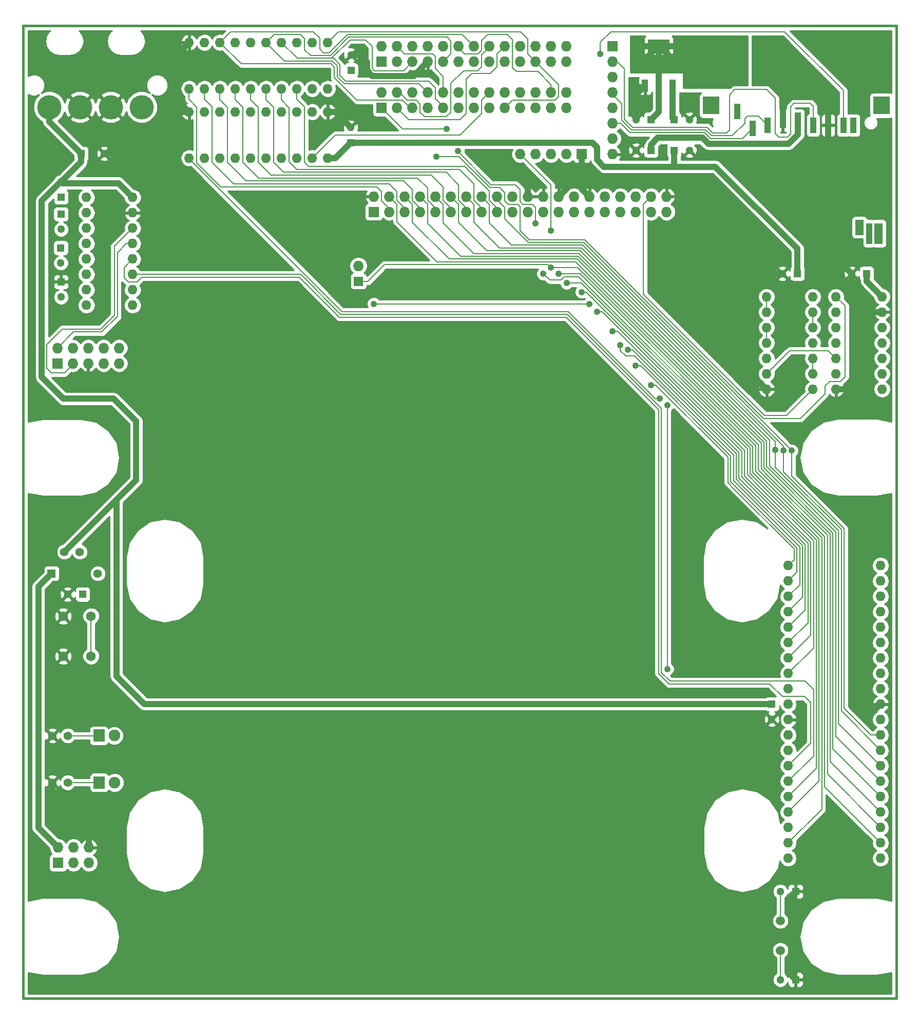
<source format=gtl>
G04 #@! TF.FileFunction,Copper,L1,Top,Signal*
%FSLAX46Y46*%
G04 Gerber Fmt 4.6, Leading zero omitted, Abs format (unit mm)*
G04 Created by KiCad (PCBNEW 4.0.1-stable) date 30.04.2016 20:49:21*
%MOMM*%
G01*
G04 APERTURE LIST*
%ADD10C,0.150000*%
%ADD11C,0.381000*%
%ADD12C,0.599440*%
%ADD13O,1.600000X1.600000*%
%ADD14R,1.099820X2.649220*%
%ADD15R,1.000760X3.500120*%
%ADD16R,2.700020X2.999740*%
%ADD17R,1.399540X3.500120*%
%ADD18R,1.399540X2.499360*%
%ADD19R,1.727200X1.727200*%
%ADD20O,1.727200X1.727200*%
%ADD21R,1.300000X1.300000*%
%ADD22C,1.300000*%
%ADD23C,1.600200*%
%ADD24R,1.524000X1.524000*%
%ADD25R,1.900000X2.000000*%
%ADD26C,1.900000*%
%ADD27R,1.397000X1.397000*%
%ADD28C,1.397000*%
%ADD29C,4.000500*%
%ADD30C,1.501140*%
%ADD31R,3.657600X2.032000*%
%ADD32R,1.016000X2.032000*%
%ADD33C,1.080000*%
%ADD34C,0.203200*%
%ADD35C,1.000760*%
%ADD36C,0.254000*%
G04 APERTURE END LIST*
D10*
D11*
X163619180Y-21351240D02*
X163619180Y-181749700D01*
X19618960Y-21351240D02*
X163619180Y-21351240D01*
X19618960Y-21358860D02*
X19618960Y-21351240D01*
X19618960Y-21369020D02*
X19618960Y-21358860D01*
X19618960Y-181749700D02*
X19618960Y-21369020D01*
X163619180Y-181749700D02*
X19618960Y-181749700D01*
D12*
X161010000Y-103295000D03*
X157835000Y-103295000D03*
X103085000Y-61760000D03*
X80010000Y-64770000D03*
X83185000Y-64770000D03*
X86360000Y-64770000D03*
X95885000Y-64770000D03*
X92710000Y-64770000D03*
X89535000Y-64770000D03*
X76835000Y-92075000D03*
X80010000Y-92075000D03*
X83185000Y-92075000D03*
X92710000Y-92075000D03*
X89535000Y-92075000D03*
X86360000Y-92075000D03*
X105410000Y-92075000D03*
X108585000Y-92075000D03*
X111760000Y-92075000D03*
X102235000Y-92075000D03*
X99060000Y-92075000D03*
X95885000Y-92075000D03*
X76835000Y-84455000D03*
X80010000Y-84455000D03*
X83185000Y-84455000D03*
X92710000Y-84455000D03*
X89535000Y-84455000D03*
X86360000Y-84455000D03*
X105410000Y-84455000D03*
X108585000Y-84455000D03*
X111760000Y-84455000D03*
X102235000Y-84455000D03*
X99060000Y-84455000D03*
X95885000Y-84455000D03*
D13*
X145800000Y-110360000D03*
X145800000Y-112900000D03*
X145800000Y-115440000D03*
X145800000Y-117980000D03*
X145800000Y-120520000D03*
X145800000Y-123060000D03*
X145800000Y-125600000D03*
X145800000Y-128140000D03*
X145800000Y-130680000D03*
X145800000Y-133220000D03*
X145800000Y-135760000D03*
X145800000Y-138300000D03*
X145800000Y-140840000D03*
X145800000Y-143380000D03*
X145800000Y-145920000D03*
X145800000Y-148460000D03*
X145800000Y-151000000D03*
X145800000Y-153540000D03*
X145800000Y-156080000D03*
X145800000Y-158620000D03*
X161040000Y-158620000D03*
X161040000Y-156080000D03*
X161040000Y-153540000D03*
X161040000Y-151000000D03*
X161040000Y-148460000D03*
X161040000Y-145920000D03*
X161040000Y-143380000D03*
X161040000Y-140840000D03*
X161040000Y-138300000D03*
X161040000Y-135760000D03*
X161040000Y-133220000D03*
X161040000Y-130680000D03*
X161040000Y-128140000D03*
X161040000Y-125600000D03*
X161040000Y-123060000D03*
X161040000Y-120520000D03*
X161040000Y-117980000D03*
X161040000Y-115440000D03*
X161040000Y-112900000D03*
X161040000Y-110360000D03*
X30060900Y-49669700D03*
X30060900Y-52209700D03*
X30060900Y-54749700D03*
X30060900Y-57289700D03*
X30060900Y-59829700D03*
X30060900Y-62369700D03*
X30060900Y-64909700D03*
X30060900Y-67449700D03*
X37680900Y-67449700D03*
X37680900Y-64909700D03*
X37680900Y-62369700D03*
X37680900Y-59829700D03*
X37680900Y-57289700D03*
X37680900Y-54749700D03*
X37680900Y-52209700D03*
X37680900Y-49669700D03*
D14*
X137419740Y-35485860D03*
X139919100Y-38284940D03*
X142421000Y-37784560D03*
X144920360Y-36984460D03*
X147419720Y-36984460D03*
X149919080Y-37784560D03*
X152420980Y-37784560D03*
X154920340Y-37784560D03*
X156545940Y-37784560D03*
D15*
X159169760Y-55620440D03*
D16*
X133071260Y-34520660D03*
D17*
X160719160Y-55620440D03*
D18*
X157569560Y-54619680D03*
D16*
X161168740Y-34520660D03*
D19*
X77470000Y-52070000D03*
D20*
X77470000Y-49530000D03*
X80010000Y-52070000D03*
X80010000Y-49530000D03*
X82550000Y-52070000D03*
X82550000Y-49530000D03*
X85090000Y-52070000D03*
X85090000Y-49530000D03*
X87630000Y-52070000D03*
X87630000Y-49530000D03*
X90170000Y-52070000D03*
X90170000Y-49530000D03*
X92710000Y-52070000D03*
X92710000Y-49530000D03*
X95250000Y-52070000D03*
X95250000Y-49530000D03*
X97790000Y-52070000D03*
X97790000Y-49530000D03*
X100330000Y-52070000D03*
X100330000Y-49530000D03*
X102870000Y-52070000D03*
X102870000Y-49530000D03*
X105410000Y-52070000D03*
X105410000Y-49530000D03*
X107950000Y-52070000D03*
X107950000Y-49530000D03*
X110490000Y-52070000D03*
X110490000Y-49530000D03*
X113030000Y-52070000D03*
X113030000Y-49530000D03*
X115570000Y-52070000D03*
X115570000Y-49530000D03*
X118110000Y-52070000D03*
X118110000Y-49530000D03*
X120650000Y-52070000D03*
X120650000Y-49530000D03*
X123190000Y-52070000D03*
X123190000Y-49530000D03*
X125730000Y-52070000D03*
X125730000Y-49530000D03*
D13*
X142240000Y-66040000D03*
X142240000Y-68580000D03*
X142240000Y-71120000D03*
X142240000Y-73660000D03*
X142240000Y-76200000D03*
X142240000Y-78740000D03*
X142240000Y-81280000D03*
X149860000Y-81280000D03*
X149860000Y-78740000D03*
X149860000Y-76200000D03*
X149860000Y-73660000D03*
X149860000Y-71120000D03*
X149860000Y-68580000D03*
X149860000Y-66040000D03*
D19*
X116840000Y-24765000D03*
D20*
X116840000Y-27305000D03*
X116840000Y-29845000D03*
X116840000Y-32385000D03*
X116840000Y-34925000D03*
X116840000Y-37465000D03*
X116840000Y-40005000D03*
X116840000Y-42545000D03*
D19*
X111760000Y-42545000D03*
D20*
X109220000Y-42545000D03*
X106680000Y-42545000D03*
X104140000Y-42545000D03*
X101600000Y-42545000D03*
D19*
X25400000Y-159385000D03*
D20*
X25400000Y-156845000D03*
X27940000Y-159385000D03*
X27940000Y-156845000D03*
X30480000Y-159385000D03*
X30480000Y-156845000D03*
D19*
X78740000Y-34925000D03*
D20*
X78740000Y-32385000D03*
X81280000Y-34925000D03*
X81280000Y-32385000D03*
X83820000Y-34925000D03*
X83820000Y-32385000D03*
X86360000Y-34925000D03*
X86360000Y-32385000D03*
X88900000Y-34925000D03*
X88900000Y-32385000D03*
X91440000Y-34925000D03*
X91440000Y-32385000D03*
X93980000Y-34925000D03*
X93980000Y-32385000D03*
X96520000Y-34925000D03*
X96520000Y-32385000D03*
X99060000Y-34925000D03*
X99060000Y-32385000D03*
X101600000Y-34925000D03*
X101600000Y-32385000D03*
X104140000Y-34925000D03*
X104140000Y-32385000D03*
X106680000Y-34925000D03*
X106680000Y-32385000D03*
X109220000Y-34925000D03*
X109220000Y-32385000D03*
D19*
X78740000Y-27305000D03*
D20*
X78740000Y-24765000D03*
X81280000Y-27305000D03*
X81280000Y-24765000D03*
X83820000Y-27305000D03*
X83820000Y-24765000D03*
X86360000Y-27305000D03*
X86360000Y-24765000D03*
X88900000Y-27305000D03*
X88900000Y-24765000D03*
X91440000Y-27305000D03*
X91440000Y-24765000D03*
X93980000Y-27305000D03*
X93980000Y-24765000D03*
X96520000Y-27305000D03*
X96520000Y-24765000D03*
X99060000Y-27305000D03*
X99060000Y-24765000D03*
X101600000Y-27305000D03*
X101600000Y-24765000D03*
X104140000Y-27305000D03*
X104140000Y-24765000D03*
X106680000Y-27305000D03*
X106680000Y-24765000D03*
X109220000Y-27305000D03*
X109220000Y-24765000D03*
D21*
X73660000Y-40640000D03*
D22*
X73660000Y-38140000D03*
D13*
X69850000Y-24130000D03*
X67310000Y-24130000D03*
X64770000Y-24130000D03*
X62230000Y-24130000D03*
X59690000Y-24130000D03*
X57150000Y-24130000D03*
X54610000Y-24130000D03*
X52070000Y-24130000D03*
X49530000Y-24130000D03*
X46990000Y-24130000D03*
X46990000Y-31750000D03*
X49530000Y-31750000D03*
X52070000Y-31750000D03*
X54610000Y-31750000D03*
X57150000Y-31750000D03*
X59690000Y-31750000D03*
X62230000Y-31750000D03*
X64770000Y-31750000D03*
X67310000Y-31750000D03*
X69850000Y-31750000D03*
D21*
X25880000Y-49630000D03*
D22*
X25880000Y-47130000D03*
D23*
X30815280Y-125326140D03*
X26243280Y-125326140D03*
X30815280Y-118722140D03*
X26243280Y-118722140D03*
D24*
X74930000Y-63500000D03*
D20*
X74930000Y-60960000D03*
D21*
X29464000Y-115112800D03*
D22*
X26964000Y-115112800D03*
D21*
X147320000Y-62230000D03*
D22*
X144820000Y-62230000D03*
D21*
X73700000Y-28710000D03*
D22*
X73700000Y-26210000D03*
D21*
X123190000Y-41910000D03*
D22*
X120690000Y-41910000D03*
D21*
X147015200Y-178638200D03*
D22*
X144515200Y-178638200D03*
D21*
X127000000Y-41910000D03*
D22*
X129500000Y-41910000D03*
D21*
X147010120Y-164104320D03*
D22*
X144510120Y-164104320D03*
D19*
X25295860Y-77038200D03*
D20*
X25295860Y-74498200D03*
X27835860Y-77038200D03*
X27835860Y-74498200D03*
X30375860Y-77038200D03*
X30375860Y-74498200D03*
X32915860Y-77038200D03*
X32915860Y-74498200D03*
X35455860Y-77038200D03*
X35455860Y-74498200D03*
D25*
X32179260Y-146151600D03*
D26*
X34719260Y-146151600D03*
D25*
X32125920Y-138419840D03*
D26*
X34665920Y-138419840D03*
D27*
X24320500Y-111671100D03*
D28*
X31940500Y-111671100D03*
D29*
X29009340Y-34790380D03*
X34089340Y-34790380D03*
X39169340Y-34790380D03*
X23929340Y-34790380D03*
D30*
X144526000Y-173814740D03*
X144526000Y-168932860D03*
D28*
X26969720Y-146149060D03*
X24429720Y-146149060D03*
X26969720Y-138424920D03*
X24429720Y-138424920D03*
X28973780Y-108122720D03*
X26433780Y-108122720D03*
D21*
X127000000Y-36830000D03*
D22*
X129500000Y-36830000D03*
D21*
X123190000Y-36830000D03*
D22*
X120690000Y-36830000D03*
D21*
X25850000Y-58010000D03*
D22*
X25850000Y-60510000D03*
D21*
X25870000Y-52430000D03*
D22*
X25870000Y-54930000D03*
D21*
X25890000Y-63600000D03*
D22*
X25890000Y-66100000D03*
D21*
X158750000Y-62230000D03*
D22*
X156250000Y-62230000D03*
D21*
X143090000Y-133220000D03*
D22*
X143090000Y-135720000D03*
D13*
X153670000Y-66040000D03*
X153670000Y-68580000D03*
X153670000Y-71120000D03*
X153670000Y-73660000D03*
X153670000Y-76200000D03*
X153670000Y-78740000D03*
X153670000Y-81280000D03*
X161290000Y-81280000D03*
X161290000Y-78740000D03*
X161290000Y-76200000D03*
X161290000Y-73660000D03*
X161290000Y-71120000D03*
X161290000Y-68580000D03*
X161290000Y-66040000D03*
X69850000Y-35560000D03*
X67310000Y-35560000D03*
X64770000Y-35560000D03*
X62230000Y-35560000D03*
X59690000Y-35560000D03*
X57150000Y-35560000D03*
X54610000Y-35560000D03*
X52070000Y-35560000D03*
X49530000Y-35560000D03*
X46990000Y-35560000D03*
X46990000Y-43180000D03*
X49530000Y-43180000D03*
X52070000Y-43180000D03*
X54610000Y-43180000D03*
X57150000Y-43180000D03*
X59690000Y-43180000D03*
X62230000Y-43180000D03*
X64770000Y-43180000D03*
X67310000Y-43180000D03*
X69850000Y-43180000D03*
D31*
X124460000Y-24638000D03*
D32*
X124460000Y-31242000D03*
X126746000Y-31242000D03*
X122174000Y-31242000D03*
D21*
X29200000Y-42450000D03*
D22*
X33000000Y-42450000D03*
D12*
X121285000Y-24765000D03*
X121285000Y-27305000D03*
X124587000Y-27305000D03*
X127635000Y-27305000D03*
X127635000Y-24765000D03*
X130810000Y-27305000D03*
X133985000Y-27305000D03*
X137160000Y-27305000D03*
X137160000Y-24765000D03*
X133985000Y-24765000D03*
X130810000Y-24765000D03*
X130810000Y-29845000D03*
X133985000Y-29845000D03*
X137160000Y-29845000D03*
X139446000Y-137541000D03*
X137414000Y-128270000D03*
X134239000Y-128270000D03*
X129540000Y-106934000D03*
X129540000Y-114554000D03*
X75819000Y-38227000D03*
X142875000Y-26670000D03*
X142875000Y-28575000D03*
X142875000Y-24765000D03*
X150495000Y-24765000D03*
X151765000Y-26670000D03*
X153035000Y-28575000D03*
X155575000Y-45085000D03*
X152400000Y-45085000D03*
X149225000Y-45085000D03*
X135255000Y-58420000D03*
X132080000Y-58420000D03*
X128905000Y-58420000D03*
X22225000Y-41275000D03*
X34925000Y-40005000D03*
X38100000Y-40005000D03*
X22225000Y-44450000D03*
X95885000Y-106680000D03*
X99060000Y-106680000D03*
X102235000Y-106680000D03*
X111760000Y-106680000D03*
X108585000Y-106680000D03*
X105410000Y-106680000D03*
X86360000Y-106680000D03*
X89535000Y-106680000D03*
X92710000Y-106680000D03*
X83185000Y-106680000D03*
X80010000Y-106680000D03*
X76835000Y-106680000D03*
X95885000Y-114300000D03*
X99060000Y-114300000D03*
X102235000Y-114300000D03*
X111760000Y-114300000D03*
X108585000Y-114300000D03*
X105410000Y-114300000D03*
X86360000Y-114300000D03*
X89535000Y-114300000D03*
X92710000Y-114300000D03*
X83185000Y-114300000D03*
X80010000Y-114300000D03*
X76835000Y-114300000D03*
X95885000Y-128270000D03*
X99060000Y-128270000D03*
X102235000Y-128270000D03*
X111760000Y-128270000D03*
X108585000Y-128270000D03*
X105410000Y-128270000D03*
X86360000Y-128270000D03*
X89535000Y-128270000D03*
X92710000Y-128270000D03*
X83185000Y-128270000D03*
X80010000Y-128270000D03*
X76835000Y-128270000D03*
X95885000Y-147955000D03*
X99060000Y-147955000D03*
X102235000Y-147955000D03*
X111760000Y-147955000D03*
X108585000Y-147955000D03*
X105410000Y-147955000D03*
X86360000Y-147955000D03*
X89535000Y-147955000D03*
X92710000Y-147955000D03*
X83185000Y-147955000D03*
X80010000Y-147955000D03*
X76835000Y-147955000D03*
X95885000Y-155575000D03*
X99060000Y-155575000D03*
X102235000Y-155575000D03*
X111760000Y-155575000D03*
X108585000Y-155575000D03*
X105410000Y-155575000D03*
X86360000Y-155575000D03*
X89535000Y-155575000D03*
X92710000Y-155575000D03*
X83185000Y-155575000D03*
X80010000Y-155575000D03*
X76835000Y-155575000D03*
X96520000Y-174625000D03*
X99695000Y-174625000D03*
X102870000Y-174625000D03*
X112395000Y-174625000D03*
X109220000Y-174625000D03*
X106045000Y-174625000D03*
X86995000Y-174625000D03*
X90170000Y-174625000D03*
X93345000Y-174625000D03*
X83820000Y-174625000D03*
X80645000Y-174625000D03*
X77470000Y-174625000D03*
X157480000Y-156210000D03*
X154305000Y-156210000D03*
X151130000Y-156210000D03*
X158750000Y-163195000D03*
X155575000Y-163195000D03*
X23495000Y-104140000D03*
X42545000Y-99060000D03*
X52070000Y-99060000D03*
X48895000Y-99060000D03*
X45720000Y-99060000D03*
X46355000Y-80010000D03*
X43180000Y-80010000D03*
X40005000Y-80010000D03*
X44450000Y-53340000D03*
X41275000Y-53340000D03*
X44450000Y-59055000D03*
X41275000Y-59055000D03*
X32702500Y-60642500D03*
X32702500Y-63817500D03*
X34607500Y-51117500D03*
X34607500Y-54292500D03*
X74041000Y-35433000D03*
D33*
X123200000Y-80600000D03*
X107960000Y-62290000D03*
X104150000Y-53950000D03*
X89490000Y-38400000D03*
X91340000Y-42020000D03*
X105420000Y-62260000D03*
X120610000Y-77450000D03*
X118110000Y-74020000D03*
X119390000Y-74830000D03*
X143680000Y-91330000D03*
X145040000Y-91380000D03*
X146410000Y-91420000D03*
X93980000Y-42230000D03*
X158500000Y-135760000D03*
X77470000Y-67230000D03*
X113040000Y-67230000D03*
X116840000Y-71720000D03*
X114310000Y-68510000D03*
X111750000Y-65270000D03*
X114820000Y-26040000D03*
X109250000Y-63780000D03*
X124600000Y-82820000D03*
X125860000Y-127420000D03*
X125860000Y-83930000D03*
X87810000Y-43000000D03*
X106680000Y-55160000D03*
X106680000Y-61250000D03*
D34*
X87620000Y-27310000D02*
X87620000Y-28430000D01*
X88900000Y-29710000D02*
X88900000Y-32385000D01*
X87620000Y-28430000D02*
X88900000Y-29710000D01*
X87620000Y-27200000D02*
X87620000Y-27310000D01*
X81280000Y-24765000D02*
X82555000Y-26040000D01*
X87620000Y-26430000D02*
X87620000Y-27200000D01*
X87230000Y-26040000D02*
X87620000Y-26430000D01*
X82555000Y-26040000D02*
X87230000Y-26040000D01*
X123951524Y-80600000D02*
X135851970Y-92500446D01*
X123200000Y-80600000D02*
X123951524Y-80600000D01*
X135851970Y-96728044D02*
X136931963Y-97808037D01*
X146772798Y-109387202D02*
X145800000Y-110360000D01*
X146772798Y-107648872D02*
X146772798Y-109387202D01*
X136931963Y-97808037D02*
X146772798Y-107648872D01*
X135851970Y-92500446D02*
X135851970Y-96728044D01*
X149860000Y-76200000D02*
X149860000Y-78740000D01*
X111460762Y-62290000D02*
X139966788Y-90796026D01*
X107960000Y-62290000D02*
X111460762Y-62290000D01*
X139966788Y-95023624D02*
X141581582Y-96638418D01*
X139966788Y-90796026D02*
X139966788Y-95023624D01*
X150894404Y-145905596D02*
X145800000Y-151000000D01*
X150894404Y-105951240D02*
X150894404Y-145905596D01*
X141581582Y-96638418D02*
X150894404Y-105951240D01*
X104150000Y-52140000D02*
X104150000Y-53950000D01*
X82215000Y-38400000D02*
X89490000Y-38400000D01*
X91340000Y-42020000D02*
X91340000Y-42146836D01*
X91340000Y-42146836D02*
X96795962Y-47602798D01*
X96795962Y-47602798D02*
X100862798Y-47602798D01*
X100862798Y-47602798D02*
X101600000Y-48340000D01*
X101600000Y-48340000D02*
X101600000Y-50350000D01*
X101600000Y-50350000D02*
X102040000Y-50790000D01*
X102040000Y-50790000D02*
X103580000Y-50790000D01*
X103580000Y-50790000D02*
X104150000Y-51360000D01*
X104150000Y-51360000D02*
X104150000Y-52140000D01*
X78740000Y-34925000D02*
X82215000Y-38400000D01*
X103510000Y-28940000D02*
X104530000Y-28940000D01*
X106680000Y-31090000D02*
X106680000Y-32385000D01*
X104530000Y-28940000D02*
X106680000Y-31090000D01*
X100340000Y-28320000D02*
X100960000Y-28940000D01*
X100960000Y-28940000D02*
X103510000Y-28940000D01*
X99130000Y-22807202D02*
X99507202Y-22807202D01*
X100340000Y-23640000D02*
X100340000Y-28320000D01*
X99507202Y-22807202D02*
X100340000Y-23640000D01*
X91440000Y-24765000D02*
X91440000Y-25050000D01*
X91440000Y-25050000D02*
X92440000Y-26050000D01*
X92440000Y-26050000D02*
X94670000Y-26050000D01*
X94670000Y-26050000D02*
X95260000Y-25460000D01*
X95260000Y-25460000D02*
X95260000Y-23827202D01*
X95260000Y-23827202D02*
X96280000Y-22807202D01*
X96280000Y-22807202D02*
X99130000Y-22807202D01*
X101510000Y-22350000D02*
X101660000Y-22350000D01*
X101660000Y-22350000D02*
X102870000Y-23560000D01*
X104140000Y-27305000D02*
X107940000Y-31105000D01*
X100325000Y-33660000D02*
X99060000Y-34925000D01*
X107370000Y-33660000D02*
X100325000Y-33660000D01*
X107940000Y-33090000D02*
X107370000Y-33660000D01*
X107940000Y-31105000D02*
X107940000Y-33090000D01*
X104140000Y-27305000D02*
X102870000Y-26035000D01*
X102870000Y-26035000D02*
X102870000Y-23560000D01*
X75690000Y-22350000D02*
X100970000Y-22350000D01*
X100970000Y-22350000D02*
X101510000Y-22350000D01*
X75690000Y-22350000D02*
X71630000Y-22350000D01*
X71630000Y-22350000D02*
X69850000Y-24130000D01*
X104140000Y-27305000D02*
X104140000Y-27400000D01*
X104140000Y-27376582D02*
X104140000Y-27305000D01*
X99060000Y-34925000D02*
X99161582Y-34925000D01*
X111271382Y-62747202D02*
X139509586Y-90985406D01*
X108870000Y-62747202D02*
X111271382Y-62747202D01*
X108317202Y-63300000D02*
X108870000Y-62747202D01*
X106460000Y-63300000D02*
X108317202Y-63300000D01*
X105420000Y-62260000D02*
X106460000Y-63300000D01*
X139509586Y-95213004D02*
X141553291Y-97256709D01*
X141553291Y-97256709D02*
X150437202Y-106140620D01*
X150437202Y-143822798D02*
X150437202Y-106140620D01*
X145800000Y-148460000D02*
X150437202Y-143822798D01*
X139509586Y-90985406D02*
X139509586Y-95213004D01*
X90830000Y-36847202D02*
X91672798Y-36847202D01*
X97800000Y-26025000D02*
X99060000Y-24765000D01*
X97800000Y-28100000D02*
X97800000Y-26025000D01*
X96632798Y-29267202D02*
X97800000Y-28100000D01*
X93610000Y-29267202D02*
X96632798Y-29267202D01*
X92700000Y-30177202D02*
X93610000Y-29267202D01*
X92700000Y-35820000D02*
X92700000Y-30177202D01*
X91672798Y-36847202D02*
X92700000Y-35820000D01*
X81280000Y-34925000D02*
X83202202Y-36847202D01*
X83202202Y-36847202D02*
X90830000Y-36847202D01*
X71885982Y-28510000D02*
X71885982Y-27810620D01*
X70819380Y-26744018D02*
X70380000Y-26744018D01*
X71885982Y-27810620D02*
X70819380Y-26744018D01*
X69270000Y-26744018D02*
X70380000Y-26744018D01*
X70380000Y-26744018D02*
X70509146Y-26744018D01*
X77550000Y-28780000D02*
X82345000Y-28780000D01*
X82345000Y-28780000D02*
X83820000Y-27305000D01*
X77190000Y-28420000D02*
X77550000Y-28780000D01*
X70509146Y-26744018D02*
X73531558Y-23721606D01*
X73531558Y-23721606D02*
X76131606Y-23721606D01*
X76131606Y-23721606D02*
X77190000Y-24780000D01*
X77190000Y-24780000D02*
X77190000Y-28420000D01*
X72310000Y-29980000D02*
X72821964Y-30491964D01*
X86531964Y-30491964D02*
X87620000Y-31580000D01*
X72821964Y-30491964D02*
X86531964Y-30491964D01*
X88900000Y-34925000D02*
X88900000Y-34640000D01*
X88900000Y-34640000D02*
X87620000Y-33360000D01*
X87620000Y-33360000D02*
X87620000Y-31580000D01*
X71885982Y-29555982D02*
X71885982Y-28510000D01*
X72310000Y-29980000D02*
X71885982Y-29555982D01*
X62230000Y-24130000D02*
X64844018Y-26744018D01*
X64844018Y-26744018D02*
X69270000Y-26744018D01*
X69880000Y-26286816D02*
X70319766Y-26286816D01*
X73342178Y-23264404D02*
X75520000Y-23264404D01*
X70319766Y-26286816D02*
X73342178Y-23264404D01*
X71736709Y-30053291D02*
X72632584Y-30949166D01*
X84924166Y-30949166D02*
X86360000Y-32385000D01*
X72632584Y-30949166D02*
X84924166Y-30949166D01*
X62761220Y-27201220D02*
X59690000Y-24130000D01*
X70630000Y-27201220D02*
X62761220Y-27201220D01*
X71428780Y-28000000D02*
X70630000Y-27201220D01*
X71428780Y-29745362D02*
X71428780Y-28000000D01*
X71736709Y-30053291D02*
X71428780Y-29745362D01*
X64550000Y-22807202D02*
X65367202Y-22807202D01*
X61012798Y-22807202D02*
X64550000Y-22807202D01*
X59690000Y-24130000D02*
X61012798Y-22807202D01*
X65367202Y-22807202D02*
X66050000Y-23490000D01*
X66050000Y-23490000D02*
X66050000Y-25316816D01*
X66050000Y-25316816D02*
X67020000Y-26286816D01*
X67020000Y-26286816D02*
X69880000Y-26286816D01*
X74719014Y-23264404D02*
X75520000Y-23264404D01*
X75520000Y-23264404D02*
X89554404Y-23264404D01*
X74719014Y-23264404D02*
X89554404Y-23264404D01*
X89554404Y-23264404D02*
X90170000Y-23880000D01*
X90170000Y-23880000D02*
X90170000Y-26035000D01*
X90170000Y-26035000D02*
X88900000Y-27305000D01*
X69650000Y-25829614D02*
X70130386Y-25829614D01*
X73152798Y-22807202D02*
X75380000Y-22807202D01*
X70130386Y-25829614D02*
X73152798Y-22807202D01*
X83820000Y-34925000D02*
X83485000Y-34925000D01*
X83485000Y-34925000D02*
X82220000Y-33660000D01*
X82220000Y-33660000D02*
X74696836Y-33660000D01*
X74696836Y-33660000D02*
X70971578Y-29934742D01*
X70971578Y-29934742D02*
X70971578Y-28189380D01*
X70971578Y-28189380D02*
X70440620Y-27658422D01*
X70440620Y-27658422D02*
X55598422Y-27658422D01*
X55598422Y-27658422D02*
X52070000Y-24130000D01*
X52070000Y-24130000D02*
X53850000Y-22350000D01*
X92022202Y-22807202D02*
X93980000Y-24765000D01*
X75380000Y-22807202D02*
X92022202Y-22807202D01*
X69200000Y-25829614D02*
X69650000Y-25829614D01*
X68560000Y-25189614D02*
X69200000Y-25829614D01*
X68560000Y-23430000D02*
X68560000Y-25189614D01*
X67480000Y-22350000D02*
X68560000Y-23430000D01*
X53850000Y-22350000D02*
X67480000Y-22350000D01*
X88180000Y-36390000D02*
X89410000Y-36390000D01*
X95260000Y-26220000D02*
X96520000Y-24960000D01*
X95260000Y-28110000D02*
X95260000Y-26220000D01*
X94560000Y-28810000D02*
X95260000Y-28110000D01*
X92230000Y-28810000D02*
X94560000Y-28810000D01*
X90160000Y-30880000D02*
X92230000Y-28810000D01*
X90160000Y-35640000D02*
X90160000Y-30880000D01*
X89410000Y-36390000D02*
X90160000Y-35640000D01*
X96520000Y-24960000D02*
X96520000Y-24765000D01*
X96520000Y-24765000D02*
X97165000Y-24765000D01*
X81280000Y-32385000D02*
X81705000Y-32385000D01*
X81705000Y-32385000D02*
X82990000Y-33670000D01*
X85110000Y-35660000D02*
X85840000Y-36390000D01*
X85110000Y-34300000D02*
X85110000Y-35660000D01*
X84480000Y-33670000D02*
X85110000Y-34300000D01*
X82990000Y-33670000D02*
X84480000Y-33670000D01*
X88180000Y-36390000D02*
X85840000Y-36390000D01*
X121448106Y-77450000D02*
X136309172Y-92311066D01*
X120610000Y-77450000D02*
X121448106Y-77450000D01*
X136980254Y-97209746D02*
X137470254Y-97699746D01*
X136309172Y-96538664D02*
X136980254Y-97209746D01*
X136309172Y-92311066D02*
X136309172Y-96538664D01*
X147230000Y-107459492D02*
X147230000Y-109510000D01*
X137470254Y-97699746D02*
X147230000Y-107459492D01*
X147230000Y-111470000D02*
X145800000Y-112900000D01*
X147230000Y-109510000D02*
X147230000Y-111470000D01*
X120464688Y-75820000D02*
X136766374Y-92121686D01*
X119000000Y-75820000D02*
X120464688Y-75820000D01*
X118110000Y-74930000D02*
X119000000Y-75820000D01*
X118110000Y-74020000D02*
X118110000Y-74930000D01*
X136766374Y-96349284D02*
X138138545Y-97721455D01*
X136766374Y-92121686D02*
X136766374Y-96349284D01*
X147687202Y-107270112D02*
X147687202Y-110200000D01*
X138138545Y-97721455D02*
X147687202Y-107270112D01*
X147687202Y-113552798D02*
X145800000Y-115440000D01*
X147687202Y-110200000D02*
X147687202Y-113552798D01*
X120121270Y-74830000D02*
X137223576Y-91932306D01*
X119390000Y-74830000D02*
X120121270Y-74830000D01*
X137223576Y-96159904D02*
X138276836Y-97213164D01*
X148144404Y-111210000D02*
X148144404Y-115635596D01*
X148144404Y-115635596D02*
X145800000Y-117980000D01*
X138276836Y-97213164D02*
X148144404Y-107080732D01*
X148144404Y-107080732D02*
X148144404Y-111210000D01*
X137223576Y-91932306D02*
X137223576Y-96159904D01*
X91290000Y-44580000D02*
X92480000Y-44580000D01*
X92480000Y-44580000D02*
X96530000Y-48630000D01*
X64770000Y-31750000D02*
X64770000Y-33480000D01*
X96530000Y-50140000D02*
X97790000Y-51400000D01*
X96530000Y-48630000D02*
X96530000Y-50140000D01*
X66690000Y-44580000D02*
X91290000Y-44580000D01*
X66010000Y-43900000D02*
X66690000Y-44580000D01*
X66010000Y-34720000D02*
X66010000Y-43900000D01*
X64770000Y-33480000D02*
X66010000Y-34720000D01*
X97790000Y-51400000D02*
X97790000Y-52070000D01*
X62230000Y-31750000D02*
X62230000Y-33590000D01*
X93980000Y-50150000D02*
X95250000Y-51420000D01*
X93980000Y-47410000D02*
X93980000Y-50150000D01*
X91630000Y-45060000D02*
X93980000Y-47410000D01*
X64740000Y-45060000D02*
X91630000Y-45060000D01*
X63520000Y-43840000D02*
X64740000Y-45060000D01*
X63520000Y-34880000D02*
X63520000Y-43840000D01*
X62230000Y-33590000D02*
X63520000Y-34880000D01*
X95250000Y-51420000D02*
X95250000Y-52070000D01*
X59690000Y-31750000D02*
X59690000Y-33540000D01*
X91450000Y-50160000D02*
X92710000Y-51420000D01*
X91450000Y-47600000D02*
X91450000Y-50160000D01*
X89390000Y-45540000D02*
X91450000Y-47600000D01*
X62590000Y-45540000D02*
X89390000Y-45540000D01*
X60950000Y-43900000D02*
X62590000Y-45540000D01*
X60950000Y-34800000D02*
X60950000Y-43900000D01*
X59690000Y-33540000D02*
X60950000Y-34800000D01*
X92710000Y-51420000D02*
X92710000Y-52070000D01*
X57150000Y-31750000D02*
X57150000Y-33580000D01*
X88890000Y-50130000D02*
X90170000Y-51410000D01*
X88890000Y-47940000D02*
X88890000Y-50130000D01*
X86960000Y-46010000D02*
X88890000Y-47940000D01*
X60520000Y-46010000D02*
X86960000Y-46010000D01*
X58420000Y-43910000D02*
X60520000Y-46010000D01*
X58420000Y-34850000D02*
X58420000Y-43910000D01*
X57150000Y-33580000D02*
X58420000Y-34850000D01*
X90170000Y-51410000D02*
X90170000Y-52070000D01*
X54610000Y-31750000D02*
X54610000Y-33530000D01*
X86350000Y-50130000D02*
X87630000Y-51410000D01*
X86350000Y-48140000D02*
X86350000Y-50130000D01*
X84690000Y-46480000D02*
X86350000Y-48140000D01*
X58460000Y-46480000D02*
X84690000Y-46480000D01*
X55880000Y-43900000D02*
X58460000Y-46480000D01*
X55880000Y-34800000D02*
X55880000Y-43900000D01*
X54610000Y-33530000D02*
X55880000Y-34800000D01*
X87630000Y-51410000D02*
X87630000Y-52070000D01*
X52070000Y-31750000D02*
X52070000Y-33550000D01*
X83820000Y-50140000D02*
X85090000Y-51410000D01*
X83820000Y-48400000D02*
X83820000Y-50140000D01*
X82370000Y-46950000D02*
X83820000Y-48400000D01*
X56390000Y-46950000D02*
X82370000Y-46950000D01*
X53350000Y-43910000D02*
X56390000Y-46950000D01*
X53350000Y-34830000D02*
X53350000Y-43910000D01*
X52070000Y-33550000D02*
X53350000Y-34830000D01*
X85090000Y-51410000D02*
X85090000Y-52070000D01*
X49530000Y-31750000D02*
X49530000Y-33500000D01*
X81280000Y-50130000D02*
X82550000Y-51400000D01*
X81280000Y-48700000D02*
X81280000Y-50130000D01*
X80010000Y-47430000D02*
X81280000Y-48700000D01*
X54310000Y-47430000D02*
X80010000Y-47430000D01*
X50810000Y-43930000D02*
X54310000Y-47430000D01*
X50810000Y-34780000D02*
X50810000Y-43930000D01*
X49530000Y-33500000D02*
X50810000Y-34780000D01*
X82550000Y-51400000D02*
X82550000Y-52070000D01*
X46990000Y-31750000D02*
X46990000Y-33510000D01*
X78730000Y-50230000D02*
X80010000Y-51510000D01*
X78730000Y-48690000D02*
X78730000Y-50230000D01*
X77970000Y-47930000D02*
X78730000Y-48690000D01*
X52250000Y-47930000D02*
X77970000Y-47930000D01*
X48280000Y-43960000D02*
X52250000Y-47930000D01*
X48280000Y-34800000D02*
X48280000Y-43960000D01*
X46990000Y-33510000D02*
X48280000Y-34800000D01*
X80010000Y-51510000D02*
X80010000Y-52070000D01*
X81280000Y-52140000D02*
X81280000Y-53680000D01*
X110763542Y-60299616D02*
X140881192Y-90417266D01*
X87899616Y-60299616D02*
X110763542Y-60299616D01*
X81280000Y-53680000D02*
X87899616Y-60299616D01*
X140881192Y-94644864D02*
X142658164Y-96421836D01*
X142658164Y-96421836D02*
X151808808Y-105572480D01*
X151808808Y-105572480D02*
X151808808Y-146848808D01*
X151808808Y-146848808D02*
X161040000Y-156080000D01*
X140881192Y-90417266D02*
X140881192Y-94644864D01*
X81280000Y-52140000D02*
X81280000Y-50800000D01*
X81280000Y-50800000D02*
X80010000Y-49530000D01*
X83820000Y-52950000D02*
X83820000Y-53770000D01*
X110952922Y-59842414D02*
X141338394Y-90227886D01*
X89892414Y-59842414D02*
X110952922Y-59842414D01*
X83820000Y-53770000D02*
X89892414Y-59842414D01*
X141338394Y-94455484D02*
X142501455Y-95618545D01*
X142501455Y-95618545D02*
X152266010Y-105383100D01*
X152266010Y-105383100D02*
X152266010Y-144766010D01*
X152266010Y-144766010D02*
X161040000Y-153540000D01*
X141338394Y-90227886D02*
X141338394Y-94455484D01*
X83820000Y-50800000D02*
X82550000Y-49530000D01*
X83820000Y-52950000D02*
X83820000Y-50800000D01*
X86360000Y-52990000D02*
X86360000Y-53970000D01*
X111142302Y-59385212D02*
X141795596Y-90038506D01*
X91775212Y-59385212D02*
X111142302Y-59385212D01*
X86360000Y-53970000D02*
X91775212Y-59385212D01*
X141795596Y-94266104D02*
X142679746Y-95150254D01*
X142679746Y-95150254D02*
X152723212Y-105193720D01*
X152723212Y-105193720D02*
X152723212Y-142683212D01*
X152723212Y-142683212D02*
X161040000Y-151000000D01*
X141795596Y-90038506D02*
X141795596Y-94266104D01*
X86360000Y-52990000D02*
X86360000Y-50800000D01*
X86360000Y-50800000D02*
X85090000Y-49530000D01*
X88900000Y-52220000D02*
X88900000Y-53860000D01*
X111331682Y-58928010D02*
X142252798Y-89849126D01*
X93968010Y-58928010D02*
X111331682Y-58928010D01*
X88900000Y-53860000D02*
X93968010Y-58928010D01*
X142252798Y-94076724D02*
X142353037Y-94176963D01*
X142353037Y-94176963D02*
X153180414Y-105004340D01*
X153180414Y-105004340D02*
X153180414Y-140600414D01*
X153180414Y-140600414D02*
X161040000Y-148460000D01*
X142252798Y-89849126D02*
X142252798Y-94076724D01*
X88900000Y-50800000D02*
X87630000Y-49530000D01*
X88900000Y-52220000D02*
X88900000Y-50800000D01*
X110720000Y-58470808D02*
X111521062Y-58470808D01*
X111521062Y-58470808D02*
X142710000Y-89659746D01*
X91450000Y-51590000D02*
X91450000Y-53820000D01*
X96100808Y-58470808D02*
X110720000Y-58470808D01*
X91450000Y-53820000D02*
X96100808Y-58470808D01*
X142710000Y-89659746D02*
X142710000Y-93887344D01*
X153637616Y-138517616D02*
X161040000Y-145920000D01*
X153637616Y-104814960D02*
X153637616Y-138517616D01*
X142710000Y-93887344D02*
X153637616Y-104814960D01*
X91450000Y-50810000D02*
X90170000Y-49530000D01*
X91450000Y-51590000D02*
X91450000Y-50810000D01*
X93980000Y-52140000D02*
X93980000Y-53780000D01*
X111710442Y-58013606D02*
X129936836Y-76240000D01*
X98213606Y-58013606D02*
X111710442Y-58013606D01*
X93980000Y-53780000D02*
X98213606Y-58013606D01*
X143680000Y-89983164D02*
X143680000Y-91330000D01*
X129936836Y-76240000D02*
X143680000Y-89983164D01*
X143680000Y-91330000D02*
X143680000Y-94210762D01*
X154094818Y-104625580D02*
X154094818Y-136434818D01*
X145174619Y-95705381D02*
X154094818Y-104625580D01*
X154094818Y-136434818D02*
X161040000Y-143380000D01*
X143680000Y-94210762D02*
X145174619Y-95705381D01*
X161290000Y-73660000D02*
X161290000Y-74260000D01*
X93980000Y-50800000D02*
X92710000Y-49530000D01*
X93980000Y-52140000D02*
X93980000Y-50800000D01*
X96530000Y-51950000D02*
X96530000Y-53920000D01*
X111899822Y-57556404D02*
X130256709Y-75913291D01*
X100166404Y-57556404D02*
X111899822Y-57556404D01*
X96530000Y-53920000D02*
X100166404Y-57556404D01*
X145040000Y-90696582D02*
X145040000Y-91380000D01*
X130256709Y-75913291D02*
X145040000Y-90696582D01*
X145040000Y-91380000D02*
X145040000Y-94924180D01*
X154552020Y-104436200D02*
X154552020Y-134352020D01*
X145037910Y-94922090D02*
X154552020Y-104436200D01*
X154552020Y-134352020D02*
X161040000Y-140840000D01*
X145040000Y-94924180D02*
X145037910Y-94922090D01*
X161290000Y-76200000D02*
X161290000Y-76680000D01*
X96530000Y-50810000D02*
X95250000Y-49530000D01*
X96530000Y-51950000D02*
X96530000Y-50810000D01*
X99070000Y-52578000D02*
X99070000Y-53234582D01*
X112089202Y-57099202D02*
X130365000Y-75375000D01*
X102934620Y-57099202D02*
X112089202Y-57099202D01*
X99070000Y-53234582D02*
X102934620Y-57099202D01*
X97790000Y-49530000D02*
X97790000Y-50040000D01*
X97790000Y-50040000D02*
X99070000Y-51320000D01*
X146410000Y-92310000D02*
X146410000Y-91420000D01*
X143870000Y-88880000D02*
X146410000Y-91420000D01*
X146410000Y-92310000D02*
X146410000Y-95647598D01*
X130365000Y-75375000D02*
X143870000Y-88880000D01*
X161290000Y-78740000D02*
X161290000Y-79200000D01*
X155009222Y-133909222D02*
X159400000Y-138300000D01*
X161040000Y-138300000D02*
X159400000Y-138300000D01*
X146410000Y-95647598D02*
X155009222Y-104246820D01*
X155009222Y-104246820D02*
X155009222Y-133909222D01*
X99070000Y-52578000D02*
X99070000Y-51320000D01*
X153670000Y-76200000D02*
X152410000Y-74940000D01*
X146040000Y-74940000D02*
X142240000Y-78740000D01*
X149090000Y-74940000D02*
X146040000Y-74940000D01*
X152410000Y-74940000D02*
X149090000Y-74940000D01*
X142240000Y-66040000D02*
X142240000Y-68580000D01*
X67310000Y-43180000D02*
X71080000Y-39410000D01*
X91710000Y-39410000D02*
X95250000Y-35870000D01*
X71080000Y-39410000D02*
X91710000Y-39410000D01*
X95250000Y-33655000D02*
X96520000Y-32385000D01*
X95250000Y-35870000D02*
X95250000Y-33655000D01*
X99060000Y-27305000D02*
X99060000Y-27570000D01*
X99060000Y-27305000D02*
X99060000Y-26970000D01*
D35*
X46990000Y-35560000D02*
X44180000Y-35560000D01*
X37290000Y-42450000D02*
X33000000Y-42450000D01*
X44180000Y-35560000D02*
X37290000Y-42450000D01*
X144820000Y-62230000D02*
X141450000Y-62230000D01*
X139500000Y-78540000D02*
X142240000Y-81280000D01*
X139500000Y-64180000D02*
X139500000Y-78540000D01*
X141450000Y-62230000D02*
X139500000Y-64180000D01*
X93980000Y-42230000D02*
X98360000Y-42230000D01*
X102870000Y-46740000D02*
X102870000Y-49530000D01*
X98360000Y-42230000D02*
X102870000Y-46740000D01*
X161290000Y-68580000D02*
X158660000Y-68580000D01*
X158660000Y-68580000D02*
X158960000Y-68580000D01*
X158960000Y-68580000D02*
X158660000Y-68580000D01*
X153670000Y-81280000D02*
X156180000Y-81280000D01*
X158660000Y-66560000D02*
X156250000Y-64150000D01*
X158660000Y-78800000D02*
X158660000Y-68580000D01*
X158660000Y-68580000D02*
X158660000Y-66560000D01*
X156180000Y-81280000D02*
X158660000Y-78800000D01*
X69850000Y-35560000D02*
X71080000Y-35560000D01*
X71080000Y-35560000D02*
X73660000Y-38140000D01*
X24429720Y-146149060D02*
X24429720Y-149379720D01*
X30480000Y-152550000D02*
X30480000Y-156845000D01*
X29250000Y-151320000D02*
X30480000Y-152550000D01*
X26370000Y-151320000D02*
X29250000Y-151320000D01*
X24429720Y-149379720D02*
X26370000Y-151320000D01*
X156250000Y-62230000D02*
X156250000Y-64150000D01*
X83360000Y-29635982D02*
X84029018Y-29635982D01*
X84029018Y-29635982D02*
X86360000Y-27305000D01*
X77195440Y-29635982D02*
X83360000Y-29635982D01*
X76334018Y-28774560D02*
X77195440Y-29635982D01*
X76334018Y-27394018D02*
X76334018Y-28774560D01*
X75150000Y-26210000D02*
X76334018Y-27394018D01*
X73700000Y-26210000D02*
X75150000Y-26210000D01*
X144920360Y-36984460D02*
X144920360Y-33999640D01*
X150490000Y-32420000D02*
X152420980Y-34350980D01*
X146500000Y-32420000D02*
X150490000Y-32420000D01*
X144920360Y-33999640D02*
X146500000Y-32420000D01*
X152420980Y-37784560D02*
X152420980Y-58400980D01*
X152420980Y-58400980D02*
X156250000Y-62230000D01*
X107950000Y-49530000D02*
X109790000Y-47690000D01*
X109790000Y-47690000D02*
X111760000Y-47690000D01*
X158500000Y-135760000D02*
X161040000Y-133220000D01*
X111760000Y-42545000D02*
X111760000Y-47690000D01*
X111760000Y-47690000D02*
X111760000Y-48260000D01*
X111760000Y-48260000D02*
X113030000Y-49530000D01*
X152420980Y-37784560D02*
X152420980Y-34350980D01*
X122174000Y-31242000D02*
X120690000Y-32726000D01*
X120690000Y-32726000D02*
X120690000Y-36830000D01*
X46990000Y-24130000D02*
X44650000Y-26470000D01*
X44650000Y-33220000D02*
X46990000Y-35560000D01*
X44650000Y-26470000D02*
X44650000Y-33220000D01*
X147071080Y-178650900D02*
X146324320Y-177904140D01*
X146324320Y-164820600D02*
X147045680Y-164099240D01*
X146324320Y-177904140D02*
X146324320Y-164820600D01*
X23929340Y-34790380D02*
X23929340Y-37179340D01*
X23929340Y-37179340D02*
X29200000Y-42450000D01*
X29200000Y-42450000D02*
X29200000Y-43810000D01*
X29200000Y-43810000D02*
X25880000Y-47130000D01*
X24320500Y-111671100D02*
X22150000Y-113841600D01*
X22150000Y-153595000D02*
X25400000Y-156845000D01*
X22150000Y-113841600D02*
X22150000Y-153595000D01*
X126746000Y-31242000D02*
X126746000Y-36576000D01*
X126746000Y-36576000D02*
X127000000Y-36830000D01*
X128750000Y-44620000D02*
X133800000Y-44620000D01*
X126930000Y-44620000D02*
X128750000Y-44620000D01*
X133800000Y-44620000D02*
X147320000Y-58140000D01*
X147320000Y-58140000D02*
X147320000Y-62230000D01*
X69850000Y-43180000D02*
X71120000Y-43180000D01*
X71120000Y-43180000D02*
X73660000Y-40640000D01*
X127000000Y-41910000D02*
X127000000Y-44550000D01*
X127000000Y-44550000D02*
X126930000Y-44620000D01*
X73660000Y-40640000D02*
X113540000Y-40640000D01*
X115420000Y-44620000D02*
X126930000Y-44620000D01*
X114300000Y-43500000D02*
X115420000Y-44620000D01*
X114300000Y-41400000D02*
X114300000Y-43500000D01*
X113540000Y-40640000D02*
X114300000Y-41400000D01*
X143090000Y-133220000D02*
X39620000Y-133220000D01*
X35030000Y-128630000D02*
X35030000Y-99526500D01*
X39620000Y-133220000D02*
X35030000Y-128630000D01*
X158750000Y-62230000D02*
X158750000Y-63500000D01*
X158750000Y-63500000D02*
X161290000Y-66040000D01*
X25880000Y-47130000D02*
X26098800Y-47348800D01*
X26098800Y-47348800D02*
X35360000Y-47348800D01*
X35360000Y-47348800D02*
X37680900Y-49669700D01*
X34549080Y-82849720D02*
X38275260Y-86575900D01*
X25826720Y-47106840D02*
X22699980Y-50233580D01*
X22699980Y-50233580D02*
X22699980Y-79301340D01*
X38275260Y-96281240D02*
X35030000Y-99526500D01*
X35030000Y-99526500D02*
X26433780Y-108122720D01*
X22699980Y-79301340D02*
X26248360Y-82849720D01*
X38275260Y-86575900D02*
X38275260Y-96281240D01*
X26248360Y-82849720D02*
X34549080Y-82849720D01*
D34*
X113040000Y-67230000D02*
X77470000Y-67230000D01*
X30815280Y-118722140D02*
X30815280Y-125326140D01*
D35*
X127635000Y-24765000D02*
X124587000Y-24765000D01*
X127127000Y-27305000D02*
X124460000Y-24638000D01*
X127635000Y-27305000D02*
X127127000Y-27305000D01*
X121793000Y-27305000D02*
X124460000Y-24638000D01*
X121285000Y-27305000D02*
X121793000Y-27305000D01*
X124333000Y-24765000D02*
X124460000Y-24638000D01*
X121285000Y-24765000D02*
X124333000Y-24765000D01*
X124587000Y-24765000D02*
X124460000Y-24638000D01*
X124460000Y-31242000D02*
X124460000Y-24638000D01*
X123190000Y-41910000D02*
X123190000Y-40980386D01*
X145889614Y-40830386D02*
X147419720Y-39300280D01*
X132616680Y-40830386D02*
X145889614Y-40830386D01*
X131646680Y-39860386D02*
X132616680Y-40830386D01*
X124310000Y-39860386D02*
X131646680Y-39860386D01*
X123190000Y-40980386D02*
X124310000Y-39860386D01*
X123190000Y-41910000D02*
X123190000Y-41300000D01*
X147419720Y-39300280D02*
X147419720Y-36984460D01*
X124460000Y-31242000D02*
X124460000Y-35560000D01*
X124460000Y-35560000D02*
X123190000Y-36830000D01*
D34*
X26969720Y-138424920D02*
X32120840Y-138424920D01*
X32120840Y-138424920D02*
X32125920Y-138419840D01*
X144531080Y-173918880D02*
X144526000Y-173913800D01*
X144531080Y-178650900D02*
X144531080Y-173918880D01*
X26969720Y-146149060D02*
X32176720Y-146149060D01*
X32176720Y-146149060D02*
X32179260Y-146151600D01*
X117657852Y-71720000D02*
X137680778Y-91742926D01*
X116840000Y-71720000D02*
X117657852Y-71720000D01*
X137680778Y-95970524D02*
X139385127Y-97674873D01*
X148601606Y-110040000D02*
X148601606Y-117718394D01*
X148601606Y-117718394D02*
X145800000Y-120520000D01*
X139385127Y-97674873D02*
X148601606Y-106891352D01*
X148601606Y-106891352D02*
X148601606Y-110040000D01*
X137680778Y-91742926D02*
X137680778Y-95970524D01*
X115094434Y-68510000D02*
X138137980Y-91553546D01*
X114310000Y-68510000D02*
X115094434Y-68510000D01*
X138137980Y-95781144D02*
X139898418Y-97541582D01*
X149058808Y-108330000D02*
X149058808Y-119801192D01*
X149058808Y-119801192D02*
X145800000Y-123060000D01*
X139898418Y-97541582D02*
X149058808Y-106701972D01*
X149058808Y-106701972D02*
X149058808Y-108330000D01*
X138137980Y-91553546D02*
X138137980Y-95781144D01*
X112501016Y-65270000D02*
X138595182Y-91364166D01*
X111750000Y-65270000D02*
X112501016Y-65270000D01*
X114820000Y-26040000D02*
X114820000Y-24060000D01*
X145210000Y-22350000D02*
X154920340Y-32060340D01*
X116530000Y-22350000D02*
X145210000Y-22350000D01*
X114820000Y-24060000D02*
X116530000Y-22350000D01*
X138595182Y-95591764D02*
X140371709Y-97368291D01*
X149516010Y-110720000D02*
X149516010Y-121883990D01*
X149516010Y-121883990D02*
X145800000Y-125600000D01*
X140371709Y-97368291D02*
X149516010Y-106512592D01*
X149516010Y-106512592D02*
X149516010Y-110720000D01*
X138595182Y-91364166D02*
X138595182Y-95591764D01*
X154920340Y-37784560D02*
X154920340Y-32060340D01*
X111657598Y-63780000D02*
X139052384Y-91174786D01*
X109250000Y-63780000D02*
X111657598Y-63780000D01*
X139052384Y-95402384D02*
X141020000Y-97370000D01*
X149973212Y-108150000D02*
X149973212Y-123966788D01*
X149973212Y-123966788D02*
X145800000Y-128140000D01*
X141020000Y-97370000D02*
X149980000Y-106330000D01*
X149980000Y-106330000D02*
X149980000Y-108150000D01*
X149980000Y-108150000D02*
X149973212Y-108150000D01*
X139052384Y-91174786D02*
X139052384Y-95402384D01*
X37230000Y-63640000D02*
X38406902Y-63640000D01*
X142757202Y-129877202D02*
X144840000Y-131960000D01*
X126130620Y-129877202D02*
X142757202Y-129877202D01*
X124452798Y-128199380D02*
X126130620Y-129877202D01*
X124452798Y-84675962D02*
X124452798Y-128199380D01*
X109201240Y-69424404D02*
X124452798Y-84675962D01*
X71804658Y-69424404D02*
X109201240Y-69424404D01*
X65207156Y-62826902D02*
X71804658Y-69424404D01*
X39220000Y-62826902D02*
X65207156Y-62826902D01*
X38406902Y-63640000D02*
X39220000Y-62826902D01*
X144840000Y-131960000D02*
X148500000Y-131960000D01*
X145800000Y-143380000D02*
X149522798Y-139657202D01*
X36290000Y-61220600D02*
X37680900Y-59829700D01*
X36290000Y-62950000D02*
X36290000Y-61220600D01*
X36980000Y-63640000D02*
X36290000Y-62950000D01*
X37230000Y-63640000D02*
X36980000Y-63640000D01*
X149522798Y-132982798D02*
X148500000Y-131960000D01*
X149522798Y-139657202D02*
X149522798Y-132982798D01*
X37680900Y-62369700D02*
X65396536Y-62369700D01*
X126320000Y-129420000D02*
X148580000Y-129420000D01*
X124910000Y-128010000D02*
X126320000Y-129420000D01*
X124910000Y-84486582D02*
X124910000Y-128010000D01*
X109390620Y-68967202D02*
X124910000Y-84486582D01*
X71994038Y-68967202D02*
X109390620Y-68967202D01*
X65396536Y-62369700D02*
X71994038Y-68967202D01*
X145800000Y-145920000D02*
X149980000Y-141740000D01*
X149980000Y-130820000D02*
X148580000Y-129420000D01*
X149980000Y-141740000D02*
X149980000Y-130820000D01*
X37680900Y-57289700D02*
X36650300Y-57289700D01*
X27924060Y-71870000D02*
X25295860Y-74498200D01*
X32620000Y-71870000D02*
X27924060Y-71870000D01*
X35170000Y-69320000D02*
X32620000Y-71870000D01*
X35170000Y-58770000D02*
X35170000Y-69320000D01*
X36650300Y-57289700D02*
X35170000Y-58770000D01*
X27835860Y-77038200D02*
X27835860Y-77244140D01*
X27835860Y-77244140D02*
X26490000Y-78590000D01*
X26490000Y-78590000D02*
X24325962Y-78590000D01*
X24325962Y-78590000D02*
X23555962Y-77820000D01*
X23555962Y-77820000D02*
X23555962Y-73924038D01*
X23555962Y-73924038D02*
X26067202Y-71412798D01*
X26067202Y-71412798D02*
X32430620Y-71412798D01*
X32430620Y-71412798D02*
X34712798Y-69130620D01*
X34712798Y-69130620D02*
X34712798Y-57717802D01*
X34712798Y-57717802D02*
X37680900Y-54749700D01*
X142240000Y-71120000D02*
X142240000Y-73660000D01*
X121920000Y-63760000D02*
X121920000Y-65636836D01*
X145497202Y-85642798D02*
X149860000Y-81280000D01*
X141925962Y-85642798D02*
X145497202Y-85642798D01*
X121920000Y-65636836D02*
X141925962Y-85642798D01*
X121920000Y-50800000D02*
X123190000Y-49530000D01*
X121920000Y-63760000D02*
X121920000Y-50800000D01*
X124600000Y-82820000D02*
X123890000Y-82820000D01*
X72183418Y-68510000D02*
X46990000Y-43316582D01*
X109580000Y-68510000D02*
X72183418Y-68510000D01*
X123890000Y-82820000D02*
X109580000Y-68510000D01*
X46990000Y-43316582D02*
X46990000Y-43180000D01*
X118777202Y-34490000D02*
X118777202Y-36757202D01*
X135600000Y-39060000D02*
X136120000Y-38540000D01*
X133350000Y-39060000D02*
X135600000Y-39060000D01*
X132380000Y-38090000D02*
X133350000Y-39060000D01*
X120110000Y-38090000D02*
X132380000Y-38090000D01*
X118777202Y-36757202D02*
X120110000Y-38090000D01*
X116840000Y-27305000D02*
X117605000Y-27305000D01*
X117605000Y-27305000D02*
X118777202Y-28477202D01*
X142220000Y-31890000D02*
X143660000Y-33330000D01*
X137010000Y-31890000D02*
X142220000Y-31890000D01*
X136120000Y-32780000D02*
X137010000Y-31890000D01*
X136120000Y-38540000D02*
X136120000Y-32780000D01*
X118777202Y-28477202D02*
X118777202Y-34490000D01*
X149919080Y-34649080D02*
X149919080Y-37784560D01*
X149460000Y-34190000D02*
X149919080Y-34649080D01*
X146710000Y-34190000D02*
X149460000Y-34190000D01*
X146190000Y-34710000D02*
X146710000Y-34190000D01*
X146190000Y-39250000D02*
X146190000Y-34710000D01*
X145690000Y-39750000D02*
X146190000Y-39250000D01*
X144250000Y-39750000D02*
X145690000Y-39750000D01*
X143660000Y-39160000D02*
X144250000Y-39750000D01*
X143660000Y-33330000D02*
X143660000Y-39160000D01*
X118320000Y-35260000D02*
X118320000Y-36946582D01*
X136562798Y-39517202D02*
X138630000Y-37450000D01*
X133160620Y-39517202D02*
X136562798Y-39517202D01*
X132190620Y-38547202D02*
X133160620Y-39517202D01*
X119920620Y-38547202D02*
X132190620Y-38547202D01*
X118320000Y-36946582D02*
X119920620Y-38547202D01*
X138630000Y-37450000D02*
X138630000Y-36680000D01*
X116840000Y-32385000D02*
X116840000Y-32750000D01*
X116840000Y-32750000D02*
X118320000Y-34230000D01*
X140866440Y-36230000D02*
X142421000Y-37784560D01*
X138630000Y-36680000D02*
X139080000Y-36230000D01*
X139080000Y-36230000D02*
X140866440Y-36230000D01*
X118320000Y-34230000D02*
X118320000Y-35260000D01*
X116840000Y-37465000D02*
X118191836Y-37465000D01*
X138229636Y-39974404D02*
X139919100Y-38284940D01*
X132971240Y-39974404D02*
X138229636Y-39974404D01*
X132001240Y-39004404D02*
X132971240Y-39974404D01*
X119731240Y-39004404D02*
X132001240Y-39004404D01*
X118191836Y-37465000D02*
X119731240Y-39004404D01*
X116840000Y-37465000D02*
X116840000Y-37930000D01*
X144505680Y-164099240D02*
X144505680Y-168813480D01*
X144505680Y-168813480D02*
X144526000Y-168833800D01*
X125860000Y-83930000D02*
X125860000Y-127420000D01*
X101610000Y-52578000D02*
X101610000Y-55128000D01*
X112278582Y-56642000D02*
X130561291Y-74924709D01*
X103124000Y-56642000D02*
X112278582Y-56642000D01*
X101610000Y-55128000D02*
X103124000Y-56642000D01*
X149860000Y-68580000D02*
X149860000Y-71120000D01*
X88910000Y-43000000D02*
X91546582Y-43000000D01*
X96606582Y-48060000D02*
X98220000Y-48060000D01*
X91546582Y-43000000D02*
X96606582Y-48060000D01*
X151170000Y-82760000D02*
X151870000Y-82060000D01*
X155170000Y-67540000D02*
X153670000Y-66040000D01*
X155170000Y-79290000D02*
X155170000Y-67540000D01*
X154440000Y-80020000D02*
X155170000Y-79290000D01*
X152600000Y-80020000D02*
X154440000Y-80020000D01*
X151870000Y-80750000D02*
X152600000Y-80020000D01*
X151870000Y-82060000D02*
X151870000Y-80750000D01*
X147830000Y-86100000D02*
X151170000Y-82760000D01*
X151170000Y-82760000D02*
X151190000Y-82740000D01*
X141736582Y-86100000D02*
X147830000Y-86100000D01*
X130561291Y-74924709D02*
X141736582Y-86100000D01*
X101610000Y-51160000D02*
X101610000Y-52578000D01*
X101240000Y-50790000D02*
X101610000Y-51160000D01*
X99610000Y-50790000D02*
X101240000Y-50790000D01*
X99060000Y-50240000D02*
X99610000Y-50790000D01*
X99060000Y-48900000D02*
X99060000Y-50240000D01*
X98220000Y-48060000D02*
X99060000Y-48900000D01*
X87810000Y-43000000D02*
X88910000Y-43000000D01*
X77715000Y-62255000D02*
X79213182Y-60756818D01*
X106186818Y-60756818D02*
X106680000Y-61250000D01*
X79213182Y-60756818D02*
X106186818Y-60756818D01*
X101600000Y-42545000D02*
X106680000Y-47625000D01*
X106680000Y-47625000D02*
X106680000Y-55160000D01*
X129713672Y-79896328D02*
X111067344Y-61250000D01*
X111067344Y-61250000D02*
X106680000Y-61250000D01*
X140423990Y-94834244D02*
X142829873Y-97240127D01*
X140423990Y-90606646D02*
X140423990Y-94834244D01*
X129713672Y-79896328D02*
X140423990Y-90606646D01*
X151351606Y-150528394D02*
X145800000Y-156080000D01*
X151351606Y-105761860D02*
X151351606Y-150528394D01*
X142829873Y-97240127D02*
X151351606Y-105761860D01*
X77715000Y-62255000D02*
X76470000Y-63500000D01*
X74930000Y-63500000D02*
X76470000Y-63500000D01*
D36*
G36*
X162793680Y-32440102D02*
X162770640Y-32424359D01*
X162518750Y-32373350D01*
X159818730Y-32373350D01*
X159583413Y-32417628D01*
X159367289Y-32556700D01*
X159222299Y-32768900D01*
X159171290Y-33020790D01*
X159171290Y-36020530D01*
X159202320Y-36185439D01*
X159186561Y-36185425D01*
X158750899Y-36365436D01*
X158417288Y-36698466D01*
X158236516Y-37133813D01*
X158236105Y-37605199D01*
X158416116Y-38040861D01*
X158749146Y-38374472D01*
X159184493Y-38555244D01*
X159655879Y-38555655D01*
X160091541Y-38375644D01*
X160425152Y-38042614D01*
X160605924Y-37607267D01*
X160606335Y-37135881D01*
X160426324Y-36700219D01*
X160394131Y-36667970D01*
X162518750Y-36667970D01*
X162754067Y-36623692D01*
X162793680Y-36598202D01*
X162793680Y-86652636D01*
X160409484Y-86178390D01*
X154042516Y-86178390D01*
X151601298Y-86663978D01*
X149531733Y-88046817D01*
X148148894Y-90116382D01*
X147663306Y-92557600D01*
X148148894Y-94998818D01*
X149531733Y-97068383D01*
X151601298Y-98451222D01*
X154042516Y-98936810D01*
X160409484Y-98936810D01*
X162793680Y-98462564D01*
X162793680Y-165646636D01*
X160409484Y-165172390D01*
X154042516Y-165172390D01*
X151601298Y-165657978D01*
X149531733Y-167040817D01*
X148148894Y-169110382D01*
X147663306Y-171551600D01*
X148148894Y-173992818D01*
X149531733Y-176062383D01*
X151601298Y-177445222D01*
X154042516Y-177930810D01*
X160409484Y-177930810D01*
X162793680Y-177456564D01*
X162793680Y-180924200D01*
X20444460Y-180924200D01*
X20444460Y-177454530D01*
X22826116Y-177928270D01*
X29193084Y-177928270D01*
X31634302Y-177442682D01*
X33703867Y-176059843D01*
X35020649Y-174089138D01*
X143140190Y-174089138D01*
X143350686Y-174598577D01*
X143740113Y-174988684D01*
X143794480Y-175011259D01*
X143794480Y-177545624D01*
X143788257Y-177548195D01*
X143426465Y-177909355D01*
X143230423Y-178381476D01*
X143229977Y-178892681D01*
X143425195Y-179365143D01*
X143786355Y-179726935D01*
X144258476Y-179922977D01*
X144769681Y-179923423D01*
X145242143Y-179728205D01*
X145603935Y-179367045D01*
X145730200Y-179062965D01*
X145730200Y-179414510D01*
X145826873Y-179647899D01*
X146005502Y-179826527D01*
X146238891Y-179923200D01*
X146729450Y-179923200D01*
X146888200Y-179764450D01*
X146888200Y-178765200D01*
X147142200Y-178765200D01*
X147142200Y-179764450D01*
X147300950Y-179923200D01*
X147791509Y-179923200D01*
X148024898Y-179826527D01*
X148203527Y-179647899D01*
X148300200Y-179414510D01*
X148300200Y-178923950D01*
X148141450Y-178765200D01*
X147142200Y-178765200D01*
X146888200Y-178765200D01*
X146868200Y-178765200D01*
X146868200Y-178511200D01*
X146888200Y-178511200D01*
X146888200Y-177511950D01*
X147142200Y-177511950D01*
X147142200Y-178511200D01*
X148141450Y-178511200D01*
X148300200Y-178352450D01*
X148300200Y-177861890D01*
X148203527Y-177628501D01*
X148024898Y-177449873D01*
X147791509Y-177353200D01*
X147300950Y-177353200D01*
X147142200Y-177511950D01*
X146888200Y-177511950D01*
X146729450Y-177353200D01*
X146238891Y-177353200D01*
X146005502Y-177449873D01*
X145826873Y-177628501D01*
X145730200Y-177861890D01*
X145730200Y-178213767D01*
X145605205Y-177911257D01*
X145267680Y-177573141D01*
X145267680Y-175007473D01*
X145309837Y-174990054D01*
X145699944Y-174600627D01*
X145911329Y-174091556D01*
X145911810Y-173540342D01*
X145701314Y-173030903D01*
X145311887Y-172640796D01*
X144802816Y-172429411D01*
X144251602Y-172428930D01*
X143742163Y-172639426D01*
X143352056Y-173028853D01*
X143140671Y-173537924D01*
X143140190Y-174089138D01*
X35020649Y-174089138D01*
X35086706Y-173990278D01*
X35572294Y-171549060D01*
X35106482Y-169207258D01*
X143140190Y-169207258D01*
X143350686Y-169716697D01*
X143740113Y-170106804D01*
X144249184Y-170318189D01*
X144800398Y-170318670D01*
X145309837Y-170108174D01*
X145699944Y-169718747D01*
X145911329Y-169209676D01*
X145911810Y-168658462D01*
X145701314Y-168149023D01*
X145311887Y-167758916D01*
X145242280Y-167730013D01*
X145242280Y-165189117D01*
X145598855Y-164833165D01*
X145725120Y-164529085D01*
X145725120Y-164880630D01*
X145821793Y-165114019D01*
X146000422Y-165292647D01*
X146233811Y-165389320D01*
X146724370Y-165389320D01*
X146883120Y-165230570D01*
X146883120Y-164231320D01*
X147137120Y-164231320D01*
X147137120Y-165230570D01*
X147295870Y-165389320D01*
X147786429Y-165389320D01*
X148019818Y-165292647D01*
X148198447Y-165114019D01*
X148295120Y-164880630D01*
X148295120Y-164390070D01*
X148136370Y-164231320D01*
X147137120Y-164231320D01*
X146883120Y-164231320D01*
X146863120Y-164231320D01*
X146863120Y-163977320D01*
X146883120Y-163977320D01*
X146883120Y-162978070D01*
X147137120Y-162978070D01*
X147137120Y-163977320D01*
X148136370Y-163977320D01*
X148295120Y-163818570D01*
X148295120Y-163328010D01*
X148198447Y-163094621D01*
X148019818Y-162915993D01*
X147786429Y-162819320D01*
X147295870Y-162819320D01*
X147137120Y-162978070D01*
X146883120Y-162978070D01*
X146724370Y-162819320D01*
X146233811Y-162819320D01*
X146000422Y-162915993D01*
X145821793Y-163094621D01*
X145725120Y-163328010D01*
X145725120Y-163679887D01*
X145600125Y-163377377D01*
X145238965Y-163015585D01*
X144766844Y-162819543D01*
X144255639Y-162819097D01*
X143783177Y-163014315D01*
X143421385Y-163375475D01*
X143225343Y-163847596D01*
X143224897Y-164358801D01*
X143420115Y-164831263D01*
X143769080Y-165180839D01*
X143769080Y-167746424D01*
X143742163Y-167757546D01*
X143352056Y-168146973D01*
X143140671Y-168656044D01*
X143140190Y-169207258D01*
X35106482Y-169207258D01*
X35086706Y-169107842D01*
X33703867Y-167038277D01*
X31634302Y-165655438D01*
X29193084Y-165169850D01*
X22826116Y-165169850D01*
X20444460Y-165643590D01*
X20444460Y-113841600D01*
X21014620Y-113841600D01*
X21014620Y-153595000D01*
X21101046Y-154029491D01*
X21347165Y-154397835D01*
X23920696Y-156971366D01*
X24015474Y-157447848D01*
X24326574Y-157913442D01*
X24301083Y-157918238D01*
X24084959Y-158057310D01*
X23939969Y-158269510D01*
X23888960Y-158521400D01*
X23888960Y-160248600D01*
X23933238Y-160483917D01*
X24072310Y-160700041D01*
X24284510Y-160845031D01*
X24536400Y-160896040D01*
X26263600Y-160896040D01*
X26498917Y-160851762D01*
X26715041Y-160712690D01*
X26860031Y-160500490D01*
X26868864Y-160456869D01*
X26880330Y-160474029D01*
X27366511Y-160798885D01*
X27940000Y-160912959D01*
X28513489Y-160798885D01*
X28999670Y-160474029D01*
X29210000Y-160159248D01*
X29420330Y-160474029D01*
X29906511Y-160798885D01*
X30480000Y-160912959D01*
X31053489Y-160798885D01*
X31539670Y-160474029D01*
X31864526Y-159987848D01*
X31978600Y-159414359D01*
X31978600Y-159355641D01*
X31864526Y-158782152D01*
X31539670Y-158295971D01*
X31268839Y-158115008D01*
X31686821Y-157733490D01*
X31934968Y-157204027D01*
X31814469Y-156972000D01*
X30607000Y-156972000D01*
X30607000Y-156992000D01*
X30353000Y-156992000D01*
X30353000Y-156972000D01*
X30333000Y-156972000D01*
X30333000Y-156718000D01*
X30353000Y-156718000D01*
X30353000Y-155511183D01*
X30607000Y-155511183D01*
X30607000Y-156718000D01*
X31814469Y-156718000D01*
X31934968Y-156485973D01*
X31686821Y-155956510D01*
X31254947Y-155562312D01*
X30839026Y-155390042D01*
X30607000Y-155511183D01*
X30353000Y-155511183D01*
X30120974Y-155390042D01*
X29705053Y-155562312D01*
X29273179Y-155956510D01*
X29215664Y-156079228D01*
X28999670Y-155755971D01*
X28513489Y-155431115D01*
X27940000Y-155317041D01*
X27366511Y-155431115D01*
X26880330Y-155755971D01*
X26670000Y-156070752D01*
X26459670Y-155755971D01*
X25973489Y-155431115D01*
X25497007Y-155336337D01*
X23697311Y-153536641D01*
X36600130Y-153536641D01*
X36600130Y-157867359D01*
X37089392Y-160327045D01*
X38482692Y-162412267D01*
X40567914Y-163805567D01*
X43027600Y-164294829D01*
X45487286Y-163805567D01*
X47572508Y-162412267D01*
X48965808Y-160327045D01*
X49455070Y-157867359D01*
X49455070Y-153536641D01*
X48965808Y-151076955D01*
X47572508Y-148991733D01*
X45487286Y-147598433D01*
X43027600Y-147109171D01*
X40567914Y-147598433D01*
X38482692Y-148991733D01*
X37089392Y-151076955D01*
X36600130Y-153536641D01*
X23697311Y-153536641D01*
X23285380Y-153124710D01*
X23285380Y-147083248D01*
X23675137Y-147083248D01*
X23736791Y-147318860D01*
X24237200Y-147494987D01*
X24766919Y-147466208D01*
X25122649Y-147318860D01*
X25184303Y-147083248D01*
X24429720Y-146328665D01*
X23675137Y-147083248D01*
X23285380Y-147083248D01*
X23285380Y-146848651D01*
X23495532Y-146903643D01*
X24250115Y-146149060D01*
X24609325Y-146149060D01*
X25363908Y-146903643D01*
X25599520Y-146841989D01*
X25697803Y-146562748D01*
X25838574Y-146903440D01*
X26213367Y-147278887D01*
X26703307Y-147482328D01*
X27233806Y-147482791D01*
X27724100Y-147280206D01*
X28099547Y-146905413D01*
X28107749Y-146885660D01*
X30581820Y-146885660D01*
X30581820Y-147151600D01*
X30626098Y-147386917D01*
X30765170Y-147603041D01*
X30977370Y-147748031D01*
X31229260Y-147799040D01*
X33129260Y-147799040D01*
X33364577Y-147754762D01*
X33580701Y-147615690D01*
X33725691Y-147403490D01*
X33726315Y-147400408D01*
X33820257Y-147494514D01*
X34402601Y-147736324D01*
X35033153Y-147736875D01*
X35615917Y-147496081D01*
X36062174Y-147050603D01*
X36303984Y-146468259D01*
X36304535Y-145837707D01*
X36063741Y-145254943D01*
X35618263Y-144808686D01*
X35035919Y-144566876D01*
X34405367Y-144566325D01*
X33822603Y-144807119D01*
X33724923Y-144904629D01*
X33593350Y-144700159D01*
X33381150Y-144555169D01*
X33129260Y-144504160D01*
X31229260Y-144504160D01*
X30993943Y-144548438D01*
X30777819Y-144687510D01*
X30632829Y-144899710D01*
X30581820Y-145151600D01*
X30581820Y-145412460D01*
X28108213Y-145412460D01*
X28100866Y-145394680D01*
X27726073Y-145019233D01*
X27236133Y-144815792D01*
X26705634Y-144815329D01*
X26215340Y-145017914D01*
X25839893Y-145392707D01*
X25706406Y-145714178D01*
X25599520Y-145456131D01*
X25363908Y-145394477D01*
X24609325Y-146149060D01*
X24250115Y-146149060D01*
X23495532Y-145394477D01*
X23285380Y-145449469D01*
X23285380Y-145214872D01*
X23675137Y-145214872D01*
X24429720Y-145969455D01*
X25184303Y-145214872D01*
X25122649Y-144979260D01*
X24622240Y-144803133D01*
X24092521Y-144831912D01*
X23736791Y-144979260D01*
X23675137Y-145214872D01*
X23285380Y-145214872D01*
X23285380Y-139359108D01*
X23675137Y-139359108D01*
X23736791Y-139594720D01*
X24237200Y-139770847D01*
X24766919Y-139742068D01*
X25122649Y-139594720D01*
X25184303Y-139359108D01*
X24429720Y-138604525D01*
X23675137Y-139359108D01*
X23285380Y-139359108D01*
X23285380Y-139124511D01*
X23495532Y-139179503D01*
X24250115Y-138424920D01*
X24609325Y-138424920D01*
X25363908Y-139179503D01*
X25599520Y-139117849D01*
X25697803Y-138838608D01*
X25838574Y-139179300D01*
X26213367Y-139554747D01*
X26703307Y-139758188D01*
X27233806Y-139758651D01*
X27724100Y-139556066D01*
X28099547Y-139181273D01*
X28107749Y-139161520D01*
X30528480Y-139161520D01*
X30528480Y-139419840D01*
X30572758Y-139655157D01*
X30711830Y-139871281D01*
X30924030Y-140016271D01*
X31175920Y-140067280D01*
X33075920Y-140067280D01*
X33311237Y-140023002D01*
X33527361Y-139883930D01*
X33672351Y-139671730D01*
X33672975Y-139668648D01*
X33766917Y-139762754D01*
X34349261Y-140004564D01*
X34979813Y-140005115D01*
X35562577Y-139764321D01*
X36008834Y-139318843D01*
X36250644Y-138736499D01*
X36251195Y-138105947D01*
X36010401Y-137523183D01*
X35564923Y-137076926D01*
X34982579Y-136835116D01*
X34352027Y-136834565D01*
X33769263Y-137075359D01*
X33671583Y-137172869D01*
X33540010Y-136968399D01*
X33327810Y-136823409D01*
X33075920Y-136772400D01*
X31175920Y-136772400D01*
X30940603Y-136816678D01*
X30724479Y-136955750D01*
X30579489Y-137167950D01*
X30528480Y-137419840D01*
X30528480Y-137688320D01*
X28108213Y-137688320D01*
X28100866Y-137670540D01*
X27726073Y-137295093D01*
X27236133Y-137091652D01*
X26705634Y-137091189D01*
X26215340Y-137293774D01*
X25839893Y-137668567D01*
X25706406Y-137990038D01*
X25599520Y-137731991D01*
X25363908Y-137670337D01*
X24609325Y-138424920D01*
X24250115Y-138424920D01*
X23495532Y-137670337D01*
X23285380Y-137725329D01*
X23285380Y-137490732D01*
X23675137Y-137490732D01*
X24429720Y-138245315D01*
X25184303Y-137490732D01*
X25122649Y-137255120D01*
X24622240Y-137078993D01*
X24092521Y-137107772D01*
X23736791Y-137255120D01*
X23675137Y-137490732D01*
X23285380Y-137490732D01*
X23285380Y-136619016D01*
X142370590Y-136619016D01*
X142426271Y-136849611D01*
X142909078Y-137017622D01*
X143419428Y-136988083D01*
X143753729Y-136849611D01*
X143809410Y-136619016D01*
X143090000Y-135899605D01*
X142370590Y-136619016D01*
X23285380Y-136619016D01*
X23285380Y-135539078D01*
X141792378Y-135539078D01*
X141821917Y-136049428D01*
X141960389Y-136383729D01*
X142190984Y-136439410D01*
X142910395Y-135720000D01*
X142190984Y-135000590D01*
X141960389Y-135056271D01*
X141792378Y-135539078D01*
X23285380Y-135539078D01*
X23285380Y-126333957D01*
X25415068Y-126333957D01*
X25489215Y-126580087D01*
X26026480Y-126773204D01*
X26596750Y-126746019D01*
X26997345Y-126580087D01*
X27071492Y-126333957D01*
X26243280Y-125505745D01*
X25415068Y-126333957D01*
X23285380Y-126333957D01*
X23285380Y-125109340D01*
X24796216Y-125109340D01*
X24823401Y-125679610D01*
X24989333Y-126080205D01*
X25235463Y-126154352D01*
X26063675Y-125326140D01*
X26422885Y-125326140D01*
X27251097Y-126154352D01*
X27497227Y-126080205D01*
X27690344Y-125542940D01*
X27663159Y-124972670D01*
X27497227Y-124572075D01*
X27251097Y-124497928D01*
X26422885Y-125326140D01*
X26063675Y-125326140D01*
X25235463Y-124497928D01*
X24989333Y-124572075D01*
X24796216Y-125109340D01*
X23285380Y-125109340D01*
X23285380Y-124318323D01*
X25415068Y-124318323D01*
X26243280Y-125146535D01*
X27071492Y-124318323D01*
X26997345Y-124072193D01*
X26460080Y-123879076D01*
X25889810Y-123906261D01*
X25489215Y-124072193D01*
X25415068Y-124318323D01*
X23285380Y-124318323D01*
X23285380Y-119729957D01*
X25415068Y-119729957D01*
X25489215Y-119976087D01*
X26026480Y-120169204D01*
X26596750Y-120142019D01*
X26997345Y-119976087D01*
X27071492Y-119729957D01*
X26243280Y-118901745D01*
X25415068Y-119729957D01*
X23285380Y-119729957D01*
X23285380Y-118505340D01*
X24796216Y-118505340D01*
X24823401Y-119075610D01*
X24989333Y-119476205D01*
X25235463Y-119550352D01*
X26063675Y-118722140D01*
X26422885Y-118722140D01*
X27251097Y-119550352D01*
X27497227Y-119476205D01*
X27666114Y-119006347D01*
X29379932Y-119006347D01*
X29597952Y-119533997D01*
X30001300Y-119938049D01*
X30078680Y-119970180D01*
X30078680Y-124077717D01*
X30003423Y-124108812D01*
X29599371Y-124512160D01*
X29380430Y-125039429D01*
X29379932Y-125610347D01*
X29597952Y-126137997D01*
X30001300Y-126542049D01*
X30528569Y-126760990D01*
X31099487Y-126761488D01*
X31627137Y-126543468D01*
X32031189Y-126140120D01*
X32250130Y-125612851D01*
X32250628Y-125041933D01*
X32032608Y-124514283D01*
X31629260Y-124110231D01*
X31551880Y-124078100D01*
X31551880Y-119970563D01*
X31627137Y-119939468D01*
X32031189Y-119536120D01*
X32250130Y-119008851D01*
X32250628Y-118437933D01*
X32032608Y-117910283D01*
X31629260Y-117506231D01*
X31101991Y-117287290D01*
X30531073Y-117286792D01*
X30003423Y-117504812D01*
X29599371Y-117908160D01*
X29380430Y-118435429D01*
X29379932Y-119006347D01*
X27666114Y-119006347D01*
X27690344Y-118938940D01*
X27663159Y-118368670D01*
X27497227Y-117968075D01*
X27251097Y-117893928D01*
X26422885Y-118722140D01*
X26063675Y-118722140D01*
X25235463Y-117893928D01*
X24989333Y-117968075D01*
X24796216Y-118505340D01*
X23285380Y-118505340D01*
X23285380Y-117714323D01*
X25415068Y-117714323D01*
X26243280Y-118542535D01*
X27071492Y-117714323D01*
X26997345Y-117468193D01*
X26460080Y-117275076D01*
X25889810Y-117302261D01*
X25489215Y-117468193D01*
X25415068Y-117714323D01*
X23285380Y-117714323D01*
X23285380Y-116011816D01*
X26244590Y-116011816D01*
X26300271Y-116242411D01*
X26783078Y-116410422D01*
X27293428Y-116380883D01*
X27627729Y-116242411D01*
X27683410Y-116011816D01*
X26964000Y-115292405D01*
X26244590Y-116011816D01*
X23285380Y-116011816D01*
X23285380Y-114931878D01*
X25666378Y-114931878D01*
X25695917Y-115442228D01*
X25834389Y-115776529D01*
X26064984Y-115832210D01*
X26784395Y-115112800D01*
X27143605Y-115112800D01*
X27863016Y-115832210D01*
X28093611Y-115776529D01*
X28166560Y-115566898D01*
X28166560Y-115762800D01*
X28210838Y-115998117D01*
X28349910Y-116214241D01*
X28562110Y-116359231D01*
X28814000Y-116410240D01*
X30114000Y-116410240D01*
X30349317Y-116365962D01*
X30565441Y-116226890D01*
X30710431Y-116014690D01*
X30761440Y-115762800D01*
X30761440Y-114462800D01*
X30717162Y-114227483D01*
X30578090Y-114011359D01*
X30365890Y-113866369D01*
X30114000Y-113815360D01*
X28814000Y-113815360D01*
X28578683Y-113859638D01*
X28362559Y-113998710D01*
X28217569Y-114210910D01*
X28166560Y-114462800D01*
X28166560Y-114625185D01*
X28093611Y-114449071D01*
X27863016Y-114393390D01*
X27143605Y-115112800D01*
X26784395Y-115112800D01*
X26064984Y-114393390D01*
X25834389Y-114449071D01*
X25666378Y-114931878D01*
X23285380Y-114931878D01*
X23285380Y-114311890D01*
X23383486Y-114213784D01*
X26244590Y-114213784D01*
X26964000Y-114933195D01*
X27683410Y-114213784D01*
X27627729Y-113983189D01*
X27144922Y-113815178D01*
X26634572Y-113844717D01*
X26300271Y-113983189D01*
X26244590Y-114213784D01*
X23383486Y-114213784D01*
X24580230Y-113017040D01*
X25019000Y-113017040D01*
X25254317Y-112972762D01*
X25470441Y-112833690D01*
X25615431Y-112621490D01*
X25666440Y-112369600D01*
X25666440Y-111935186D01*
X30606769Y-111935186D01*
X30809354Y-112425480D01*
X31184147Y-112800927D01*
X31674087Y-113004368D01*
X32204586Y-113004831D01*
X32694880Y-112802246D01*
X33070327Y-112427453D01*
X33273768Y-111937513D01*
X33274231Y-111407014D01*
X33071646Y-110916720D01*
X32696853Y-110541273D01*
X32206913Y-110337832D01*
X31676414Y-110337369D01*
X31186120Y-110539954D01*
X30810673Y-110914747D01*
X30607232Y-111404687D01*
X30606769Y-111935186D01*
X25666440Y-111935186D01*
X25666440Y-110972600D01*
X25622162Y-110737283D01*
X25483090Y-110521159D01*
X25270890Y-110376169D01*
X25019000Y-110325160D01*
X23622000Y-110325160D01*
X23386683Y-110369438D01*
X23170559Y-110508510D01*
X23025569Y-110720710D01*
X22974560Y-110972600D01*
X22974560Y-111411370D01*
X21347165Y-113038765D01*
X21101046Y-113407109D01*
X21014620Y-113841600D01*
X20444460Y-113841600D01*
X20444460Y-98465610D01*
X22826116Y-98939350D01*
X29193084Y-98939350D01*
X31634302Y-98453762D01*
X33703867Y-97070923D01*
X35086706Y-95001358D01*
X35572294Y-92560140D01*
X35086706Y-90118922D01*
X33703867Y-88049357D01*
X31634302Y-86666518D01*
X29193084Y-86180930D01*
X22826116Y-86180930D01*
X20444460Y-86654670D01*
X20444460Y-32714512D01*
X21032600Y-32958729D01*
X21742963Y-32959349D01*
X22238698Y-32754515D01*
X21696586Y-33295682D01*
X21294548Y-34263897D01*
X21293633Y-35312264D01*
X21693981Y-36281179D01*
X22434642Y-37023134D01*
X22793960Y-37172336D01*
X22793960Y-37179340D01*
X22880386Y-37613831D01*
X23126505Y-37982175D01*
X27902560Y-42758230D01*
X27902560Y-43100000D01*
X27946838Y-43335317D01*
X27994674Y-43409656D01*
X25513104Y-45891226D01*
X25153057Y-46039995D01*
X24791265Y-46401155D01*
X24695069Y-46632821D01*
X21897145Y-49430745D01*
X21651026Y-49799089D01*
X21564600Y-50233580D01*
X21564600Y-79301340D01*
X21651026Y-79735831D01*
X21897145Y-80104175D01*
X25445525Y-83652555D01*
X25813869Y-83898674D01*
X26248360Y-83985100D01*
X34078790Y-83985100D01*
X37139880Y-87046190D01*
X37139880Y-95810950D01*
X26156311Y-106794519D01*
X25679400Y-106991574D01*
X25303953Y-107366367D01*
X25100512Y-107856307D01*
X25100049Y-108386806D01*
X25302634Y-108877100D01*
X25677427Y-109252547D01*
X26167367Y-109455988D01*
X26697866Y-109456451D01*
X27188160Y-109253866D01*
X27563607Y-108879073D01*
X27703874Y-108541274D01*
X27842634Y-108877100D01*
X28217427Y-109252547D01*
X28707367Y-109455988D01*
X29237866Y-109456451D01*
X29728160Y-109253866D01*
X30103607Y-108879073D01*
X30307048Y-108389133D01*
X30307511Y-107858634D01*
X30104926Y-107368340D01*
X29730133Y-106992893D01*
X29333835Y-106828335D01*
X33894620Y-102267550D01*
X33894620Y-128630000D01*
X33981046Y-129064491D01*
X34227165Y-129432835D01*
X38817165Y-134022835D01*
X39185509Y-134268954D01*
X39620000Y-134355380D01*
X142025581Y-134355380D01*
X142188110Y-134466431D01*
X142440000Y-134517440D01*
X142602385Y-134517440D01*
X142426271Y-134590389D01*
X142370590Y-134820984D01*
X143090000Y-135540395D01*
X143809410Y-134820984D01*
X143753729Y-134590389D01*
X143544098Y-134517440D01*
X143740000Y-134517440D01*
X143975317Y-134473162D01*
X144191441Y-134334090D01*
X144336431Y-134121890D01*
X144387440Y-133870000D01*
X144387440Y-133474147D01*
X144446120Y-133769151D01*
X144757189Y-134234698D01*
X145161703Y-134504986D01*
X144944866Y-134607611D01*
X144568959Y-135022577D01*
X144408096Y-135410961D01*
X144530084Y-135632998D01*
X144372115Y-135632998D01*
X144358083Y-135390572D01*
X144219611Y-135056271D01*
X143989016Y-135000590D01*
X143269605Y-135720000D01*
X143989016Y-136439410D01*
X144219611Y-136383729D01*
X144387622Y-135900922D01*
X144386816Y-135887002D01*
X144530084Y-135887002D01*
X144408096Y-136109039D01*
X144568959Y-136497423D01*
X144944866Y-136912389D01*
X145161703Y-137015014D01*
X144757189Y-137285302D01*
X144446120Y-137750849D01*
X144336887Y-138300000D01*
X144446120Y-138849151D01*
X144757189Y-139314698D01*
X145139275Y-139570000D01*
X144757189Y-139825302D01*
X144446120Y-140290849D01*
X144336887Y-140840000D01*
X144446120Y-141389151D01*
X144757189Y-141854698D01*
X145139275Y-142110000D01*
X144757189Y-142365302D01*
X144446120Y-142830849D01*
X144336887Y-143380000D01*
X144446120Y-143929151D01*
X144757189Y-144394698D01*
X145139275Y-144650000D01*
X144757189Y-144905302D01*
X144446120Y-145370849D01*
X144336887Y-145920000D01*
X144446120Y-146469151D01*
X144757189Y-146934698D01*
X145139275Y-147190000D01*
X144757189Y-147445302D01*
X144446120Y-147910849D01*
X144336887Y-148460000D01*
X144446120Y-149009151D01*
X144757189Y-149474698D01*
X145139275Y-149730000D01*
X144757189Y-149985302D01*
X144446120Y-150450849D01*
X144336887Y-151000000D01*
X144446120Y-151549151D01*
X144757189Y-152014698D01*
X145139275Y-152270000D01*
X144757189Y-152525302D01*
X144522860Y-152875999D01*
X144165008Y-151076955D01*
X142771708Y-148991733D01*
X140686486Y-147598433D01*
X138226800Y-147109171D01*
X135767114Y-147598433D01*
X133681892Y-148991733D01*
X132288592Y-151076955D01*
X131799330Y-153536641D01*
X131799330Y-157867359D01*
X132288592Y-160327045D01*
X133681892Y-162412267D01*
X135767114Y-163805567D01*
X138226800Y-164294829D01*
X140686486Y-163805567D01*
X142771708Y-162412267D01*
X144165008Y-160327045D01*
X144420724Y-159041475D01*
X144446120Y-159169151D01*
X144757189Y-159634698D01*
X145222736Y-159945767D01*
X145771887Y-160055000D01*
X145828113Y-160055000D01*
X146377264Y-159945767D01*
X146842811Y-159634698D01*
X147153880Y-159169151D01*
X147263113Y-158620000D01*
X147153880Y-158070849D01*
X146842811Y-157605302D01*
X146460725Y-157350000D01*
X146842811Y-157094698D01*
X147153880Y-156629151D01*
X147263113Y-156080000D01*
X147193198Y-155728512D01*
X151872461Y-151049249D01*
X152032136Y-150810279D01*
X152088206Y-150528394D01*
X152088206Y-148169916D01*
X159646802Y-155728512D01*
X159576887Y-156080000D01*
X159686120Y-156629151D01*
X159997189Y-157094698D01*
X160379275Y-157350000D01*
X159997189Y-157605302D01*
X159686120Y-158070849D01*
X159576887Y-158620000D01*
X159686120Y-159169151D01*
X159997189Y-159634698D01*
X160462736Y-159945767D01*
X161011887Y-160055000D01*
X161068113Y-160055000D01*
X161617264Y-159945767D01*
X162082811Y-159634698D01*
X162393880Y-159169151D01*
X162503113Y-158620000D01*
X162393880Y-158070849D01*
X162082811Y-157605302D01*
X161700725Y-157350000D01*
X162082811Y-157094698D01*
X162393880Y-156629151D01*
X162503113Y-156080000D01*
X162393880Y-155530849D01*
X162082811Y-155065302D01*
X161700725Y-154810000D01*
X162082811Y-154554698D01*
X162393880Y-154089151D01*
X162503113Y-153540000D01*
X162393880Y-152990849D01*
X162082811Y-152525302D01*
X161700725Y-152270000D01*
X162082811Y-152014698D01*
X162393880Y-151549151D01*
X162503113Y-151000000D01*
X162393880Y-150450849D01*
X162082811Y-149985302D01*
X161700725Y-149730000D01*
X162082811Y-149474698D01*
X162393880Y-149009151D01*
X162503113Y-148460000D01*
X162393880Y-147910849D01*
X162082811Y-147445302D01*
X161700725Y-147190000D01*
X162082811Y-146934698D01*
X162393880Y-146469151D01*
X162503113Y-145920000D01*
X162393880Y-145370849D01*
X162082811Y-144905302D01*
X161700725Y-144650000D01*
X162082811Y-144394698D01*
X162393880Y-143929151D01*
X162503113Y-143380000D01*
X162393880Y-142830849D01*
X162082811Y-142365302D01*
X161700725Y-142110000D01*
X162082811Y-141854698D01*
X162393880Y-141389151D01*
X162503113Y-140840000D01*
X162393880Y-140290849D01*
X162082811Y-139825302D01*
X161700725Y-139570000D01*
X162082811Y-139314698D01*
X162393880Y-138849151D01*
X162503113Y-138300000D01*
X162393880Y-137750849D01*
X162082811Y-137285302D01*
X161700725Y-137030000D01*
X162082811Y-136774698D01*
X162393880Y-136309151D01*
X162503113Y-135760000D01*
X162393880Y-135210849D01*
X162082811Y-134745302D01*
X161678297Y-134475014D01*
X161895134Y-134372389D01*
X162271041Y-133957423D01*
X162431904Y-133569039D01*
X162309915Y-133347000D01*
X161167000Y-133347000D01*
X161167000Y-133367000D01*
X160913000Y-133367000D01*
X160913000Y-133347000D01*
X159770085Y-133347000D01*
X159648096Y-133569039D01*
X159808959Y-133957423D01*
X160184866Y-134372389D01*
X160401703Y-134475014D01*
X159997189Y-134745302D01*
X159686120Y-135210849D01*
X159576887Y-135760000D01*
X159686120Y-136309151D01*
X159997189Y-136774698D01*
X160379275Y-137030000D01*
X159997189Y-137285302D01*
X159811370Y-137563400D01*
X159705110Y-137563400D01*
X155745822Y-133604112D01*
X155745822Y-110360000D01*
X159576887Y-110360000D01*
X159686120Y-110909151D01*
X159997189Y-111374698D01*
X160379275Y-111630000D01*
X159997189Y-111885302D01*
X159686120Y-112350849D01*
X159576887Y-112900000D01*
X159686120Y-113449151D01*
X159997189Y-113914698D01*
X160379275Y-114170000D01*
X159997189Y-114425302D01*
X159686120Y-114890849D01*
X159576887Y-115440000D01*
X159686120Y-115989151D01*
X159997189Y-116454698D01*
X160379275Y-116710000D01*
X159997189Y-116965302D01*
X159686120Y-117430849D01*
X159576887Y-117980000D01*
X159686120Y-118529151D01*
X159997189Y-118994698D01*
X160379275Y-119250000D01*
X159997189Y-119505302D01*
X159686120Y-119970849D01*
X159576887Y-120520000D01*
X159686120Y-121069151D01*
X159997189Y-121534698D01*
X160379275Y-121790000D01*
X159997189Y-122045302D01*
X159686120Y-122510849D01*
X159576887Y-123060000D01*
X159686120Y-123609151D01*
X159997189Y-124074698D01*
X160379275Y-124330000D01*
X159997189Y-124585302D01*
X159686120Y-125050849D01*
X159576887Y-125600000D01*
X159686120Y-126149151D01*
X159997189Y-126614698D01*
X160379275Y-126870000D01*
X159997189Y-127125302D01*
X159686120Y-127590849D01*
X159576887Y-128140000D01*
X159686120Y-128689151D01*
X159997189Y-129154698D01*
X160379275Y-129410000D01*
X159997189Y-129665302D01*
X159686120Y-130130849D01*
X159576887Y-130680000D01*
X159686120Y-131229151D01*
X159997189Y-131694698D01*
X160401703Y-131964986D01*
X160184866Y-132067611D01*
X159808959Y-132482577D01*
X159648096Y-132870961D01*
X159770085Y-133093000D01*
X160913000Y-133093000D01*
X160913000Y-133073000D01*
X161167000Y-133073000D01*
X161167000Y-133093000D01*
X162309915Y-133093000D01*
X162431904Y-132870961D01*
X162271041Y-132482577D01*
X161895134Y-132067611D01*
X161678297Y-131964986D01*
X162082811Y-131694698D01*
X162393880Y-131229151D01*
X162503113Y-130680000D01*
X162393880Y-130130849D01*
X162082811Y-129665302D01*
X161700725Y-129410000D01*
X162082811Y-129154698D01*
X162393880Y-128689151D01*
X162503113Y-128140000D01*
X162393880Y-127590849D01*
X162082811Y-127125302D01*
X161700725Y-126870000D01*
X162082811Y-126614698D01*
X162393880Y-126149151D01*
X162503113Y-125600000D01*
X162393880Y-125050849D01*
X162082811Y-124585302D01*
X161700725Y-124330000D01*
X162082811Y-124074698D01*
X162393880Y-123609151D01*
X162503113Y-123060000D01*
X162393880Y-122510849D01*
X162082811Y-122045302D01*
X161700725Y-121790000D01*
X162082811Y-121534698D01*
X162393880Y-121069151D01*
X162503113Y-120520000D01*
X162393880Y-119970849D01*
X162082811Y-119505302D01*
X161700725Y-119250000D01*
X162082811Y-118994698D01*
X162393880Y-118529151D01*
X162503113Y-117980000D01*
X162393880Y-117430849D01*
X162082811Y-116965302D01*
X161700725Y-116710000D01*
X162082811Y-116454698D01*
X162393880Y-115989151D01*
X162503113Y-115440000D01*
X162393880Y-114890849D01*
X162082811Y-114425302D01*
X161700725Y-114170000D01*
X162082811Y-113914698D01*
X162393880Y-113449151D01*
X162503113Y-112900000D01*
X162393880Y-112350849D01*
X162082811Y-111885302D01*
X161700725Y-111630000D01*
X162082811Y-111374698D01*
X162393880Y-110909151D01*
X162503113Y-110360000D01*
X162393880Y-109810849D01*
X162082811Y-109345302D01*
X161617264Y-109034233D01*
X161068113Y-108925000D01*
X161011887Y-108925000D01*
X160462736Y-109034233D01*
X159997189Y-109345302D01*
X159686120Y-109810849D01*
X159576887Y-110360000D01*
X155745822Y-110360000D01*
X155745822Y-104246820D01*
X155689752Y-103964935D01*
X155530077Y-103725965D01*
X147146600Y-95342488D01*
X147146600Y-92344938D01*
X147405536Y-92086453D01*
X147584796Y-91654747D01*
X147585204Y-91187303D01*
X147406698Y-90755285D01*
X147076453Y-90424464D01*
X146644747Y-90245204D01*
X146276593Y-90244883D01*
X142868310Y-86836600D01*
X147830000Y-86836600D01*
X148111885Y-86780530D01*
X148350855Y-86620855D01*
X152390855Y-82580855D01*
X152550530Y-82341885D01*
X152583361Y-82176830D01*
X152814866Y-82432389D01*
X153320959Y-82671914D01*
X153543000Y-82550629D01*
X153543000Y-81407000D01*
X153797000Y-81407000D01*
X153797000Y-82550629D01*
X154019041Y-82671914D01*
X154525134Y-82432389D01*
X154901041Y-82017423D01*
X155061904Y-81629039D01*
X154939915Y-81407000D01*
X153797000Y-81407000D01*
X153543000Y-81407000D01*
X153523000Y-81407000D01*
X153523000Y-81153000D01*
X153543000Y-81153000D01*
X153543000Y-81133000D01*
X153797000Y-81133000D01*
X153797000Y-81153000D01*
X154939915Y-81153000D01*
X155061904Y-80930961D01*
X154913448Y-80572532D01*
X154960855Y-80540855D01*
X155690855Y-79810855D01*
X155850530Y-79571885D01*
X155906600Y-79290000D01*
X155906600Y-71120000D01*
X159826887Y-71120000D01*
X159936120Y-71669151D01*
X160247189Y-72134698D01*
X160629275Y-72390000D01*
X160247189Y-72645302D01*
X159936120Y-73110849D01*
X159826887Y-73660000D01*
X159936120Y-74209151D01*
X160247189Y-74674698D01*
X160629275Y-74930000D01*
X160247189Y-75185302D01*
X159936120Y-75650849D01*
X159826887Y-76200000D01*
X159936120Y-76749151D01*
X160247189Y-77214698D01*
X160629275Y-77470000D01*
X160247189Y-77725302D01*
X159936120Y-78190849D01*
X159826887Y-78740000D01*
X159936120Y-79289151D01*
X160247189Y-79754698D01*
X160629275Y-80010000D01*
X160247189Y-80265302D01*
X159936120Y-80730849D01*
X159826887Y-81280000D01*
X159936120Y-81829151D01*
X160247189Y-82294698D01*
X160712736Y-82605767D01*
X161261887Y-82715000D01*
X161318113Y-82715000D01*
X161867264Y-82605767D01*
X162332811Y-82294698D01*
X162643880Y-81829151D01*
X162753113Y-81280000D01*
X162643880Y-80730849D01*
X162332811Y-80265302D01*
X161950725Y-80010000D01*
X162332811Y-79754698D01*
X162643880Y-79289151D01*
X162753113Y-78740000D01*
X162643880Y-78190849D01*
X162332811Y-77725302D01*
X161950725Y-77470000D01*
X162332811Y-77214698D01*
X162643880Y-76749151D01*
X162753113Y-76200000D01*
X162643880Y-75650849D01*
X162332811Y-75185302D01*
X161950725Y-74930000D01*
X162332811Y-74674698D01*
X162643880Y-74209151D01*
X162753113Y-73660000D01*
X162643880Y-73110849D01*
X162332811Y-72645302D01*
X161950725Y-72390000D01*
X162332811Y-72134698D01*
X162643880Y-71669151D01*
X162753113Y-71120000D01*
X162643880Y-70570849D01*
X162332811Y-70105302D01*
X161928297Y-69835014D01*
X162145134Y-69732389D01*
X162521041Y-69317423D01*
X162681904Y-68929039D01*
X162559915Y-68707000D01*
X161417000Y-68707000D01*
X161417000Y-68727000D01*
X161163000Y-68727000D01*
X161163000Y-68707000D01*
X160020085Y-68707000D01*
X159898096Y-68929039D01*
X160058959Y-69317423D01*
X160434866Y-69732389D01*
X160651703Y-69835014D01*
X160247189Y-70105302D01*
X159936120Y-70570849D01*
X159826887Y-71120000D01*
X155906600Y-71120000D01*
X155906600Y-67540000D01*
X155850530Y-67258115D01*
X155690855Y-67019145D01*
X155063198Y-66391488D01*
X155133113Y-66040000D01*
X155023880Y-65490849D01*
X154712811Y-65025302D01*
X154247264Y-64714233D01*
X153698113Y-64605000D01*
X153641887Y-64605000D01*
X153092736Y-64714233D01*
X152627189Y-65025302D01*
X152316120Y-65490849D01*
X152206887Y-66040000D01*
X152316120Y-66589151D01*
X152627189Y-67054698D01*
X153009275Y-67310000D01*
X152627189Y-67565302D01*
X152316120Y-68030849D01*
X152206887Y-68580000D01*
X152316120Y-69129151D01*
X152627189Y-69594698D01*
X153009275Y-69850000D01*
X152627189Y-70105302D01*
X152316120Y-70570849D01*
X152206887Y-71120000D01*
X152316120Y-71669151D01*
X152627189Y-72134698D01*
X153009275Y-72390000D01*
X152627189Y-72645302D01*
X152316120Y-73110849D01*
X152206887Y-73660000D01*
X152314976Y-74203400D01*
X151215024Y-74203400D01*
X151323113Y-73660000D01*
X151213880Y-73110849D01*
X150902811Y-72645302D01*
X150520725Y-72390000D01*
X150902811Y-72134698D01*
X151213880Y-71669151D01*
X151323113Y-71120000D01*
X151213880Y-70570849D01*
X150902811Y-70105302D01*
X150596600Y-69900698D01*
X150596600Y-69799302D01*
X150902811Y-69594698D01*
X151213880Y-69129151D01*
X151323113Y-68580000D01*
X151213880Y-68030849D01*
X150902811Y-67565302D01*
X150520725Y-67310000D01*
X150902811Y-67054698D01*
X151213880Y-66589151D01*
X151323113Y-66040000D01*
X151213880Y-65490849D01*
X150902811Y-65025302D01*
X150437264Y-64714233D01*
X149888113Y-64605000D01*
X149831887Y-64605000D01*
X149282736Y-64714233D01*
X148817189Y-65025302D01*
X148506120Y-65490849D01*
X148396887Y-66040000D01*
X148506120Y-66589151D01*
X148817189Y-67054698D01*
X149199275Y-67310000D01*
X148817189Y-67565302D01*
X148506120Y-68030849D01*
X148396887Y-68580000D01*
X148506120Y-69129151D01*
X148817189Y-69594698D01*
X149123400Y-69799302D01*
X149123400Y-69900698D01*
X148817189Y-70105302D01*
X148506120Y-70570849D01*
X148396887Y-71120000D01*
X148506120Y-71669151D01*
X148817189Y-72134698D01*
X149199275Y-72390000D01*
X148817189Y-72645302D01*
X148506120Y-73110849D01*
X148396887Y-73660000D01*
X148504976Y-74203400D01*
X146040005Y-74203400D01*
X146040000Y-74203399D01*
X145758116Y-74259469D01*
X145519145Y-74419145D01*
X143694378Y-76243912D01*
X143703113Y-76200000D01*
X143593880Y-75650849D01*
X143282811Y-75185302D01*
X142900725Y-74930000D01*
X143282811Y-74674698D01*
X143593880Y-74209151D01*
X143703113Y-73660000D01*
X143593880Y-73110849D01*
X143282811Y-72645302D01*
X142976600Y-72440698D01*
X142976600Y-72339302D01*
X143282811Y-72134698D01*
X143593880Y-71669151D01*
X143703113Y-71120000D01*
X143593880Y-70570849D01*
X143282811Y-70105302D01*
X142900725Y-69850000D01*
X143282811Y-69594698D01*
X143593880Y-69129151D01*
X143703113Y-68580000D01*
X143593880Y-68030849D01*
X143282811Y-67565302D01*
X142976600Y-67360698D01*
X142976600Y-67259302D01*
X143282811Y-67054698D01*
X143593880Y-66589151D01*
X143703113Y-66040000D01*
X143593880Y-65490849D01*
X143282811Y-65025302D01*
X142817264Y-64714233D01*
X142268113Y-64605000D01*
X142211887Y-64605000D01*
X141662736Y-64714233D01*
X141197189Y-65025302D01*
X140886120Y-65490849D01*
X140776887Y-66040000D01*
X140886120Y-66589151D01*
X141197189Y-67054698D01*
X141503400Y-67259302D01*
X141503400Y-67360698D01*
X141197189Y-67565302D01*
X140886120Y-68030849D01*
X140776887Y-68580000D01*
X140886120Y-69129151D01*
X141197189Y-69594698D01*
X141579275Y-69850000D01*
X141197189Y-70105302D01*
X140886120Y-70570849D01*
X140776887Y-71120000D01*
X140886120Y-71669151D01*
X141197189Y-72134698D01*
X141503400Y-72339302D01*
X141503400Y-72440698D01*
X141197189Y-72645302D01*
X140886120Y-73110849D01*
X140776887Y-73660000D01*
X140886120Y-74209151D01*
X141197189Y-74674698D01*
X141579275Y-74930000D01*
X141197189Y-75185302D01*
X140886120Y-75650849D01*
X140776887Y-76200000D01*
X140886120Y-76749151D01*
X141197189Y-77214698D01*
X141579275Y-77470000D01*
X141197189Y-77725302D01*
X140886120Y-78190849D01*
X140776887Y-78740000D01*
X140886120Y-79289151D01*
X141197189Y-79754698D01*
X141601703Y-80024986D01*
X141384866Y-80127611D01*
X141008959Y-80542577D01*
X140848096Y-80930961D01*
X140970085Y-81153000D01*
X142113000Y-81153000D01*
X142113000Y-81133000D01*
X142367000Y-81133000D01*
X142367000Y-81153000D01*
X143509915Y-81153000D01*
X143631904Y-80930961D01*
X143471041Y-80542577D01*
X143095134Y-80127611D01*
X142878297Y-80024986D01*
X143282811Y-79754698D01*
X143593880Y-79289151D01*
X143703113Y-78740000D01*
X143633198Y-78388512D01*
X146345110Y-75676600D01*
X148500998Y-75676600D01*
X148396887Y-76200000D01*
X148506120Y-76749151D01*
X148817189Y-77214698D01*
X149123400Y-77419302D01*
X149123400Y-77520698D01*
X148817189Y-77725302D01*
X148506120Y-78190849D01*
X148396887Y-78740000D01*
X148506120Y-79289151D01*
X148817189Y-79754698D01*
X149199275Y-80010000D01*
X148817189Y-80265302D01*
X148506120Y-80730849D01*
X148396887Y-81280000D01*
X148466802Y-81631488D01*
X145192092Y-84906198D01*
X142231072Y-84906198D01*
X138953913Y-81629039D01*
X140848096Y-81629039D01*
X141008959Y-82017423D01*
X141384866Y-82432389D01*
X141890959Y-82671914D01*
X142113000Y-82550629D01*
X142113000Y-81407000D01*
X142367000Y-81407000D01*
X142367000Y-82550629D01*
X142589041Y-82671914D01*
X143095134Y-82432389D01*
X143471041Y-82017423D01*
X143631904Y-81629039D01*
X143509915Y-81407000D01*
X142367000Y-81407000D01*
X142113000Y-81407000D01*
X140970085Y-81407000D01*
X140848096Y-81629039D01*
X138953913Y-81629039D01*
X122656600Y-65331726D01*
X122656600Y-63129016D01*
X144100590Y-63129016D01*
X144156271Y-63359611D01*
X144639078Y-63527622D01*
X145149428Y-63498083D01*
X145483729Y-63359611D01*
X145539410Y-63129016D01*
X144820000Y-62409605D01*
X144100590Y-63129016D01*
X122656600Y-63129016D01*
X122656600Y-62049078D01*
X143522378Y-62049078D01*
X143551917Y-62559428D01*
X143690389Y-62893729D01*
X143920984Y-62949410D01*
X144640395Y-62230000D01*
X143920984Y-61510590D01*
X143690389Y-61566271D01*
X143522378Y-62049078D01*
X122656600Y-62049078D01*
X122656600Y-61330984D01*
X144100590Y-61330984D01*
X144820000Y-62050395D01*
X145539410Y-61330984D01*
X145483729Y-61100389D01*
X145000922Y-60932378D01*
X144490572Y-60961917D01*
X144156271Y-61100389D01*
X144100590Y-61330984D01*
X122656600Y-61330984D01*
X122656600Y-53491859D01*
X123190000Y-53597959D01*
X123763489Y-53483885D01*
X124249670Y-53159029D01*
X124460000Y-52844248D01*
X124670330Y-53159029D01*
X125156511Y-53483885D01*
X125730000Y-53597959D01*
X126303489Y-53483885D01*
X126789670Y-53159029D01*
X127114526Y-52672848D01*
X127228600Y-52099359D01*
X127228600Y-52040641D01*
X127114526Y-51467152D01*
X126789670Y-50980971D01*
X126518839Y-50800008D01*
X126936821Y-50418490D01*
X127184968Y-49889027D01*
X127064469Y-49657000D01*
X125857000Y-49657000D01*
X125857000Y-49677000D01*
X125603000Y-49677000D01*
X125603000Y-49657000D01*
X125583000Y-49657000D01*
X125583000Y-49403000D01*
X125603000Y-49403000D01*
X125603000Y-48196183D01*
X125857000Y-48196183D01*
X125857000Y-49403000D01*
X127064469Y-49403000D01*
X127184968Y-49170973D01*
X126936821Y-48641510D01*
X126504947Y-48247312D01*
X126089026Y-48075042D01*
X125857000Y-48196183D01*
X125603000Y-48196183D01*
X125370974Y-48075042D01*
X124955053Y-48247312D01*
X124523179Y-48641510D01*
X124465664Y-48764228D01*
X124249670Y-48440971D01*
X123763489Y-48116115D01*
X123190000Y-48002041D01*
X122616511Y-48116115D01*
X122130330Y-48440971D01*
X121920000Y-48755752D01*
X121709670Y-48440971D01*
X121223489Y-48116115D01*
X120650000Y-48002041D01*
X120076511Y-48116115D01*
X119590330Y-48440971D01*
X119380000Y-48755752D01*
X119169670Y-48440971D01*
X118683489Y-48116115D01*
X118110000Y-48002041D01*
X117536511Y-48116115D01*
X117050330Y-48440971D01*
X116840000Y-48755752D01*
X116629670Y-48440971D01*
X116143489Y-48116115D01*
X115570000Y-48002041D01*
X114996511Y-48116115D01*
X114510330Y-48440971D01*
X114294336Y-48764228D01*
X114236821Y-48641510D01*
X113804947Y-48247312D01*
X113389026Y-48075042D01*
X113157000Y-48196183D01*
X113157000Y-49403000D01*
X113177000Y-49403000D01*
X113177000Y-49657000D01*
X113157000Y-49657000D01*
X113157000Y-49677000D01*
X112903000Y-49677000D01*
X112903000Y-49657000D01*
X112883000Y-49657000D01*
X112883000Y-49403000D01*
X112903000Y-49403000D01*
X112903000Y-48196183D01*
X112670974Y-48075042D01*
X112255053Y-48247312D01*
X111823179Y-48641510D01*
X111765664Y-48764228D01*
X111549670Y-48440971D01*
X111063489Y-48116115D01*
X110490000Y-48002041D01*
X109916511Y-48116115D01*
X109430330Y-48440971D01*
X109214336Y-48764228D01*
X109156821Y-48641510D01*
X108724947Y-48247312D01*
X108309026Y-48075042D01*
X108077000Y-48196183D01*
X108077000Y-49403000D01*
X108097000Y-49403000D01*
X108097000Y-49657000D01*
X108077000Y-49657000D01*
X108077000Y-49677000D01*
X107823000Y-49677000D01*
X107823000Y-49657000D01*
X107803000Y-49657000D01*
X107803000Y-49403000D01*
X107823000Y-49403000D01*
X107823000Y-48196183D01*
X107590974Y-48075042D01*
X107416600Y-48147266D01*
X107416600Y-47625000D01*
X107360530Y-47343115D01*
X107200855Y-47104145D01*
X104164747Y-44068037D01*
X104713489Y-43958885D01*
X105199670Y-43634029D01*
X105410000Y-43319248D01*
X105620330Y-43634029D01*
X106106511Y-43958885D01*
X106680000Y-44072959D01*
X107253489Y-43958885D01*
X107739670Y-43634029D01*
X107950000Y-43319248D01*
X108160330Y-43634029D01*
X108646511Y-43958885D01*
X109220000Y-44072959D01*
X109793489Y-43958885D01*
X110279670Y-43634029D01*
X110293737Y-43612977D01*
X110358073Y-43768298D01*
X110536701Y-43946927D01*
X110770090Y-44043600D01*
X111474250Y-44043600D01*
X111633000Y-43884850D01*
X111633000Y-42672000D01*
X111613000Y-42672000D01*
X111613000Y-42418000D01*
X111633000Y-42418000D01*
X111633000Y-42398000D01*
X111887000Y-42398000D01*
X111887000Y-42418000D01*
X111907000Y-42418000D01*
X111907000Y-42672000D01*
X111887000Y-42672000D01*
X111887000Y-43884850D01*
X112045750Y-44043600D01*
X112749910Y-44043600D01*
X112983299Y-43946927D01*
X113161927Y-43768298D01*
X113199800Y-43676863D01*
X113251046Y-43934491D01*
X113497165Y-44302835D01*
X114617165Y-45422835D01*
X114985509Y-45668954D01*
X115420000Y-45755380D01*
X133329710Y-45755380D01*
X146184620Y-58610290D01*
X146184620Y-61165581D01*
X146073569Y-61328110D01*
X146022560Y-61580000D01*
X146022560Y-61742385D01*
X145949611Y-61566271D01*
X145719016Y-61510590D01*
X144999605Y-62230000D01*
X145719016Y-62949410D01*
X145949611Y-62893729D01*
X146022560Y-62684098D01*
X146022560Y-62880000D01*
X146066838Y-63115317D01*
X146205910Y-63331441D01*
X146418110Y-63476431D01*
X146670000Y-63527440D01*
X147970000Y-63527440D01*
X148205317Y-63483162D01*
X148421441Y-63344090D01*
X148566431Y-63131890D01*
X148567012Y-63129016D01*
X155530590Y-63129016D01*
X155586271Y-63359611D01*
X156069078Y-63527622D01*
X156579428Y-63498083D01*
X156913729Y-63359611D01*
X156969410Y-63129016D01*
X156250000Y-62409605D01*
X155530590Y-63129016D01*
X148567012Y-63129016D01*
X148617440Y-62880000D01*
X148617440Y-62049078D01*
X154952378Y-62049078D01*
X154981917Y-62559428D01*
X155120389Y-62893729D01*
X155350984Y-62949410D01*
X156070395Y-62230000D01*
X156429605Y-62230000D01*
X157149016Y-62949410D01*
X157379611Y-62893729D01*
X157452560Y-62684098D01*
X157452560Y-62880000D01*
X157496838Y-63115317D01*
X157614620Y-63298355D01*
X157614620Y-63500000D01*
X157701046Y-63934491D01*
X157947165Y-64302835D01*
X159862284Y-66217954D01*
X159936120Y-66589151D01*
X160247189Y-67054698D01*
X160651703Y-67324986D01*
X160434866Y-67427611D01*
X160058959Y-67842577D01*
X159898096Y-68230961D01*
X160020085Y-68453000D01*
X161163000Y-68453000D01*
X161163000Y-68433000D01*
X161417000Y-68433000D01*
X161417000Y-68453000D01*
X162559915Y-68453000D01*
X162681904Y-68230961D01*
X162521041Y-67842577D01*
X162145134Y-67427611D01*
X161928297Y-67324986D01*
X162332811Y-67054698D01*
X162643880Y-66589151D01*
X162753113Y-66040000D01*
X162643880Y-65490849D01*
X162332811Y-65025302D01*
X161867264Y-64714233D01*
X161496067Y-64640397D01*
X159992830Y-63137160D01*
X159996431Y-63131890D01*
X160047440Y-62880000D01*
X160047440Y-61580000D01*
X160003162Y-61344683D01*
X159864090Y-61128559D01*
X159651890Y-60983569D01*
X159400000Y-60932560D01*
X158100000Y-60932560D01*
X157864683Y-60976838D01*
X157648559Y-61115910D01*
X157503569Y-61328110D01*
X157452560Y-61580000D01*
X157452560Y-61742385D01*
X157379611Y-61566271D01*
X157149016Y-61510590D01*
X156429605Y-62230000D01*
X156070395Y-62230000D01*
X155350984Y-61510590D01*
X155120389Y-61566271D01*
X154952378Y-62049078D01*
X148617440Y-62049078D01*
X148617440Y-61580000D01*
X148573162Y-61344683D01*
X148564347Y-61330984D01*
X155530590Y-61330984D01*
X156250000Y-62050395D01*
X156969410Y-61330984D01*
X156913729Y-61100389D01*
X156430922Y-60932378D01*
X155920572Y-60961917D01*
X155586271Y-61100389D01*
X155530590Y-61330984D01*
X148564347Y-61330984D01*
X148455380Y-61161645D01*
X148455380Y-58140000D01*
X148368954Y-57705509D01*
X148122835Y-57337165D01*
X144155670Y-53370000D01*
X156222350Y-53370000D01*
X156222350Y-55869360D01*
X156266628Y-56104677D01*
X156405700Y-56320801D01*
X156617900Y-56465791D01*
X156869790Y-56516800D01*
X158021940Y-56516800D01*
X158021940Y-57370500D01*
X158066218Y-57605817D01*
X158205290Y-57821941D01*
X158417490Y-57966931D01*
X158669380Y-58017940D01*
X159670140Y-58017940D01*
X159851176Y-57983876D01*
X160019390Y-58017940D01*
X161418930Y-58017940D01*
X161654247Y-57973662D01*
X161870371Y-57834590D01*
X162015361Y-57622390D01*
X162066370Y-57370500D01*
X162066370Y-53870380D01*
X162022092Y-53635063D01*
X161883020Y-53418939D01*
X161670820Y-53273949D01*
X161418930Y-53222940D01*
X160019390Y-53222940D01*
X159838354Y-53257004D01*
X159670140Y-53222940D01*
X158889099Y-53222940D01*
X158872492Y-53134683D01*
X158733420Y-52918559D01*
X158521220Y-52773569D01*
X158269330Y-52722560D01*
X156869790Y-52722560D01*
X156634473Y-52766838D01*
X156418349Y-52905910D01*
X156273359Y-53118110D01*
X156222350Y-53370000D01*
X144155670Y-53370000D01*
X134602835Y-43817165D01*
X134234491Y-43571046D01*
X133800000Y-43484620D01*
X128135380Y-43484620D01*
X128135380Y-42974419D01*
X128246431Y-42811890D01*
X128247012Y-42809016D01*
X128780590Y-42809016D01*
X128836271Y-43039611D01*
X129319078Y-43207622D01*
X129829428Y-43178083D01*
X130163729Y-43039611D01*
X130219410Y-42809016D01*
X129500000Y-42089605D01*
X128780590Y-42809016D01*
X128247012Y-42809016D01*
X128297440Y-42560000D01*
X128297440Y-42397615D01*
X128370389Y-42573729D01*
X128600984Y-42629410D01*
X129320395Y-41910000D01*
X129306252Y-41895858D01*
X129485858Y-41716252D01*
X129500000Y-41730395D01*
X129514142Y-41716252D01*
X129693748Y-41895858D01*
X129679605Y-41910000D01*
X130399016Y-42629410D01*
X130629611Y-42573729D01*
X130797622Y-42090922D01*
X130768083Y-41580572D01*
X130629611Y-41246271D01*
X130399018Y-41190590D01*
X130514478Y-41075130D01*
X130435114Y-40995766D01*
X131176390Y-40995766D01*
X131813845Y-41633221D01*
X132182189Y-41879340D01*
X132616680Y-41965766D01*
X145889614Y-41965766D01*
X146324105Y-41879340D01*
X146692449Y-41633221D01*
X148222555Y-40103115D01*
X148468674Y-39734771D01*
X148555100Y-39300280D01*
X148555100Y-38577002D01*
X148566061Y-38560960D01*
X148617070Y-38309070D01*
X148617070Y-35659850D01*
X148572792Y-35424533D01*
X148433720Y-35208409D01*
X148221520Y-35063419D01*
X147969630Y-35012410D01*
X146929300Y-35012410D01*
X147015110Y-34926600D01*
X149154890Y-34926600D01*
X149182480Y-34954190D01*
X149182480Y-35847638D01*
X149133853Y-35856788D01*
X148917729Y-35995860D01*
X148772739Y-36208060D01*
X148721730Y-36459950D01*
X148721730Y-39109170D01*
X148766008Y-39344487D01*
X148905080Y-39560611D01*
X149117280Y-39705601D01*
X149369170Y-39756610D01*
X150468990Y-39756610D01*
X150704307Y-39712332D01*
X150920431Y-39573260D01*
X151065421Y-39361060D01*
X151116430Y-39109170D01*
X151116430Y-38070310D01*
X151236070Y-38070310D01*
X151236070Y-39235480D01*
X151332743Y-39468869D01*
X151511372Y-39647497D01*
X151744761Y-39744170D01*
X152135230Y-39744170D01*
X152293980Y-39585420D01*
X152293980Y-37911560D01*
X152547980Y-37911560D01*
X152547980Y-39585420D01*
X152706730Y-39744170D01*
X153097199Y-39744170D01*
X153330588Y-39647497D01*
X153509217Y-39468869D01*
X153605890Y-39235480D01*
X153605890Y-38070310D01*
X153447140Y-37911560D01*
X152547980Y-37911560D01*
X152293980Y-37911560D01*
X151394820Y-37911560D01*
X151236070Y-38070310D01*
X151116430Y-38070310D01*
X151116430Y-36459950D01*
X151092664Y-36333640D01*
X151236070Y-36333640D01*
X151236070Y-37498810D01*
X151394820Y-37657560D01*
X152293980Y-37657560D01*
X152293980Y-35983700D01*
X152547980Y-35983700D01*
X152547980Y-37657560D01*
X153447140Y-37657560D01*
X153605890Y-37498810D01*
X153605890Y-36333640D01*
X153509217Y-36100251D01*
X153330588Y-35921623D01*
X153097199Y-35824950D01*
X152706730Y-35824950D01*
X152547980Y-35983700D01*
X152293980Y-35983700D01*
X152135230Y-35824950D01*
X151744761Y-35824950D01*
X151511372Y-35921623D01*
X151332743Y-36100251D01*
X151236070Y-36333640D01*
X151092664Y-36333640D01*
X151072152Y-36224633D01*
X150933080Y-36008509D01*
X150720880Y-35863519D01*
X150655680Y-35850316D01*
X150655680Y-34649080D01*
X150599610Y-34367195D01*
X150439935Y-34128225D01*
X149980855Y-33669145D01*
X149741885Y-33509470D01*
X149460000Y-33453400D01*
X146710000Y-33453400D01*
X146428115Y-33509470D01*
X146189145Y-33669145D01*
X145669145Y-34189145D01*
X145509470Y-34428115D01*
X145453400Y-34710000D01*
X145453400Y-35024850D01*
X145206110Y-35024850D01*
X145047360Y-35183600D01*
X145047360Y-36857460D01*
X145067360Y-36857460D01*
X145067360Y-37111460D01*
X145047360Y-37111460D01*
X145047360Y-38785320D01*
X145206110Y-38944070D01*
X145453400Y-38944070D01*
X145453400Y-38944890D01*
X145384890Y-39013400D01*
X144555110Y-39013400D01*
X144485780Y-38944070D01*
X144634610Y-38944070D01*
X144793360Y-38785320D01*
X144793360Y-37111460D01*
X144773360Y-37111460D01*
X144773360Y-36857460D01*
X144793360Y-36857460D01*
X144793360Y-35183600D01*
X144634610Y-35024850D01*
X144396600Y-35024850D01*
X144396600Y-33330005D01*
X144396601Y-33330000D01*
X144340531Y-33048116D01*
X144180855Y-32809145D01*
X142740855Y-31369145D01*
X142501885Y-31209470D01*
X142220000Y-31153400D01*
X139827000Y-31153400D01*
X139827000Y-23086600D01*
X144904890Y-23086600D01*
X154183740Y-32365450D01*
X154183740Y-35847638D01*
X154135113Y-35856788D01*
X153918989Y-35995860D01*
X153773999Y-36208060D01*
X153722990Y-36459950D01*
X153722990Y-39109170D01*
X153767268Y-39344487D01*
X153906340Y-39560611D01*
X154118540Y-39705601D01*
X154370430Y-39756610D01*
X155470250Y-39756610D01*
X155705567Y-39712332D01*
X155730505Y-39696285D01*
X155744140Y-39705601D01*
X155996030Y-39756610D01*
X157095850Y-39756610D01*
X157331167Y-39712332D01*
X157547291Y-39573260D01*
X157692281Y-39361060D01*
X157743290Y-39109170D01*
X157743290Y-36459950D01*
X157699012Y-36224633D01*
X157559940Y-36008509D01*
X157347740Y-35863519D01*
X157095850Y-35812510D01*
X155996030Y-35812510D01*
X155760713Y-35856788D01*
X155735775Y-35872835D01*
X155722140Y-35863519D01*
X155656940Y-35850316D01*
X155656940Y-32060345D01*
X155656941Y-32060340D01*
X155600871Y-31778456D01*
X155441195Y-31539485D01*
X146078450Y-22176740D01*
X162793680Y-22176740D01*
X162793680Y-32440102D01*
X162793680Y-32440102D01*
G37*
X162793680Y-32440102D02*
X162770640Y-32424359D01*
X162518750Y-32373350D01*
X159818730Y-32373350D01*
X159583413Y-32417628D01*
X159367289Y-32556700D01*
X159222299Y-32768900D01*
X159171290Y-33020790D01*
X159171290Y-36020530D01*
X159202320Y-36185439D01*
X159186561Y-36185425D01*
X158750899Y-36365436D01*
X158417288Y-36698466D01*
X158236516Y-37133813D01*
X158236105Y-37605199D01*
X158416116Y-38040861D01*
X158749146Y-38374472D01*
X159184493Y-38555244D01*
X159655879Y-38555655D01*
X160091541Y-38375644D01*
X160425152Y-38042614D01*
X160605924Y-37607267D01*
X160606335Y-37135881D01*
X160426324Y-36700219D01*
X160394131Y-36667970D01*
X162518750Y-36667970D01*
X162754067Y-36623692D01*
X162793680Y-36598202D01*
X162793680Y-86652636D01*
X160409484Y-86178390D01*
X154042516Y-86178390D01*
X151601298Y-86663978D01*
X149531733Y-88046817D01*
X148148894Y-90116382D01*
X147663306Y-92557600D01*
X148148894Y-94998818D01*
X149531733Y-97068383D01*
X151601298Y-98451222D01*
X154042516Y-98936810D01*
X160409484Y-98936810D01*
X162793680Y-98462564D01*
X162793680Y-165646636D01*
X160409484Y-165172390D01*
X154042516Y-165172390D01*
X151601298Y-165657978D01*
X149531733Y-167040817D01*
X148148894Y-169110382D01*
X147663306Y-171551600D01*
X148148894Y-173992818D01*
X149531733Y-176062383D01*
X151601298Y-177445222D01*
X154042516Y-177930810D01*
X160409484Y-177930810D01*
X162793680Y-177456564D01*
X162793680Y-180924200D01*
X20444460Y-180924200D01*
X20444460Y-177454530D01*
X22826116Y-177928270D01*
X29193084Y-177928270D01*
X31634302Y-177442682D01*
X33703867Y-176059843D01*
X35020649Y-174089138D01*
X143140190Y-174089138D01*
X143350686Y-174598577D01*
X143740113Y-174988684D01*
X143794480Y-175011259D01*
X143794480Y-177545624D01*
X143788257Y-177548195D01*
X143426465Y-177909355D01*
X143230423Y-178381476D01*
X143229977Y-178892681D01*
X143425195Y-179365143D01*
X143786355Y-179726935D01*
X144258476Y-179922977D01*
X144769681Y-179923423D01*
X145242143Y-179728205D01*
X145603935Y-179367045D01*
X145730200Y-179062965D01*
X145730200Y-179414510D01*
X145826873Y-179647899D01*
X146005502Y-179826527D01*
X146238891Y-179923200D01*
X146729450Y-179923200D01*
X146888200Y-179764450D01*
X146888200Y-178765200D01*
X147142200Y-178765200D01*
X147142200Y-179764450D01*
X147300950Y-179923200D01*
X147791509Y-179923200D01*
X148024898Y-179826527D01*
X148203527Y-179647899D01*
X148300200Y-179414510D01*
X148300200Y-178923950D01*
X148141450Y-178765200D01*
X147142200Y-178765200D01*
X146888200Y-178765200D01*
X146868200Y-178765200D01*
X146868200Y-178511200D01*
X146888200Y-178511200D01*
X146888200Y-177511950D01*
X147142200Y-177511950D01*
X147142200Y-178511200D01*
X148141450Y-178511200D01*
X148300200Y-178352450D01*
X148300200Y-177861890D01*
X148203527Y-177628501D01*
X148024898Y-177449873D01*
X147791509Y-177353200D01*
X147300950Y-177353200D01*
X147142200Y-177511950D01*
X146888200Y-177511950D01*
X146729450Y-177353200D01*
X146238891Y-177353200D01*
X146005502Y-177449873D01*
X145826873Y-177628501D01*
X145730200Y-177861890D01*
X145730200Y-178213767D01*
X145605205Y-177911257D01*
X145267680Y-177573141D01*
X145267680Y-175007473D01*
X145309837Y-174990054D01*
X145699944Y-174600627D01*
X145911329Y-174091556D01*
X145911810Y-173540342D01*
X145701314Y-173030903D01*
X145311887Y-172640796D01*
X144802816Y-172429411D01*
X144251602Y-172428930D01*
X143742163Y-172639426D01*
X143352056Y-173028853D01*
X143140671Y-173537924D01*
X143140190Y-174089138D01*
X35020649Y-174089138D01*
X35086706Y-173990278D01*
X35572294Y-171549060D01*
X35106482Y-169207258D01*
X143140190Y-169207258D01*
X143350686Y-169716697D01*
X143740113Y-170106804D01*
X144249184Y-170318189D01*
X144800398Y-170318670D01*
X145309837Y-170108174D01*
X145699944Y-169718747D01*
X145911329Y-169209676D01*
X145911810Y-168658462D01*
X145701314Y-168149023D01*
X145311887Y-167758916D01*
X145242280Y-167730013D01*
X145242280Y-165189117D01*
X145598855Y-164833165D01*
X145725120Y-164529085D01*
X145725120Y-164880630D01*
X145821793Y-165114019D01*
X146000422Y-165292647D01*
X146233811Y-165389320D01*
X146724370Y-165389320D01*
X146883120Y-165230570D01*
X146883120Y-164231320D01*
X147137120Y-164231320D01*
X147137120Y-165230570D01*
X147295870Y-165389320D01*
X147786429Y-165389320D01*
X148019818Y-165292647D01*
X148198447Y-165114019D01*
X148295120Y-164880630D01*
X148295120Y-164390070D01*
X148136370Y-164231320D01*
X147137120Y-164231320D01*
X146883120Y-164231320D01*
X146863120Y-164231320D01*
X146863120Y-163977320D01*
X146883120Y-163977320D01*
X146883120Y-162978070D01*
X147137120Y-162978070D01*
X147137120Y-163977320D01*
X148136370Y-163977320D01*
X148295120Y-163818570D01*
X148295120Y-163328010D01*
X148198447Y-163094621D01*
X148019818Y-162915993D01*
X147786429Y-162819320D01*
X147295870Y-162819320D01*
X147137120Y-162978070D01*
X146883120Y-162978070D01*
X146724370Y-162819320D01*
X146233811Y-162819320D01*
X146000422Y-162915993D01*
X145821793Y-163094621D01*
X145725120Y-163328010D01*
X145725120Y-163679887D01*
X145600125Y-163377377D01*
X145238965Y-163015585D01*
X144766844Y-162819543D01*
X144255639Y-162819097D01*
X143783177Y-163014315D01*
X143421385Y-163375475D01*
X143225343Y-163847596D01*
X143224897Y-164358801D01*
X143420115Y-164831263D01*
X143769080Y-165180839D01*
X143769080Y-167746424D01*
X143742163Y-167757546D01*
X143352056Y-168146973D01*
X143140671Y-168656044D01*
X143140190Y-169207258D01*
X35106482Y-169207258D01*
X35086706Y-169107842D01*
X33703867Y-167038277D01*
X31634302Y-165655438D01*
X29193084Y-165169850D01*
X22826116Y-165169850D01*
X20444460Y-165643590D01*
X20444460Y-113841600D01*
X21014620Y-113841600D01*
X21014620Y-153595000D01*
X21101046Y-154029491D01*
X21347165Y-154397835D01*
X23920696Y-156971366D01*
X24015474Y-157447848D01*
X24326574Y-157913442D01*
X24301083Y-157918238D01*
X24084959Y-158057310D01*
X23939969Y-158269510D01*
X23888960Y-158521400D01*
X23888960Y-160248600D01*
X23933238Y-160483917D01*
X24072310Y-160700041D01*
X24284510Y-160845031D01*
X24536400Y-160896040D01*
X26263600Y-160896040D01*
X26498917Y-160851762D01*
X26715041Y-160712690D01*
X26860031Y-160500490D01*
X26868864Y-160456869D01*
X26880330Y-160474029D01*
X27366511Y-160798885D01*
X27940000Y-160912959D01*
X28513489Y-160798885D01*
X28999670Y-160474029D01*
X29210000Y-160159248D01*
X29420330Y-160474029D01*
X29906511Y-160798885D01*
X30480000Y-160912959D01*
X31053489Y-160798885D01*
X31539670Y-160474029D01*
X31864526Y-159987848D01*
X31978600Y-159414359D01*
X31978600Y-159355641D01*
X31864526Y-158782152D01*
X31539670Y-158295971D01*
X31268839Y-158115008D01*
X31686821Y-157733490D01*
X31934968Y-157204027D01*
X31814469Y-156972000D01*
X30607000Y-156972000D01*
X30607000Y-156992000D01*
X30353000Y-156992000D01*
X30353000Y-156972000D01*
X30333000Y-156972000D01*
X30333000Y-156718000D01*
X30353000Y-156718000D01*
X30353000Y-155511183D01*
X30607000Y-155511183D01*
X30607000Y-156718000D01*
X31814469Y-156718000D01*
X31934968Y-156485973D01*
X31686821Y-155956510D01*
X31254947Y-155562312D01*
X30839026Y-155390042D01*
X30607000Y-155511183D01*
X30353000Y-155511183D01*
X30120974Y-155390042D01*
X29705053Y-155562312D01*
X29273179Y-155956510D01*
X29215664Y-156079228D01*
X28999670Y-155755971D01*
X28513489Y-155431115D01*
X27940000Y-155317041D01*
X27366511Y-155431115D01*
X26880330Y-155755971D01*
X26670000Y-156070752D01*
X26459670Y-155755971D01*
X25973489Y-155431115D01*
X25497007Y-155336337D01*
X23697311Y-153536641D01*
X36600130Y-153536641D01*
X36600130Y-157867359D01*
X37089392Y-160327045D01*
X38482692Y-162412267D01*
X40567914Y-163805567D01*
X43027600Y-164294829D01*
X45487286Y-163805567D01*
X47572508Y-162412267D01*
X48965808Y-160327045D01*
X49455070Y-157867359D01*
X49455070Y-153536641D01*
X48965808Y-151076955D01*
X47572508Y-148991733D01*
X45487286Y-147598433D01*
X43027600Y-147109171D01*
X40567914Y-147598433D01*
X38482692Y-148991733D01*
X37089392Y-151076955D01*
X36600130Y-153536641D01*
X23697311Y-153536641D01*
X23285380Y-153124710D01*
X23285380Y-147083248D01*
X23675137Y-147083248D01*
X23736791Y-147318860D01*
X24237200Y-147494987D01*
X24766919Y-147466208D01*
X25122649Y-147318860D01*
X25184303Y-147083248D01*
X24429720Y-146328665D01*
X23675137Y-147083248D01*
X23285380Y-147083248D01*
X23285380Y-146848651D01*
X23495532Y-146903643D01*
X24250115Y-146149060D01*
X24609325Y-146149060D01*
X25363908Y-146903643D01*
X25599520Y-146841989D01*
X25697803Y-146562748D01*
X25838574Y-146903440D01*
X26213367Y-147278887D01*
X26703307Y-147482328D01*
X27233806Y-147482791D01*
X27724100Y-147280206D01*
X28099547Y-146905413D01*
X28107749Y-146885660D01*
X30581820Y-146885660D01*
X30581820Y-147151600D01*
X30626098Y-147386917D01*
X30765170Y-147603041D01*
X30977370Y-147748031D01*
X31229260Y-147799040D01*
X33129260Y-147799040D01*
X33364577Y-147754762D01*
X33580701Y-147615690D01*
X33725691Y-147403490D01*
X33726315Y-147400408D01*
X33820257Y-147494514D01*
X34402601Y-147736324D01*
X35033153Y-147736875D01*
X35615917Y-147496081D01*
X36062174Y-147050603D01*
X36303984Y-146468259D01*
X36304535Y-145837707D01*
X36063741Y-145254943D01*
X35618263Y-144808686D01*
X35035919Y-144566876D01*
X34405367Y-144566325D01*
X33822603Y-144807119D01*
X33724923Y-144904629D01*
X33593350Y-144700159D01*
X33381150Y-144555169D01*
X33129260Y-144504160D01*
X31229260Y-144504160D01*
X30993943Y-144548438D01*
X30777819Y-144687510D01*
X30632829Y-144899710D01*
X30581820Y-145151600D01*
X30581820Y-145412460D01*
X28108213Y-145412460D01*
X28100866Y-145394680D01*
X27726073Y-145019233D01*
X27236133Y-144815792D01*
X26705634Y-144815329D01*
X26215340Y-145017914D01*
X25839893Y-145392707D01*
X25706406Y-145714178D01*
X25599520Y-145456131D01*
X25363908Y-145394477D01*
X24609325Y-146149060D01*
X24250115Y-146149060D01*
X23495532Y-145394477D01*
X23285380Y-145449469D01*
X23285380Y-145214872D01*
X23675137Y-145214872D01*
X24429720Y-145969455D01*
X25184303Y-145214872D01*
X25122649Y-144979260D01*
X24622240Y-144803133D01*
X24092521Y-144831912D01*
X23736791Y-144979260D01*
X23675137Y-145214872D01*
X23285380Y-145214872D01*
X23285380Y-139359108D01*
X23675137Y-139359108D01*
X23736791Y-139594720D01*
X24237200Y-139770847D01*
X24766919Y-139742068D01*
X25122649Y-139594720D01*
X25184303Y-139359108D01*
X24429720Y-138604525D01*
X23675137Y-139359108D01*
X23285380Y-139359108D01*
X23285380Y-139124511D01*
X23495532Y-139179503D01*
X24250115Y-138424920D01*
X24609325Y-138424920D01*
X25363908Y-139179503D01*
X25599520Y-139117849D01*
X25697803Y-138838608D01*
X25838574Y-139179300D01*
X26213367Y-139554747D01*
X26703307Y-139758188D01*
X27233806Y-139758651D01*
X27724100Y-139556066D01*
X28099547Y-139181273D01*
X28107749Y-139161520D01*
X30528480Y-139161520D01*
X30528480Y-139419840D01*
X30572758Y-139655157D01*
X30711830Y-139871281D01*
X30924030Y-140016271D01*
X31175920Y-140067280D01*
X33075920Y-140067280D01*
X33311237Y-140023002D01*
X33527361Y-139883930D01*
X33672351Y-139671730D01*
X33672975Y-139668648D01*
X33766917Y-139762754D01*
X34349261Y-140004564D01*
X34979813Y-140005115D01*
X35562577Y-139764321D01*
X36008834Y-139318843D01*
X36250644Y-138736499D01*
X36251195Y-138105947D01*
X36010401Y-137523183D01*
X35564923Y-137076926D01*
X34982579Y-136835116D01*
X34352027Y-136834565D01*
X33769263Y-137075359D01*
X33671583Y-137172869D01*
X33540010Y-136968399D01*
X33327810Y-136823409D01*
X33075920Y-136772400D01*
X31175920Y-136772400D01*
X30940603Y-136816678D01*
X30724479Y-136955750D01*
X30579489Y-137167950D01*
X30528480Y-137419840D01*
X30528480Y-137688320D01*
X28108213Y-137688320D01*
X28100866Y-137670540D01*
X27726073Y-137295093D01*
X27236133Y-137091652D01*
X26705634Y-137091189D01*
X26215340Y-137293774D01*
X25839893Y-137668567D01*
X25706406Y-137990038D01*
X25599520Y-137731991D01*
X25363908Y-137670337D01*
X24609325Y-138424920D01*
X24250115Y-138424920D01*
X23495532Y-137670337D01*
X23285380Y-137725329D01*
X23285380Y-137490732D01*
X23675137Y-137490732D01*
X24429720Y-138245315D01*
X25184303Y-137490732D01*
X25122649Y-137255120D01*
X24622240Y-137078993D01*
X24092521Y-137107772D01*
X23736791Y-137255120D01*
X23675137Y-137490732D01*
X23285380Y-137490732D01*
X23285380Y-136619016D01*
X142370590Y-136619016D01*
X142426271Y-136849611D01*
X142909078Y-137017622D01*
X143419428Y-136988083D01*
X143753729Y-136849611D01*
X143809410Y-136619016D01*
X143090000Y-135899605D01*
X142370590Y-136619016D01*
X23285380Y-136619016D01*
X23285380Y-135539078D01*
X141792378Y-135539078D01*
X141821917Y-136049428D01*
X141960389Y-136383729D01*
X142190984Y-136439410D01*
X142910395Y-135720000D01*
X142190984Y-135000590D01*
X141960389Y-135056271D01*
X141792378Y-135539078D01*
X23285380Y-135539078D01*
X23285380Y-126333957D01*
X25415068Y-126333957D01*
X25489215Y-126580087D01*
X26026480Y-126773204D01*
X26596750Y-126746019D01*
X26997345Y-126580087D01*
X27071492Y-126333957D01*
X26243280Y-125505745D01*
X25415068Y-126333957D01*
X23285380Y-126333957D01*
X23285380Y-125109340D01*
X24796216Y-125109340D01*
X24823401Y-125679610D01*
X24989333Y-126080205D01*
X25235463Y-126154352D01*
X26063675Y-125326140D01*
X26422885Y-125326140D01*
X27251097Y-126154352D01*
X27497227Y-126080205D01*
X27690344Y-125542940D01*
X27663159Y-124972670D01*
X27497227Y-124572075D01*
X27251097Y-124497928D01*
X26422885Y-125326140D01*
X26063675Y-125326140D01*
X25235463Y-124497928D01*
X24989333Y-124572075D01*
X24796216Y-125109340D01*
X23285380Y-125109340D01*
X23285380Y-124318323D01*
X25415068Y-124318323D01*
X26243280Y-125146535D01*
X27071492Y-124318323D01*
X26997345Y-124072193D01*
X26460080Y-123879076D01*
X25889810Y-123906261D01*
X25489215Y-124072193D01*
X25415068Y-124318323D01*
X23285380Y-124318323D01*
X23285380Y-119729957D01*
X25415068Y-119729957D01*
X25489215Y-119976087D01*
X26026480Y-120169204D01*
X26596750Y-120142019D01*
X26997345Y-119976087D01*
X27071492Y-119729957D01*
X26243280Y-118901745D01*
X25415068Y-119729957D01*
X23285380Y-119729957D01*
X23285380Y-118505340D01*
X24796216Y-118505340D01*
X24823401Y-119075610D01*
X24989333Y-119476205D01*
X25235463Y-119550352D01*
X26063675Y-118722140D01*
X26422885Y-118722140D01*
X27251097Y-119550352D01*
X27497227Y-119476205D01*
X27666114Y-119006347D01*
X29379932Y-119006347D01*
X29597952Y-119533997D01*
X30001300Y-119938049D01*
X30078680Y-119970180D01*
X30078680Y-124077717D01*
X30003423Y-124108812D01*
X29599371Y-124512160D01*
X29380430Y-125039429D01*
X29379932Y-125610347D01*
X29597952Y-126137997D01*
X30001300Y-126542049D01*
X30528569Y-126760990D01*
X31099487Y-126761488D01*
X31627137Y-126543468D01*
X32031189Y-126140120D01*
X32250130Y-125612851D01*
X32250628Y-125041933D01*
X32032608Y-124514283D01*
X31629260Y-124110231D01*
X31551880Y-124078100D01*
X31551880Y-119970563D01*
X31627137Y-119939468D01*
X32031189Y-119536120D01*
X32250130Y-119008851D01*
X32250628Y-118437933D01*
X32032608Y-117910283D01*
X31629260Y-117506231D01*
X31101991Y-117287290D01*
X30531073Y-117286792D01*
X30003423Y-117504812D01*
X29599371Y-117908160D01*
X29380430Y-118435429D01*
X29379932Y-119006347D01*
X27666114Y-119006347D01*
X27690344Y-118938940D01*
X27663159Y-118368670D01*
X27497227Y-117968075D01*
X27251097Y-117893928D01*
X26422885Y-118722140D01*
X26063675Y-118722140D01*
X25235463Y-117893928D01*
X24989333Y-117968075D01*
X24796216Y-118505340D01*
X23285380Y-118505340D01*
X23285380Y-117714323D01*
X25415068Y-117714323D01*
X26243280Y-118542535D01*
X27071492Y-117714323D01*
X26997345Y-117468193D01*
X26460080Y-117275076D01*
X25889810Y-117302261D01*
X25489215Y-117468193D01*
X25415068Y-117714323D01*
X23285380Y-117714323D01*
X23285380Y-116011816D01*
X26244590Y-116011816D01*
X26300271Y-116242411D01*
X26783078Y-116410422D01*
X27293428Y-116380883D01*
X27627729Y-116242411D01*
X27683410Y-116011816D01*
X26964000Y-115292405D01*
X26244590Y-116011816D01*
X23285380Y-116011816D01*
X23285380Y-114931878D01*
X25666378Y-114931878D01*
X25695917Y-115442228D01*
X25834389Y-115776529D01*
X26064984Y-115832210D01*
X26784395Y-115112800D01*
X27143605Y-115112800D01*
X27863016Y-115832210D01*
X28093611Y-115776529D01*
X28166560Y-115566898D01*
X28166560Y-115762800D01*
X28210838Y-115998117D01*
X28349910Y-116214241D01*
X28562110Y-116359231D01*
X28814000Y-116410240D01*
X30114000Y-116410240D01*
X30349317Y-116365962D01*
X30565441Y-116226890D01*
X30710431Y-116014690D01*
X30761440Y-115762800D01*
X30761440Y-114462800D01*
X30717162Y-114227483D01*
X30578090Y-114011359D01*
X30365890Y-113866369D01*
X30114000Y-113815360D01*
X28814000Y-113815360D01*
X28578683Y-113859638D01*
X28362559Y-113998710D01*
X28217569Y-114210910D01*
X28166560Y-114462800D01*
X28166560Y-114625185D01*
X28093611Y-114449071D01*
X27863016Y-114393390D01*
X27143605Y-115112800D01*
X26784395Y-115112800D01*
X26064984Y-114393390D01*
X25834389Y-114449071D01*
X25666378Y-114931878D01*
X23285380Y-114931878D01*
X23285380Y-114311890D01*
X23383486Y-114213784D01*
X26244590Y-114213784D01*
X26964000Y-114933195D01*
X27683410Y-114213784D01*
X27627729Y-113983189D01*
X27144922Y-113815178D01*
X26634572Y-113844717D01*
X26300271Y-113983189D01*
X26244590Y-114213784D01*
X23383486Y-114213784D01*
X24580230Y-113017040D01*
X25019000Y-113017040D01*
X25254317Y-112972762D01*
X25470441Y-112833690D01*
X25615431Y-112621490D01*
X25666440Y-112369600D01*
X25666440Y-111935186D01*
X30606769Y-111935186D01*
X30809354Y-112425480D01*
X31184147Y-112800927D01*
X31674087Y-113004368D01*
X32204586Y-113004831D01*
X32694880Y-112802246D01*
X33070327Y-112427453D01*
X33273768Y-111937513D01*
X33274231Y-111407014D01*
X33071646Y-110916720D01*
X32696853Y-110541273D01*
X32206913Y-110337832D01*
X31676414Y-110337369D01*
X31186120Y-110539954D01*
X30810673Y-110914747D01*
X30607232Y-111404687D01*
X30606769Y-111935186D01*
X25666440Y-111935186D01*
X25666440Y-110972600D01*
X25622162Y-110737283D01*
X25483090Y-110521159D01*
X25270890Y-110376169D01*
X25019000Y-110325160D01*
X23622000Y-110325160D01*
X23386683Y-110369438D01*
X23170559Y-110508510D01*
X23025569Y-110720710D01*
X22974560Y-110972600D01*
X22974560Y-111411370D01*
X21347165Y-113038765D01*
X21101046Y-113407109D01*
X21014620Y-113841600D01*
X20444460Y-113841600D01*
X20444460Y-98465610D01*
X22826116Y-98939350D01*
X29193084Y-98939350D01*
X31634302Y-98453762D01*
X33703867Y-97070923D01*
X35086706Y-95001358D01*
X35572294Y-92560140D01*
X35086706Y-90118922D01*
X33703867Y-88049357D01*
X31634302Y-86666518D01*
X29193084Y-86180930D01*
X22826116Y-86180930D01*
X20444460Y-86654670D01*
X20444460Y-32714512D01*
X21032600Y-32958729D01*
X21742963Y-32959349D01*
X22238698Y-32754515D01*
X21696586Y-33295682D01*
X21294548Y-34263897D01*
X21293633Y-35312264D01*
X21693981Y-36281179D01*
X22434642Y-37023134D01*
X22793960Y-37172336D01*
X22793960Y-37179340D01*
X22880386Y-37613831D01*
X23126505Y-37982175D01*
X27902560Y-42758230D01*
X27902560Y-43100000D01*
X27946838Y-43335317D01*
X27994674Y-43409656D01*
X25513104Y-45891226D01*
X25153057Y-46039995D01*
X24791265Y-46401155D01*
X24695069Y-46632821D01*
X21897145Y-49430745D01*
X21651026Y-49799089D01*
X21564600Y-50233580D01*
X21564600Y-79301340D01*
X21651026Y-79735831D01*
X21897145Y-80104175D01*
X25445525Y-83652555D01*
X25813869Y-83898674D01*
X26248360Y-83985100D01*
X34078790Y-83985100D01*
X37139880Y-87046190D01*
X37139880Y-95810950D01*
X26156311Y-106794519D01*
X25679400Y-106991574D01*
X25303953Y-107366367D01*
X25100512Y-107856307D01*
X25100049Y-108386806D01*
X25302634Y-108877100D01*
X25677427Y-109252547D01*
X26167367Y-109455988D01*
X26697866Y-109456451D01*
X27188160Y-109253866D01*
X27563607Y-108879073D01*
X27703874Y-108541274D01*
X27842634Y-108877100D01*
X28217427Y-109252547D01*
X28707367Y-109455988D01*
X29237866Y-109456451D01*
X29728160Y-109253866D01*
X30103607Y-108879073D01*
X30307048Y-108389133D01*
X30307511Y-107858634D01*
X30104926Y-107368340D01*
X29730133Y-106992893D01*
X29333835Y-106828335D01*
X33894620Y-102267550D01*
X33894620Y-128630000D01*
X33981046Y-129064491D01*
X34227165Y-129432835D01*
X38817165Y-134022835D01*
X39185509Y-134268954D01*
X39620000Y-134355380D01*
X142025581Y-134355380D01*
X142188110Y-134466431D01*
X142440000Y-134517440D01*
X142602385Y-134517440D01*
X142426271Y-134590389D01*
X142370590Y-134820984D01*
X143090000Y-135540395D01*
X143809410Y-134820984D01*
X143753729Y-134590389D01*
X143544098Y-134517440D01*
X143740000Y-134517440D01*
X143975317Y-134473162D01*
X144191441Y-134334090D01*
X144336431Y-134121890D01*
X144387440Y-133870000D01*
X144387440Y-133474147D01*
X144446120Y-133769151D01*
X144757189Y-134234698D01*
X145161703Y-134504986D01*
X144944866Y-134607611D01*
X144568959Y-135022577D01*
X144408096Y-135410961D01*
X144530084Y-135632998D01*
X144372115Y-135632998D01*
X144358083Y-135390572D01*
X144219611Y-135056271D01*
X143989016Y-135000590D01*
X143269605Y-135720000D01*
X143989016Y-136439410D01*
X144219611Y-136383729D01*
X144387622Y-135900922D01*
X144386816Y-135887002D01*
X144530084Y-135887002D01*
X144408096Y-136109039D01*
X144568959Y-136497423D01*
X144944866Y-136912389D01*
X145161703Y-137015014D01*
X144757189Y-137285302D01*
X144446120Y-137750849D01*
X144336887Y-138300000D01*
X144446120Y-138849151D01*
X144757189Y-139314698D01*
X145139275Y-139570000D01*
X144757189Y-139825302D01*
X144446120Y-140290849D01*
X144336887Y-140840000D01*
X144446120Y-141389151D01*
X144757189Y-141854698D01*
X145139275Y-142110000D01*
X144757189Y-142365302D01*
X144446120Y-142830849D01*
X144336887Y-143380000D01*
X144446120Y-143929151D01*
X144757189Y-144394698D01*
X145139275Y-144650000D01*
X144757189Y-144905302D01*
X144446120Y-145370849D01*
X144336887Y-145920000D01*
X144446120Y-146469151D01*
X144757189Y-146934698D01*
X145139275Y-147190000D01*
X144757189Y-147445302D01*
X144446120Y-147910849D01*
X144336887Y-148460000D01*
X144446120Y-149009151D01*
X144757189Y-149474698D01*
X145139275Y-149730000D01*
X144757189Y-149985302D01*
X144446120Y-150450849D01*
X144336887Y-151000000D01*
X144446120Y-151549151D01*
X144757189Y-152014698D01*
X145139275Y-152270000D01*
X144757189Y-152525302D01*
X144522860Y-152875999D01*
X144165008Y-151076955D01*
X142771708Y-148991733D01*
X140686486Y-147598433D01*
X138226800Y-147109171D01*
X135767114Y-147598433D01*
X133681892Y-148991733D01*
X132288592Y-151076955D01*
X131799330Y-153536641D01*
X131799330Y-157867359D01*
X132288592Y-160327045D01*
X133681892Y-162412267D01*
X135767114Y-163805567D01*
X138226800Y-164294829D01*
X140686486Y-163805567D01*
X142771708Y-162412267D01*
X144165008Y-160327045D01*
X144420724Y-159041475D01*
X144446120Y-159169151D01*
X144757189Y-159634698D01*
X145222736Y-159945767D01*
X145771887Y-160055000D01*
X145828113Y-160055000D01*
X146377264Y-159945767D01*
X146842811Y-159634698D01*
X147153880Y-159169151D01*
X147263113Y-158620000D01*
X147153880Y-158070849D01*
X146842811Y-157605302D01*
X146460725Y-157350000D01*
X146842811Y-157094698D01*
X147153880Y-156629151D01*
X147263113Y-156080000D01*
X147193198Y-155728512D01*
X151872461Y-151049249D01*
X152032136Y-150810279D01*
X152088206Y-150528394D01*
X152088206Y-148169916D01*
X159646802Y-155728512D01*
X159576887Y-156080000D01*
X159686120Y-156629151D01*
X159997189Y-157094698D01*
X160379275Y-157350000D01*
X159997189Y-157605302D01*
X159686120Y-158070849D01*
X159576887Y-158620000D01*
X159686120Y-159169151D01*
X159997189Y-159634698D01*
X160462736Y-159945767D01*
X161011887Y-160055000D01*
X161068113Y-160055000D01*
X161617264Y-159945767D01*
X162082811Y-159634698D01*
X162393880Y-159169151D01*
X162503113Y-158620000D01*
X162393880Y-158070849D01*
X162082811Y-157605302D01*
X161700725Y-157350000D01*
X162082811Y-157094698D01*
X162393880Y-156629151D01*
X162503113Y-156080000D01*
X162393880Y-155530849D01*
X162082811Y-155065302D01*
X161700725Y-154810000D01*
X162082811Y-154554698D01*
X162393880Y-154089151D01*
X162503113Y-153540000D01*
X162393880Y-152990849D01*
X162082811Y-152525302D01*
X161700725Y-152270000D01*
X162082811Y-152014698D01*
X162393880Y-151549151D01*
X162503113Y-151000000D01*
X162393880Y-150450849D01*
X162082811Y-149985302D01*
X161700725Y-149730000D01*
X162082811Y-149474698D01*
X162393880Y-149009151D01*
X162503113Y-148460000D01*
X162393880Y-147910849D01*
X162082811Y-147445302D01*
X161700725Y-147190000D01*
X162082811Y-146934698D01*
X162393880Y-146469151D01*
X162503113Y-145920000D01*
X162393880Y-145370849D01*
X162082811Y-144905302D01*
X161700725Y-144650000D01*
X162082811Y-144394698D01*
X162393880Y-143929151D01*
X162503113Y-143380000D01*
X162393880Y-142830849D01*
X162082811Y-142365302D01*
X161700725Y-142110000D01*
X162082811Y-141854698D01*
X162393880Y-141389151D01*
X162503113Y-140840000D01*
X162393880Y-140290849D01*
X162082811Y-139825302D01*
X161700725Y-139570000D01*
X162082811Y-139314698D01*
X162393880Y-138849151D01*
X162503113Y-138300000D01*
X162393880Y-137750849D01*
X162082811Y-137285302D01*
X161700725Y-137030000D01*
X162082811Y-136774698D01*
X162393880Y-136309151D01*
X162503113Y-135760000D01*
X162393880Y-135210849D01*
X162082811Y-134745302D01*
X161678297Y-134475014D01*
X161895134Y-134372389D01*
X162271041Y-133957423D01*
X162431904Y-133569039D01*
X162309915Y-133347000D01*
X161167000Y-133347000D01*
X161167000Y-133367000D01*
X160913000Y-133367000D01*
X160913000Y-133347000D01*
X159770085Y-133347000D01*
X159648096Y-133569039D01*
X159808959Y-133957423D01*
X160184866Y-134372389D01*
X160401703Y-134475014D01*
X159997189Y-134745302D01*
X159686120Y-135210849D01*
X159576887Y-135760000D01*
X159686120Y-136309151D01*
X159997189Y-136774698D01*
X160379275Y-137030000D01*
X159997189Y-137285302D01*
X159811370Y-137563400D01*
X159705110Y-137563400D01*
X155745822Y-133604112D01*
X155745822Y-110360000D01*
X159576887Y-110360000D01*
X159686120Y-110909151D01*
X159997189Y-111374698D01*
X160379275Y-111630000D01*
X159997189Y-111885302D01*
X159686120Y-112350849D01*
X159576887Y-112900000D01*
X159686120Y-113449151D01*
X159997189Y-113914698D01*
X160379275Y-114170000D01*
X159997189Y-114425302D01*
X159686120Y-114890849D01*
X159576887Y-115440000D01*
X159686120Y-115989151D01*
X159997189Y-116454698D01*
X160379275Y-116710000D01*
X159997189Y-116965302D01*
X159686120Y-117430849D01*
X159576887Y-117980000D01*
X159686120Y-118529151D01*
X159997189Y-118994698D01*
X160379275Y-119250000D01*
X159997189Y-119505302D01*
X159686120Y-119970849D01*
X159576887Y-120520000D01*
X159686120Y-121069151D01*
X159997189Y-121534698D01*
X160379275Y-121790000D01*
X159997189Y-122045302D01*
X159686120Y-122510849D01*
X159576887Y-123060000D01*
X159686120Y-123609151D01*
X159997189Y-124074698D01*
X160379275Y-124330000D01*
X159997189Y-124585302D01*
X159686120Y-125050849D01*
X159576887Y-125600000D01*
X159686120Y-126149151D01*
X159997189Y-126614698D01*
X160379275Y-126870000D01*
X159997189Y-127125302D01*
X159686120Y-127590849D01*
X159576887Y-128140000D01*
X159686120Y-128689151D01*
X159997189Y-129154698D01*
X160379275Y-129410000D01*
X159997189Y-129665302D01*
X159686120Y-130130849D01*
X159576887Y-130680000D01*
X159686120Y-131229151D01*
X159997189Y-131694698D01*
X160401703Y-131964986D01*
X160184866Y-132067611D01*
X159808959Y-132482577D01*
X159648096Y-132870961D01*
X159770085Y-133093000D01*
X160913000Y-133093000D01*
X160913000Y-133073000D01*
X161167000Y-133073000D01*
X161167000Y-133093000D01*
X162309915Y-133093000D01*
X162431904Y-132870961D01*
X162271041Y-132482577D01*
X161895134Y-132067611D01*
X161678297Y-131964986D01*
X162082811Y-131694698D01*
X162393880Y-131229151D01*
X162503113Y-130680000D01*
X162393880Y-130130849D01*
X162082811Y-129665302D01*
X161700725Y-129410000D01*
X162082811Y-129154698D01*
X162393880Y-128689151D01*
X162503113Y-128140000D01*
X162393880Y-127590849D01*
X162082811Y-127125302D01*
X161700725Y-126870000D01*
X162082811Y-126614698D01*
X162393880Y-126149151D01*
X162503113Y-125600000D01*
X162393880Y-125050849D01*
X162082811Y-124585302D01*
X161700725Y-124330000D01*
X162082811Y-124074698D01*
X162393880Y-123609151D01*
X162503113Y-123060000D01*
X162393880Y-122510849D01*
X162082811Y-122045302D01*
X161700725Y-121790000D01*
X162082811Y-121534698D01*
X162393880Y-121069151D01*
X162503113Y-120520000D01*
X162393880Y-119970849D01*
X162082811Y-119505302D01*
X161700725Y-119250000D01*
X162082811Y-118994698D01*
X162393880Y-118529151D01*
X162503113Y-117980000D01*
X162393880Y-117430849D01*
X162082811Y-116965302D01*
X161700725Y-116710000D01*
X162082811Y-116454698D01*
X162393880Y-115989151D01*
X162503113Y-115440000D01*
X162393880Y-114890849D01*
X162082811Y-114425302D01*
X161700725Y-114170000D01*
X162082811Y-113914698D01*
X162393880Y-113449151D01*
X162503113Y-112900000D01*
X162393880Y-112350849D01*
X162082811Y-111885302D01*
X161700725Y-111630000D01*
X162082811Y-111374698D01*
X162393880Y-110909151D01*
X162503113Y-110360000D01*
X162393880Y-109810849D01*
X162082811Y-109345302D01*
X161617264Y-109034233D01*
X161068113Y-108925000D01*
X161011887Y-108925000D01*
X160462736Y-109034233D01*
X159997189Y-109345302D01*
X159686120Y-109810849D01*
X159576887Y-110360000D01*
X155745822Y-110360000D01*
X155745822Y-104246820D01*
X155689752Y-103964935D01*
X155530077Y-103725965D01*
X147146600Y-95342488D01*
X147146600Y-92344938D01*
X147405536Y-92086453D01*
X147584796Y-91654747D01*
X147585204Y-91187303D01*
X147406698Y-90755285D01*
X147076453Y-90424464D01*
X146644747Y-90245204D01*
X146276593Y-90244883D01*
X142868310Y-86836600D01*
X147830000Y-86836600D01*
X148111885Y-86780530D01*
X148350855Y-86620855D01*
X152390855Y-82580855D01*
X152550530Y-82341885D01*
X152583361Y-82176830D01*
X152814866Y-82432389D01*
X153320959Y-82671914D01*
X153543000Y-82550629D01*
X153543000Y-81407000D01*
X153797000Y-81407000D01*
X153797000Y-82550629D01*
X154019041Y-82671914D01*
X154525134Y-82432389D01*
X154901041Y-82017423D01*
X155061904Y-81629039D01*
X154939915Y-81407000D01*
X153797000Y-81407000D01*
X153543000Y-81407000D01*
X153523000Y-81407000D01*
X153523000Y-81153000D01*
X153543000Y-81153000D01*
X153543000Y-81133000D01*
X153797000Y-81133000D01*
X153797000Y-81153000D01*
X154939915Y-81153000D01*
X155061904Y-80930961D01*
X154913448Y-80572532D01*
X154960855Y-80540855D01*
X155690855Y-79810855D01*
X155850530Y-79571885D01*
X155906600Y-79290000D01*
X155906600Y-71120000D01*
X159826887Y-71120000D01*
X159936120Y-71669151D01*
X160247189Y-72134698D01*
X160629275Y-72390000D01*
X160247189Y-72645302D01*
X159936120Y-73110849D01*
X159826887Y-73660000D01*
X159936120Y-74209151D01*
X160247189Y-74674698D01*
X160629275Y-74930000D01*
X160247189Y-75185302D01*
X159936120Y-75650849D01*
X159826887Y-76200000D01*
X159936120Y-76749151D01*
X160247189Y-77214698D01*
X160629275Y-77470000D01*
X160247189Y-77725302D01*
X159936120Y-78190849D01*
X159826887Y-78740000D01*
X159936120Y-79289151D01*
X160247189Y-79754698D01*
X160629275Y-80010000D01*
X160247189Y-80265302D01*
X159936120Y-80730849D01*
X159826887Y-81280000D01*
X159936120Y-81829151D01*
X160247189Y-82294698D01*
X160712736Y-82605767D01*
X161261887Y-82715000D01*
X161318113Y-82715000D01*
X161867264Y-82605767D01*
X162332811Y-82294698D01*
X162643880Y-81829151D01*
X162753113Y-81280000D01*
X162643880Y-80730849D01*
X162332811Y-80265302D01*
X161950725Y-80010000D01*
X162332811Y-79754698D01*
X162643880Y-79289151D01*
X162753113Y-78740000D01*
X162643880Y-78190849D01*
X162332811Y-77725302D01*
X161950725Y-77470000D01*
X162332811Y-77214698D01*
X162643880Y-76749151D01*
X162753113Y-76200000D01*
X162643880Y-75650849D01*
X162332811Y-75185302D01*
X161950725Y-74930000D01*
X162332811Y-74674698D01*
X162643880Y-74209151D01*
X162753113Y-73660000D01*
X162643880Y-73110849D01*
X162332811Y-72645302D01*
X161950725Y-72390000D01*
X162332811Y-72134698D01*
X162643880Y-71669151D01*
X162753113Y-71120000D01*
X162643880Y-70570849D01*
X162332811Y-70105302D01*
X161928297Y-69835014D01*
X162145134Y-69732389D01*
X162521041Y-69317423D01*
X162681904Y-68929039D01*
X162559915Y-68707000D01*
X161417000Y-68707000D01*
X161417000Y-68727000D01*
X161163000Y-68727000D01*
X161163000Y-68707000D01*
X160020085Y-68707000D01*
X159898096Y-68929039D01*
X160058959Y-69317423D01*
X160434866Y-69732389D01*
X160651703Y-69835014D01*
X160247189Y-70105302D01*
X159936120Y-70570849D01*
X159826887Y-71120000D01*
X155906600Y-71120000D01*
X155906600Y-67540000D01*
X155850530Y-67258115D01*
X155690855Y-67019145D01*
X155063198Y-66391488D01*
X155133113Y-66040000D01*
X155023880Y-65490849D01*
X154712811Y-65025302D01*
X154247264Y-64714233D01*
X153698113Y-64605000D01*
X153641887Y-64605000D01*
X153092736Y-64714233D01*
X152627189Y-65025302D01*
X152316120Y-65490849D01*
X152206887Y-66040000D01*
X152316120Y-66589151D01*
X152627189Y-67054698D01*
X153009275Y-67310000D01*
X152627189Y-67565302D01*
X152316120Y-68030849D01*
X152206887Y-68580000D01*
X152316120Y-69129151D01*
X152627189Y-69594698D01*
X153009275Y-69850000D01*
X152627189Y-70105302D01*
X152316120Y-70570849D01*
X152206887Y-71120000D01*
X152316120Y-71669151D01*
X152627189Y-72134698D01*
X153009275Y-72390000D01*
X152627189Y-72645302D01*
X152316120Y-73110849D01*
X152206887Y-73660000D01*
X152314976Y-74203400D01*
X151215024Y-74203400D01*
X151323113Y-73660000D01*
X151213880Y-73110849D01*
X150902811Y-72645302D01*
X150520725Y-72390000D01*
X150902811Y-72134698D01*
X151213880Y-71669151D01*
X151323113Y-71120000D01*
X151213880Y-70570849D01*
X150902811Y-70105302D01*
X150596600Y-69900698D01*
X150596600Y-69799302D01*
X150902811Y-69594698D01*
X151213880Y-69129151D01*
X151323113Y-68580000D01*
X151213880Y-68030849D01*
X150902811Y-67565302D01*
X150520725Y-67310000D01*
X150902811Y-67054698D01*
X151213880Y-66589151D01*
X151323113Y-66040000D01*
X151213880Y-65490849D01*
X150902811Y-65025302D01*
X150437264Y-64714233D01*
X149888113Y-64605000D01*
X149831887Y-64605000D01*
X149282736Y-64714233D01*
X148817189Y-65025302D01*
X148506120Y-65490849D01*
X148396887Y-66040000D01*
X148506120Y-66589151D01*
X148817189Y-67054698D01*
X149199275Y-67310000D01*
X148817189Y-67565302D01*
X148506120Y-68030849D01*
X148396887Y-68580000D01*
X148506120Y-69129151D01*
X148817189Y-69594698D01*
X149123400Y-69799302D01*
X149123400Y-69900698D01*
X148817189Y-70105302D01*
X148506120Y-70570849D01*
X148396887Y-71120000D01*
X148506120Y-71669151D01*
X148817189Y-72134698D01*
X149199275Y-72390000D01*
X148817189Y-72645302D01*
X148506120Y-73110849D01*
X148396887Y-73660000D01*
X148504976Y-74203400D01*
X146040005Y-74203400D01*
X146040000Y-74203399D01*
X145758116Y-74259469D01*
X145519145Y-74419145D01*
X143694378Y-76243912D01*
X143703113Y-76200000D01*
X143593880Y-75650849D01*
X143282811Y-75185302D01*
X142900725Y-74930000D01*
X143282811Y-74674698D01*
X143593880Y-74209151D01*
X143703113Y-73660000D01*
X143593880Y-73110849D01*
X143282811Y-72645302D01*
X142976600Y-72440698D01*
X142976600Y-72339302D01*
X143282811Y-72134698D01*
X143593880Y-71669151D01*
X143703113Y-71120000D01*
X143593880Y-70570849D01*
X143282811Y-70105302D01*
X142900725Y-69850000D01*
X143282811Y-69594698D01*
X143593880Y-69129151D01*
X143703113Y-68580000D01*
X143593880Y-68030849D01*
X143282811Y-67565302D01*
X142976600Y-67360698D01*
X142976600Y-67259302D01*
X143282811Y-67054698D01*
X143593880Y-66589151D01*
X143703113Y-66040000D01*
X143593880Y-65490849D01*
X143282811Y-65025302D01*
X142817264Y-64714233D01*
X142268113Y-64605000D01*
X142211887Y-64605000D01*
X141662736Y-64714233D01*
X141197189Y-65025302D01*
X140886120Y-65490849D01*
X140776887Y-66040000D01*
X140886120Y-66589151D01*
X141197189Y-67054698D01*
X141503400Y-67259302D01*
X141503400Y-67360698D01*
X141197189Y-67565302D01*
X140886120Y-68030849D01*
X140776887Y-68580000D01*
X140886120Y-69129151D01*
X141197189Y-69594698D01*
X141579275Y-69850000D01*
X141197189Y-70105302D01*
X140886120Y-70570849D01*
X140776887Y-71120000D01*
X140886120Y-71669151D01*
X141197189Y-72134698D01*
X141503400Y-72339302D01*
X141503400Y-72440698D01*
X141197189Y-72645302D01*
X140886120Y-73110849D01*
X140776887Y-73660000D01*
X140886120Y-74209151D01*
X141197189Y-74674698D01*
X141579275Y-74930000D01*
X141197189Y-75185302D01*
X140886120Y-75650849D01*
X140776887Y-76200000D01*
X140886120Y-76749151D01*
X141197189Y-77214698D01*
X141579275Y-77470000D01*
X141197189Y-77725302D01*
X140886120Y-78190849D01*
X140776887Y-78740000D01*
X140886120Y-79289151D01*
X141197189Y-79754698D01*
X141601703Y-80024986D01*
X141384866Y-80127611D01*
X141008959Y-80542577D01*
X140848096Y-80930961D01*
X140970085Y-81153000D01*
X142113000Y-81153000D01*
X142113000Y-81133000D01*
X142367000Y-81133000D01*
X142367000Y-81153000D01*
X143509915Y-81153000D01*
X143631904Y-80930961D01*
X143471041Y-80542577D01*
X143095134Y-80127611D01*
X142878297Y-80024986D01*
X143282811Y-79754698D01*
X143593880Y-79289151D01*
X143703113Y-78740000D01*
X143633198Y-78388512D01*
X146345110Y-75676600D01*
X148500998Y-75676600D01*
X148396887Y-76200000D01*
X148506120Y-76749151D01*
X148817189Y-77214698D01*
X149123400Y-77419302D01*
X149123400Y-77520698D01*
X148817189Y-77725302D01*
X148506120Y-78190849D01*
X148396887Y-78740000D01*
X148506120Y-79289151D01*
X148817189Y-79754698D01*
X149199275Y-80010000D01*
X148817189Y-80265302D01*
X148506120Y-80730849D01*
X148396887Y-81280000D01*
X148466802Y-81631488D01*
X145192092Y-84906198D01*
X142231072Y-84906198D01*
X138953913Y-81629039D01*
X140848096Y-81629039D01*
X141008959Y-82017423D01*
X141384866Y-82432389D01*
X141890959Y-82671914D01*
X142113000Y-82550629D01*
X142113000Y-81407000D01*
X142367000Y-81407000D01*
X142367000Y-82550629D01*
X142589041Y-82671914D01*
X143095134Y-82432389D01*
X143471041Y-82017423D01*
X143631904Y-81629039D01*
X143509915Y-81407000D01*
X142367000Y-81407000D01*
X142113000Y-81407000D01*
X140970085Y-81407000D01*
X140848096Y-81629039D01*
X138953913Y-81629039D01*
X122656600Y-65331726D01*
X122656600Y-63129016D01*
X144100590Y-63129016D01*
X144156271Y-63359611D01*
X144639078Y-63527622D01*
X145149428Y-63498083D01*
X145483729Y-63359611D01*
X145539410Y-63129016D01*
X144820000Y-62409605D01*
X144100590Y-63129016D01*
X122656600Y-63129016D01*
X122656600Y-62049078D01*
X143522378Y-62049078D01*
X143551917Y-62559428D01*
X143690389Y-62893729D01*
X143920984Y-62949410D01*
X144640395Y-62230000D01*
X143920984Y-61510590D01*
X143690389Y-61566271D01*
X143522378Y-62049078D01*
X122656600Y-62049078D01*
X122656600Y-61330984D01*
X144100590Y-61330984D01*
X144820000Y-62050395D01*
X145539410Y-61330984D01*
X145483729Y-61100389D01*
X145000922Y-60932378D01*
X144490572Y-60961917D01*
X144156271Y-61100389D01*
X144100590Y-61330984D01*
X122656600Y-61330984D01*
X122656600Y-53491859D01*
X123190000Y-53597959D01*
X123763489Y-53483885D01*
X124249670Y-53159029D01*
X124460000Y-52844248D01*
X124670330Y-53159029D01*
X125156511Y-53483885D01*
X125730000Y-53597959D01*
X126303489Y-53483885D01*
X126789670Y-53159029D01*
X127114526Y-52672848D01*
X127228600Y-52099359D01*
X127228600Y-52040641D01*
X127114526Y-51467152D01*
X126789670Y-50980971D01*
X126518839Y-50800008D01*
X126936821Y-50418490D01*
X127184968Y-49889027D01*
X127064469Y-49657000D01*
X125857000Y-49657000D01*
X125857000Y-49677000D01*
X125603000Y-49677000D01*
X125603000Y-49657000D01*
X125583000Y-49657000D01*
X125583000Y-49403000D01*
X125603000Y-49403000D01*
X125603000Y-48196183D01*
X125857000Y-48196183D01*
X125857000Y-49403000D01*
X127064469Y-49403000D01*
X127184968Y-49170973D01*
X126936821Y-48641510D01*
X126504947Y-48247312D01*
X126089026Y-48075042D01*
X125857000Y-48196183D01*
X125603000Y-48196183D01*
X125370974Y-48075042D01*
X124955053Y-48247312D01*
X124523179Y-48641510D01*
X124465664Y-48764228D01*
X124249670Y-48440971D01*
X123763489Y-48116115D01*
X123190000Y-48002041D01*
X122616511Y-48116115D01*
X122130330Y-48440971D01*
X121920000Y-48755752D01*
X121709670Y-48440971D01*
X121223489Y-48116115D01*
X120650000Y-48002041D01*
X120076511Y-48116115D01*
X119590330Y-48440971D01*
X119380000Y-48755752D01*
X119169670Y-48440971D01*
X118683489Y-48116115D01*
X118110000Y-48002041D01*
X117536511Y-48116115D01*
X117050330Y-48440971D01*
X116840000Y-48755752D01*
X116629670Y-48440971D01*
X116143489Y-48116115D01*
X115570000Y-48002041D01*
X114996511Y-48116115D01*
X114510330Y-48440971D01*
X114294336Y-48764228D01*
X114236821Y-48641510D01*
X113804947Y-48247312D01*
X113389026Y-48075042D01*
X113157000Y-48196183D01*
X113157000Y-49403000D01*
X113177000Y-49403000D01*
X113177000Y-49657000D01*
X113157000Y-49657000D01*
X113157000Y-49677000D01*
X112903000Y-49677000D01*
X112903000Y-49657000D01*
X112883000Y-49657000D01*
X112883000Y-49403000D01*
X112903000Y-49403000D01*
X112903000Y-48196183D01*
X112670974Y-48075042D01*
X112255053Y-48247312D01*
X111823179Y-48641510D01*
X111765664Y-48764228D01*
X111549670Y-48440971D01*
X111063489Y-48116115D01*
X110490000Y-48002041D01*
X109916511Y-48116115D01*
X109430330Y-48440971D01*
X109214336Y-48764228D01*
X109156821Y-48641510D01*
X108724947Y-48247312D01*
X108309026Y-48075042D01*
X108077000Y-48196183D01*
X108077000Y-49403000D01*
X108097000Y-49403000D01*
X108097000Y-49657000D01*
X108077000Y-49657000D01*
X108077000Y-49677000D01*
X107823000Y-49677000D01*
X107823000Y-49657000D01*
X107803000Y-49657000D01*
X107803000Y-49403000D01*
X107823000Y-49403000D01*
X107823000Y-48196183D01*
X107590974Y-48075042D01*
X107416600Y-48147266D01*
X107416600Y-47625000D01*
X107360530Y-47343115D01*
X107200855Y-47104145D01*
X104164747Y-44068037D01*
X104713489Y-43958885D01*
X105199670Y-43634029D01*
X105410000Y-43319248D01*
X105620330Y-43634029D01*
X106106511Y-43958885D01*
X106680000Y-44072959D01*
X107253489Y-43958885D01*
X107739670Y-43634029D01*
X107950000Y-43319248D01*
X108160330Y-43634029D01*
X108646511Y-43958885D01*
X109220000Y-44072959D01*
X109793489Y-43958885D01*
X110279670Y-43634029D01*
X110293737Y-43612977D01*
X110358073Y-43768298D01*
X110536701Y-43946927D01*
X110770090Y-44043600D01*
X111474250Y-44043600D01*
X111633000Y-43884850D01*
X111633000Y-42672000D01*
X111613000Y-42672000D01*
X111613000Y-42418000D01*
X111633000Y-42418000D01*
X111633000Y-42398000D01*
X111887000Y-42398000D01*
X111887000Y-42418000D01*
X111907000Y-42418000D01*
X111907000Y-42672000D01*
X111887000Y-42672000D01*
X111887000Y-43884850D01*
X112045750Y-44043600D01*
X112749910Y-44043600D01*
X112983299Y-43946927D01*
X113161927Y-43768298D01*
X113199800Y-43676863D01*
X113251046Y-43934491D01*
X113497165Y-44302835D01*
X114617165Y-45422835D01*
X114985509Y-45668954D01*
X115420000Y-45755380D01*
X133329710Y-45755380D01*
X146184620Y-58610290D01*
X146184620Y-61165581D01*
X146073569Y-61328110D01*
X146022560Y-61580000D01*
X146022560Y-61742385D01*
X145949611Y-61566271D01*
X145719016Y-61510590D01*
X144999605Y-62230000D01*
X145719016Y-62949410D01*
X145949611Y-62893729D01*
X146022560Y-62684098D01*
X146022560Y-62880000D01*
X146066838Y-63115317D01*
X146205910Y-63331441D01*
X146418110Y-63476431D01*
X146670000Y-63527440D01*
X147970000Y-63527440D01*
X148205317Y-63483162D01*
X148421441Y-63344090D01*
X148566431Y-63131890D01*
X148567012Y-63129016D01*
X155530590Y-63129016D01*
X155586271Y-63359611D01*
X156069078Y-63527622D01*
X156579428Y-63498083D01*
X156913729Y-63359611D01*
X156969410Y-63129016D01*
X156250000Y-62409605D01*
X155530590Y-63129016D01*
X148567012Y-63129016D01*
X148617440Y-62880000D01*
X148617440Y-62049078D01*
X154952378Y-62049078D01*
X154981917Y-62559428D01*
X155120389Y-62893729D01*
X155350984Y-62949410D01*
X156070395Y-62230000D01*
X156429605Y-62230000D01*
X157149016Y-62949410D01*
X157379611Y-62893729D01*
X157452560Y-62684098D01*
X157452560Y-62880000D01*
X157496838Y-63115317D01*
X157614620Y-63298355D01*
X157614620Y-63500000D01*
X157701046Y-63934491D01*
X157947165Y-64302835D01*
X159862284Y-66217954D01*
X159936120Y-66589151D01*
X160247189Y-67054698D01*
X160651703Y-67324986D01*
X160434866Y-67427611D01*
X160058959Y-67842577D01*
X159898096Y-68230961D01*
X160020085Y-68453000D01*
X161163000Y-68453000D01*
X161163000Y-68433000D01*
X161417000Y-68433000D01*
X161417000Y-68453000D01*
X162559915Y-68453000D01*
X162681904Y-68230961D01*
X162521041Y-67842577D01*
X162145134Y-67427611D01*
X161928297Y-67324986D01*
X162332811Y-67054698D01*
X162643880Y-66589151D01*
X162753113Y-66040000D01*
X162643880Y-65490849D01*
X162332811Y-65025302D01*
X161867264Y-64714233D01*
X161496067Y-64640397D01*
X159992830Y-63137160D01*
X159996431Y-63131890D01*
X160047440Y-62880000D01*
X160047440Y-61580000D01*
X160003162Y-61344683D01*
X159864090Y-61128559D01*
X159651890Y-60983569D01*
X159400000Y-60932560D01*
X158100000Y-60932560D01*
X157864683Y-60976838D01*
X157648559Y-61115910D01*
X157503569Y-61328110D01*
X157452560Y-61580000D01*
X157452560Y-61742385D01*
X157379611Y-61566271D01*
X157149016Y-61510590D01*
X156429605Y-62230000D01*
X156070395Y-62230000D01*
X155350984Y-61510590D01*
X155120389Y-61566271D01*
X154952378Y-62049078D01*
X148617440Y-62049078D01*
X148617440Y-61580000D01*
X148573162Y-61344683D01*
X148564347Y-61330984D01*
X155530590Y-61330984D01*
X156250000Y-62050395D01*
X156969410Y-61330984D01*
X156913729Y-61100389D01*
X156430922Y-60932378D01*
X155920572Y-60961917D01*
X155586271Y-61100389D01*
X155530590Y-61330984D01*
X148564347Y-61330984D01*
X148455380Y-61161645D01*
X148455380Y-58140000D01*
X148368954Y-57705509D01*
X148122835Y-57337165D01*
X144155670Y-53370000D01*
X156222350Y-53370000D01*
X156222350Y-55869360D01*
X156266628Y-56104677D01*
X156405700Y-56320801D01*
X156617900Y-56465791D01*
X156869790Y-56516800D01*
X158021940Y-56516800D01*
X158021940Y-57370500D01*
X158066218Y-57605817D01*
X158205290Y-57821941D01*
X158417490Y-57966931D01*
X158669380Y-58017940D01*
X159670140Y-58017940D01*
X159851176Y-57983876D01*
X160019390Y-58017940D01*
X161418930Y-58017940D01*
X161654247Y-57973662D01*
X161870371Y-57834590D01*
X162015361Y-57622390D01*
X162066370Y-57370500D01*
X162066370Y-53870380D01*
X162022092Y-53635063D01*
X161883020Y-53418939D01*
X161670820Y-53273949D01*
X161418930Y-53222940D01*
X160019390Y-53222940D01*
X159838354Y-53257004D01*
X159670140Y-53222940D01*
X158889099Y-53222940D01*
X158872492Y-53134683D01*
X158733420Y-52918559D01*
X158521220Y-52773569D01*
X158269330Y-52722560D01*
X156869790Y-52722560D01*
X156634473Y-52766838D01*
X156418349Y-52905910D01*
X156273359Y-53118110D01*
X156222350Y-53370000D01*
X144155670Y-53370000D01*
X134602835Y-43817165D01*
X134234491Y-43571046D01*
X133800000Y-43484620D01*
X128135380Y-43484620D01*
X128135380Y-42974419D01*
X128246431Y-42811890D01*
X128247012Y-42809016D01*
X128780590Y-42809016D01*
X128836271Y-43039611D01*
X129319078Y-43207622D01*
X129829428Y-43178083D01*
X130163729Y-43039611D01*
X130219410Y-42809016D01*
X129500000Y-42089605D01*
X128780590Y-42809016D01*
X128247012Y-42809016D01*
X128297440Y-42560000D01*
X128297440Y-42397615D01*
X128370389Y-42573729D01*
X128600984Y-42629410D01*
X129320395Y-41910000D01*
X129306252Y-41895858D01*
X129485858Y-41716252D01*
X129500000Y-41730395D01*
X129514142Y-41716252D01*
X129693748Y-41895858D01*
X129679605Y-41910000D01*
X130399016Y-42629410D01*
X130629611Y-42573729D01*
X130797622Y-42090922D01*
X130768083Y-41580572D01*
X130629611Y-41246271D01*
X130399018Y-41190590D01*
X130514478Y-41075130D01*
X130435114Y-40995766D01*
X131176390Y-40995766D01*
X131813845Y-41633221D01*
X132182189Y-41879340D01*
X132616680Y-41965766D01*
X145889614Y-41965766D01*
X146324105Y-41879340D01*
X146692449Y-41633221D01*
X148222555Y-40103115D01*
X148468674Y-39734771D01*
X148555100Y-39300280D01*
X148555100Y-38577002D01*
X148566061Y-38560960D01*
X148617070Y-38309070D01*
X148617070Y-35659850D01*
X148572792Y-35424533D01*
X148433720Y-35208409D01*
X148221520Y-35063419D01*
X147969630Y-35012410D01*
X146929300Y-35012410D01*
X147015110Y-34926600D01*
X149154890Y-34926600D01*
X149182480Y-34954190D01*
X149182480Y-35847638D01*
X149133853Y-35856788D01*
X148917729Y-35995860D01*
X148772739Y-36208060D01*
X148721730Y-36459950D01*
X148721730Y-39109170D01*
X148766008Y-39344487D01*
X148905080Y-39560611D01*
X149117280Y-39705601D01*
X149369170Y-39756610D01*
X150468990Y-39756610D01*
X150704307Y-39712332D01*
X150920431Y-39573260D01*
X151065421Y-39361060D01*
X151116430Y-39109170D01*
X151116430Y-38070310D01*
X151236070Y-38070310D01*
X151236070Y-39235480D01*
X151332743Y-39468869D01*
X151511372Y-39647497D01*
X151744761Y-39744170D01*
X152135230Y-39744170D01*
X152293980Y-39585420D01*
X152293980Y-37911560D01*
X152547980Y-37911560D01*
X152547980Y-39585420D01*
X152706730Y-39744170D01*
X153097199Y-39744170D01*
X153330588Y-39647497D01*
X153509217Y-39468869D01*
X153605890Y-39235480D01*
X153605890Y-38070310D01*
X153447140Y-37911560D01*
X152547980Y-37911560D01*
X152293980Y-37911560D01*
X151394820Y-37911560D01*
X151236070Y-38070310D01*
X151116430Y-38070310D01*
X151116430Y-36459950D01*
X151092664Y-36333640D01*
X151236070Y-36333640D01*
X151236070Y-37498810D01*
X151394820Y-37657560D01*
X152293980Y-37657560D01*
X152293980Y-35983700D01*
X152547980Y-35983700D01*
X152547980Y-37657560D01*
X153447140Y-37657560D01*
X153605890Y-37498810D01*
X153605890Y-36333640D01*
X153509217Y-36100251D01*
X153330588Y-35921623D01*
X153097199Y-35824950D01*
X152706730Y-35824950D01*
X152547980Y-35983700D01*
X152293980Y-35983700D01*
X152135230Y-35824950D01*
X151744761Y-35824950D01*
X151511372Y-35921623D01*
X151332743Y-36100251D01*
X151236070Y-36333640D01*
X151092664Y-36333640D01*
X151072152Y-36224633D01*
X150933080Y-36008509D01*
X150720880Y-35863519D01*
X150655680Y-35850316D01*
X150655680Y-34649080D01*
X150599610Y-34367195D01*
X150439935Y-34128225D01*
X149980855Y-33669145D01*
X149741885Y-33509470D01*
X149460000Y-33453400D01*
X146710000Y-33453400D01*
X146428115Y-33509470D01*
X146189145Y-33669145D01*
X145669145Y-34189145D01*
X145509470Y-34428115D01*
X145453400Y-34710000D01*
X145453400Y-35024850D01*
X145206110Y-35024850D01*
X145047360Y-35183600D01*
X145047360Y-36857460D01*
X145067360Y-36857460D01*
X145067360Y-37111460D01*
X145047360Y-37111460D01*
X145047360Y-38785320D01*
X145206110Y-38944070D01*
X145453400Y-38944070D01*
X145453400Y-38944890D01*
X145384890Y-39013400D01*
X144555110Y-39013400D01*
X144485780Y-38944070D01*
X144634610Y-38944070D01*
X144793360Y-38785320D01*
X144793360Y-37111460D01*
X144773360Y-37111460D01*
X144773360Y-36857460D01*
X144793360Y-36857460D01*
X144793360Y-35183600D01*
X144634610Y-35024850D01*
X144396600Y-35024850D01*
X144396600Y-33330005D01*
X144396601Y-33330000D01*
X144340531Y-33048116D01*
X144180855Y-32809145D01*
X142740855Y-31369145D01*
X142501885Y-31209470D01*
X142220000Y-31153400D01*
X139827000Y-31153400D01*
X139827000Y-23086600D01*
X144904890Y-23086600D01*
X154183740Y-32365450D01*
X154183740Y-35847638D01*
X154135113Y-35856788D01*
X153918989Y-35995860D01*
X153773999Y-36208060D01*
X153722990Y-36459950D01*
X153722990Y-39109170D01*
X153767268Y-39344487D01*
X153906340Y-39560611D01*
X154118540Y-39705601D01*
X154370430Y-39756610D01*
X155470250Y-39756610D01*
X155705567Y-39712332D01*
X155730505Y-39696285D01*
X155744140Y-39705601D01*
X155996030Y-39756610D01*
X157095850Y-39756610D01*
X157331167Y-39712332D01*
X157547291Y-39573260D01*
X157692281Y-39361060D01*
X157743290Y-39109170D01*
X157743290Y-36459950D01*
X157699012Y-36224633D01*
X157559940Y-36008509D01*
X157347740Y-35863519D01*
X157095850Y-35812510D01*
X155996030Y-35812510D01*
X155760713Y-35856788D01*
X155735775Y-35872835D01*
X155722140Y-35863519D01*
X155656940Y-35850316D01*
X155656940Y-32060345D01*
X155656941Y-32060340D01*
X155600871Y-31778456D01*
X155441195Y-31539485D01*
X146078450Y-22176740D01*
X162793680Y-22176740D01*
X162793680Y-32440102D01*
G36*
X148786198Y-133287908D02*
X148786198Y-139352092D01*
X147254378Y-140883912D01*
X147263113Y-140840000D01*
X147153880Y-140290849D01*
X146842811Y-139825302D01*
X146460725Y-139570000D01*
X146842811Y-139314698D01*
X147153880Y-138849151D01*
X147263113Y-138300000D01*
X147153880Y-137750849D01*
X146842811Y-137285302D01*
X146438297Y-137015014D01*
X146655134Y-136912389D01*
X147031041Y-136497423D01*
X147191904Y-136109039D01*
X147069915Y-135887000D01*
X145927000Y-135887000D01*
X145927000Y-135907000D01*
X145673000Y-135907000D01*
X145673000Y-135887000D01*
X145653000Y-135887000D01*
X145653000Y-135633000D01*
X145673000Y-135633000D01*
X145673000Y-135613000D01*
X145927000Y-135613000D01*
X145927000Y-135633000D01*
X147069915Y-135633000D01*
X147191904Y-135410961D01*
X147031041Y-135022577D01*
X146655134Y-134607611D01*
X146438297Y-134504986D01*
X146842811Y-134234698D01*
X147153880Y-133769151D01*
X147263113Y-133220000D01*
X147159002Y-132696600D01*
X148194890Y-132696600D01*
X148786198Y-133287908D01*
X148786198Y-133287908D01*
G37*
X148786198Y-133287908D02*
X148786198Y-139352092D01*
X147254378Y-140883912D01*
X147263113Y-140840000D01*
X147153880Y-140290849D01*
X146842811Y-139825302D01*
X146460725Y-139570000D01*
X146842811Y-139314698D01*
X147153880Y-138849151D01*
X147263113Y-138300000D01*
X147153880Y-137750849D01*
X146842811Y-137285302D01*
X146438297Y-137015014D01*
X146655134Y-136912389D01*
X147031041Y-136497423D01*
X147191904Y-136109039D01*
X147069915Y-135887000D01*
X145927000Y-135887000D01*
X145927000Y-135907000D01*
X145673000Y-135907000D01*
X145673000Y-135887000D01*
X145653000Y-135887000D01*
X145653000Y-135633000D01*
X145673000Y-135633000D01*
X145673000Y-135613000D01*
X145927000Y-135613000D01*
X145927000Y-135633000D01*
X147069915Y-135633000D01*
X147191904Y-135410961D01*
X147031041Y-135022577D01*
X146655134Y-134607611D01*
X146438297Y-134504986D01*
X146842811Y-134234698D01*
X147153880Y-133769151D01*
X147263113Y-133220000D01*
X147159002Y-132696600D01*
X148194890Y-132696600D01*
X148786198Y-133287908D01*
G36*
X71283803Y-69945259D02*
X71522773Y-70104934D01*
X71804658Y-70161004D01*
X108896130Y-70161004D01*
X123716198Y-84981072D01*
X123716198Y-128199380D01*
X123772268Y-128481265D01*
X123931943Y-128720235D01*
X125609765Y-130398057D01*
X125848735Y-130557732D01*
X126130620Y-130613802D01*
X142452092Y-130613802D01*
X143766144Y-131927854D01*
X143740000Y-131922560D01*
X142440000Y-131922560D01*
X142204683Y-131966838D01*
X142021645Y-132084620D01*
X40090290Y-132084620D01*
X36165380Y-128159710D01*
X36165380Y-109035841D01*
X36600130Y-109035841D01*
X36600130Y-113366559D01*
X37089392Y-115826245D01*
X38482692Y-117911467D01*
X40567914Y-119304767D01*
X43027600Y-119794029D01*
X45487286Y-119304767D01*
X47572508Y-117911467D01*
X48965808Y-115826245D01*
X49455070Y-113366559D01*
X49455070Y-109035841D01*
X48965808Y-106576155D01*
X47572508Y-104490933D01*
X45487286Y-103097633D01*
X43027600Y-102608371D01*
X40567914Y-103097633D01*
X38482692Y-104490933D01*
X37089392Y-106576155D01*
X36600130Y-109035841D01*
X36165380Y-109035841D01*
X36165380Y-99996790D01*
X39078095Y-97084075D01*
X39324214Y-96715731D01*
X39410640Y-96281240D01*
X39410640Y-86575900D01*
X39324214Y-86141409D01*
X39078095Y-85773065D01*
X35351915Y-82046885D01*
X34983571Y-81800766D01*
X34549080Y-81714340D01*
X26718650Y-81714340D01*
X24330910Y-79326600D01*
X26490000Y-79326600D01*
X26771885Y-79270530D01*
X27010855Y-79110855D01*
X27602057Y-78519653D01*
X27835860Y-78566159D01*
X28409349Y-78452085D01*
X28895530Y-78127229D01*
X29111524Y-77803972D01*
X29169039Y-77926690D01*
X29600913Y-78320888D01*
X30016834Y-78493158D01*
X30248860Y-78372017D01*
X30248860Y-77165200D01*
X30228860Y-77165200D01*
X30228860Y-76911200D01*
X30248860Y-76911200D01*
X30248860Y-76891200D01*
X30502860Y-76891200D01*
X30502860Y-76911200D01*
X30522860Y-76911200D01*
X30522860Y-77165200D01*
X30502860Y-77165200D01*
X30502860Y-78372017D01*
X30734886Y-78493158D01*
X31150807Y-78320888D01*
X31582681Y-77926690D01*
X31640196Y-77803972D01*
X31856190Y-78127229D01*
X32342371Y-78452085D01*
X32915860Y-78566159D01*
X33489349Y-78452085D01*
X33975530Y-78127229D01*
X34185860Y-77812448D01*
X34396190Y-78127229D01*
X34882371Y-78452085D01*
X35455860Y-78566159D01*
X36029349Y-78452085D01*
X36515530Y-78127229D01*
X36840386Y-77641048D01*
X36954460Y-77067559D01*
X36954460Y-77008841D01*
X36840386Y-76435352D01*
X36515530Y-75949171D01*
X36244688Y-75768200D01*
X36515530Y-75587229D01*
X36840386Y-75101048D01*
X36954460Y-74527559D01*
X36954460Y-74468841D01*
X36840386Y-73895352D01*
X36515530Y-73409171D01*
X36029349Y-73084315D01*
X35455860Y-72970241D01*
X34882371Y-73084315D01*
X34396190Y-73409171D01*
X34185860Y-73723952D01*
X33975530Y-73409171D01*
X33489349Y-73084315D01*
X32915860Y-72970241D01*
X32342371Y-73084315D01*
X31856190Y-73409171D01*
X31645860Y-73723952D01*
X31435530Y-73409171D01*
X30949349Y-73084315D01*
X30375860Y-72970241D01*
X29802371Y-73084315D01*
X29316190Y-73409171D01*
X29105860Y-73723952D01*
X28895530Y-73409171D01*
X28409349Y-73084315D01*
X27860607Y-72975163D01*
X28229170Y-72606600D01*
X32620000Y-72606600D01*
X32901885Y-72550530D01*
X33140855Y-72390855D01*
X35690855Y-69840855D01*
X35782431Y-69703802D01*
X35850530Y-69601885D01*
X35906600Y-69320000D01*
X35906600Y-63608310D01*
X36459145Y-64160855D01*
X36460048Y-64161459D01*
X36327020Y-64360549D01*
X36217787Y-64909700D01*
X36327020Y-65458851D01*
X36638089Y-65924398D01*
X37020175Y-66179700D01*
X36638089Y-66435002D01*
X36327020Y-66900549D01*
X36217787Y-67449700D01*
X36327020Y-67998851D01*
X36638089Y-68464398D01*
X37103636Y-68775467D01*
X37652787Y-68884700D01*
X37709013Y-68884700D01*
X38258164Y-68775467D01*
X38723711Y-68464398D01*
X39034780Y-67998851D01*
X39144013Y-67449700D01*
X39034780Y-66900549D01*
X38723711Y-66435002D01*
X38341625Y-66179700D01*
X38723711Y-65924398D01*
X39034780Y-65458851D01*
X39144013Y-64909700D01*
X39034780Y-64360549D01*
X38909500Y-64173054D01*
X38927757Y-64160855D01*
X39525110Y-63563502D01*
X64902046Y-63563502D01*
X71283803Y-69945259D01*
X71283803Y-69945259D01*
G37*
X71283803Y-69945259D02*
X71522773Y-70104934D01*
X71804658Y-70161004D01*
X108896130Y-70161004D01*
X123716198Y-84981072D01*
X123716198Y-128199380D01*
X123772268Y-128481265D01*
X123931943Y-128720235D01*
X125609765Y-130398057D01*
X125848735Y-130557732D01*
X126130620Y-130613802D01*
X142452092Y-130613802D01*
X143766144Y-131927854D01*
X143740000Y-131922560D01*
X142440000Y-131922560D01*
X142204683Y-131966838D01*
X142021645Y-132084620D01*
X40090290Y-132084620D01*
X36165380Y-128159710D01*
X36165380Y-109035841D01*
X36600130Y-109035841D01*
X36600130Y-113366559D01*
X37089392Y-115826245D01*
X38482692Y-117911467D01*
X40567914Y-119304767D01*
X43027600Y-119794029D01*
X45487286Y-119304767D01*
X47572508Y-117911467D01*
X48965808Y-115826245D01*
X49455070Y-113366559D01*
X49455070Y-109035841D01*
X48965808Y-106576155D01*
X47572508Y-104490933D01*
X45487286Y-103097633D01*
X43027600Y-102608371D01*
X40567914Y-103097633D01*
X38482692Y-104490933D01*
X37089392Y-106576155D01*
X36600130Y-109035841D01*
X36165380Y-109035841D01*
X36165380Y-99996790D01*
X39078095Y-97084075D01*
X39324214Y-96715731D01*
X39410640Y-96281240D01*
X39410640Y-86575900D01*
X39324214Y-86141409D01*
X39078095Y-85773065D01*
X35351915Y-82046885D01*
X34983571Y-81800766D01*
X34549080Y-81714340D01*
X26718650Y-81714340D01*
X24330910Y-79326600D01*
X26490000Y-79326600D01*
X26771885Y-79270530D01*
X27010855Y-79110855D01*
X27602057Y-78519653D01*
X27835860Y-78566159D01*
X28409349Y-78452085D01*
X28895530Y-78127229D01*
X29111524Y-77803972D01*
X29169039Y-77926690D01*
X29600913Y-78320888D01*
X30016834Y-78493158D01*
X30248860Y-78372017D01*
X30248860Y-77165200D01*
X30228860Y-77165200D01*
X30228860Y-76911200D01*
X30248860Y-76911200D01*
X30248860Y-76891200D01*
X30502860Y-76891200D01*
X30502860Y-76911200D01*
X30522860Y-76911200D01*
X30522860Y-77165200D01*
X30502860Y-77165200D01*
X30502860Y-78372017D01*
X30734886Y-78493158D01*
X31150807Y-78320888D01*
X31582681Y-77926690D01*
X31640196Y-77803972D01*
X31856190Y-78127229D01*
X32342371Y-78452085D01*
X32915860Y-78566159D01*
X33489349Y-78452085D01*
X33975530Y-78127229D01*
X34185860Y-77812448D01*
X34396190Y-78127229D01*
X34882371Y-78452085D01*
X35455860Y-78566159D01*
X36029349Y-78452085D01*
X36515530Y-78127229D01*
X36840386Y-77641048D01*
X36954460Y-77067559D01*
X36954460Y-77008841D01*
X36840386Y-76435352D01*
X36515530Y-75949171D01*
X36244688Y-75768200D01*
X36515530Y-75587229D01*
X36840386Y-75101048D01*
X36954460Y-74527559D01*
X36954460Y-74468841D01*
X36840386Y-73895352D01*
X36515530Y-73409171D01*
X36029349Y-73084315D01*
X35455860Y-72970241D01*
X34882371Y-73084315D01*
X34396190Y-73409171D01*
X34185860Y-73723952D01*
X33975530Y-73409171D01*
X33489349Y-73084315D01*
X32915860Y-72970241D01*
X32342371Y-73084315D01*
X31856190Y-73409171D01*
X31645860Y-73723952D01*
X31435530Y-73409171D01*
X30949349Y-73084315D01*
X30375860Y-72970241D01*
X29802371Y-73084315D01*
X29316190Y-73409171D01*
X29105860Y-73723952D01*
X28895530Y-73409171D01*
X28409349Y-73084315D01*
X27860607Y-72975163D01*
X28229170Y-72606600D01*
X32620000Y-72606600D01*
X32901885Y-72550530D01*
X33140855Y-72390855D01*
X35690855Y-69840855D01*
X35782431Y-69703802D01*
X35850530Y-69601885D01*
X35906600Y-69320000D01*
X35906600Y-63608310D01*
X36459145Y-64160855D01*
X36460048Y-64161459D01*
X36327020Y-64360549D01*
X36217787Y-64909700D01*
X36327020Y-65458851D01*
X36638089Y-65924398D01*
X37020175Y-66179700D01*
X36638089Y-66435002D01*
X36327020Y-66900549D01*
X36217787Y-67449700D01*
X36327020Y-67998851D01*
X36638089Y-68464398D01*
X37103636Y-68775467D01*
X37652787Y-68884700D01*
X37709013Y-68884700D01*
X38258164Y-68775467D01*
X38723711Y-68464398D01*
X39034780Y-67998851D01*
X39144013Y-67449700D01*
X39034780Y-66900549D01*
X38723711Y-66435002D01*
X38341625Y-66179700D01*
X38723711Y-65924398D01*
X39034780Y-65458851D01*
X39144013Y-64909700D01*
X39034780Y-64360549D01*
X38909500Y-64173054D01*
X38927757Y-64160855D01*
X39525110Y-63563502D01*
X64902046Y-63563502D01*
X71283803Y-69945259D01*
G36*
X135115370Y-92805556D02*
X135115370Y-96728044D01*
X135171440Y-97009929D01*
X135331115Y-97248899D01*
X142377906Y-104295690D01*
X140584886Y-103097633D01*
X138125200Y-102608371D01*
X135665514Y-103097633D01*
X133580292Y-104490933D01*
X132186992Y-106576155D01*
X131697730Y-109035841D01*
X131697730Y-113366559D01*
X132186992Y-115826245D01*
X133580292Y-117911467D01*
X135665514Y-119304767D01*
X138125200Y-119794029D01*
X140584886Y-119304767D01*
X142670108Y-117911467D01*
X144063408Y-115826245D01*
X144515567Y-113553086D01*
X144757189Y-113914698D01*
X145139275Y-114170000D01*
X144757189Y-114425302D01*
X144446120Y-114890849D01*
X144336887Y-115440000D01*
X144446120Y-115989151D01*
X144757189Y-116454698D01*
X145139275Y-116710000D01*
X144757189Y-116965302D01*
X144446120Y-117430849D01*
X144336887Y-117980000D01*
X144446120Y-118529151D01*
X144757189Y-118994698D01*
X145139275Y-119250000D01*
X144757189Y-119505302D01*
X144446120Y-119970849D01*
X144336887Y-120520000D01*
X144446120Y-121069151D01*
X144757189Y-121534698D01*
X145139275Y-121790000D01*
X144757189Y-122045302D01*
X144446120Y-122510849D01*
X144336887Y-123060000D01*
X144446120Y-123609151D01*
X144757189Y-124074698D01*
X145139275Y-124330000D01*
X144757189Y-124585302D01*
X144446120Y-125050849D01*
X144336887Y-125600000D01*
X144446120Y-126149151D01*
X144757189Y-126614698D01*
X145139275Y-126870000D01*
X144757189Y-127125302D01*
X144446120Y-127590849D01*
X144336887Y-128140000D01*
X144444976Y-128683400D01*
X126625110Y-128683400D01*
X126407033Y-128465323D01*
X126524715Y-128416698D01*
X126855536Y-128086453D01*
X127034796Y-127654747D01*
X127035204Y-127187303D01*
X126856698Y-126755285D01*
X126596600Y-126494733D01*
X126596600Y-84854938D01*
X126855536Y-84596453D01*
X126870421Y-84560607D01*
X135115370Y-92805556D01*
X135115370Y-92805556D01*
G37*
X135115370Y-92805556D02*
X135115370Y-96728044D01*
X135171440Y-97009929D01*
X135331115Y-97248899D01*
X142377906Y-104295690D01*
X140584886Y-103097633D01*
X138125200Y-102608371D01*
X135665514Y-103097633D01*
X133580292Y-104490933D01*
X132186992Y-106576155D01*
X131697730Y-109035841D01*
X131697730Y-113366559D01*
X132186992Y-115826245D01*
X133580292Y-117911467D01*
X135665514Y-119304767D01*
X138125200Y-119794029D01*
X140584886Y-119304767D01*
X142670108Y-117911467D01*
X144063408Y-115826245D01*
X144515567Y-113553086D01*
X144757189Y-113914698D01*
X145139275Y-114170000D01*
X144757189Y-114425302D01*
X144446120Y-114890849D01*
X144336887Y-115440000D01*
X144446120Y-115989151D01*
X144757189Y-116454698D01*
X145139275Y-116710000D01*
X144757189Y-116965302D01*
X144446120Y-117430849D01*
X144336887Y-117980000D01*
X144446120Y-118529151D01*
X144757189Y-118994698D01*
X145139275Y-119250000D01*
X144757189Y-119505302D01*
X144446120Y-119970849D01*
X144336887Y-120520000D01*
X144446120Y-121069151D01*
X144757189Y-121534698D01*
X145139275Y-121790000D01*
X144757189Y-122045302D01*
X144446120Y-122510849D01*
X144336887Y-123060000D01*
X144446120Y-123609151D01*
X144757189Y-124074698D01*
X145139275Y-124330000D01*
X144757189Y-124585302D01*
X144446120Y-125050849D01*
X144336887Y-125600000D01*
X144446120Y-126149151D01*
X144757189Y-126614698D01*
X145139275Y-126870000D01*
X144757189Y-127125302D01*
X144446120Y-127590849D01*
X144336887Y-128140000D01*
X144444976Y-128683400D01*
X126625110Y-128683400D01*
X126407033Y-128465323D01*
X126524715Y-128416698D01*
X126855536Y-128086453D01*
X127034796Y-127654747D01*
X127035204Y-127187303D01*
X126856698Y-126755285D01*
X126596600Y-126494733D01*
X126596600Y-84854938D01*
X126855536Y-84596453D01*
X126870421Y-84560607D01*
X135115370Y-92805556D01*
G36*
X23970847Y-22245388D02*
X23453831Y-23019157D01*
X23272279Y-23931880D01*
X23453831Y-24844603D01*
X23970847Y-25618372D01*
X24744616Y-26135388D01*
X25657339Y-26316940D01*
X27281341Y-26316940D01*
X28194064Y-26135388D01*
X28967833Y-25618372D01*
X29484849Y-24844603D01*
X29666401Y-23931880D01*
X29484849Y-23019157D01*
X28967833Y-22245388D01*
X28865094Y-22176740D01*
X34233586Y-22176740D01*
X34130847Y-22245388D01*
X33613831Y-23019157D01*
X33432279Y-23931880D01*
X33613831Y-24844603D01*
X34130847Y-25618372D01*
X34904616Y-26135388D01*
X35817339Y-26316940D01*
X37441341Y-26316940D01*
X38354064Y-26135388D01*
X39127833Y-25618372D01*
X39644849Y-24844603D01*
X39717563Y-24479041D01*
X45598086Y-24479041D01*
X45837611Y-24985134D01*
X46252577Y-25361041D01*
X46640961Y-25521904D01*
X46863000Y-25399915D01*
X46863000Y-24257000D01*
X45719371Y-24257000D01*
X45598086Y-24479041D01*
X39717563Y-24479041D01*
X39826401Y-23931880D01*
X39796381Y-23780959D01*
X45598086Y-23780959D01*
X45719371Y-24003000D01*
X46863000Y-24003000D01*
X46863000Y-22860085D01*
X46640961Y-22738096D01*
X46252577Y-22898959D01*
X45837611Y-23274866D01*
X45598086Y-23780959D01*
X39796381Y-23780959D01*
X39644849Y-23019157D01*
X39127833Y-22245388D01*
X39025094Y-22176740D01*
X52981550Y-22176740D01*
X52421488Y-22736802D01*
X52070000Y-22666887D01*
X51520849Y-22776120D01*
X51055302Y-23087189D01*
X50800000Y-23469275D01*
X50544698Y-23087189D01*
X50079151Y-22776120D01*
X49530000Y-22666887D01*
X48980849Y-22776120D01*
X48515302Y-23087189D01*
X48245014Y-23491703D01*
X48142389Y-23274866D01*
X47727423Y-22898959D01*
X47339039Y-22738096D01*
X47117000Y-22860085D01*
X47117000Y-24003000D01*
X47137000Y-24003000D01*
X47137000Y-24257000D01*
X47117000Y-24257000D01*
X47117000Y-25399915D01*
X47339039Y-25521904D01*
X47727423Y-25361041D01*
X48142389Y-24985134D01*
X48245014Y-24768297D01*
X48515302Y-25172811D01*
X48980849Y-25483880D01*
X49530000Y-25593113D01*
X50079151Y-25483880D01*
X50544698Y-25172811D01*
X50800000Y-24790725D01*
X51055302Y-25172811D01*
X51520849Y-25483880D01*
X52070000Y-25593113D01*
X52421488Y-25523198D01*
X55077567Y-28179277D01*
X55316537Y-28338952D01*
X55598422Y-28395022D01*
X70135510Y-28395022D01*
X70234978Y-28494490D01*
X70234978Y-29934742D01*
X70291048Y-30216627D01*
X70420524Y-30410401D01*
X70399151Y-30396120D01*
X69850000Y-30286887D01*
X69300849Y-30396120D01*
X68835302Y-30707189D01*
X68580000Y-31089275D01*
X68324698Y-30707189D01*
X67859151Y-30396120D01*
X67310000Y-30286887D01*
X66760849Y-30396120D01*
X66295302Y-30707189D01*
X66040000Y-31089275D01*
X65784698Y-30707189D01*
X65319151Y-30396120D01*
X64770000Y-30286887D01*
X64220849Y-30396120D01*
X63755302Y-30707189D01*
X63500000Y-31089275D01*
X63244698Y-30707189D01*
X62779151Y-30396120D01*
X62230000Y-30286887D01*
X61680849Y-30396120D01*
X61215302Y-30707189D01*
X60960000Y-31089275D01*
X60704698Y-30707189D01*
X60239151Y-30396120D01*
X59690000Y-30286887D01*
X59140849Y-30396120D01*
X58675302Y-30707189D01*
X58420000Y-31089275D01*
X58164698Y-30707189D01*
X57699151Y-30396120D01*
X57150000Y-30286887D01*
X56600849Y-30396120D01*
X56135302Y-30707189D01*
X55880000Y-31089275D01*
X55624698Y-30707189D01*
X55159151Y-30396120D01*
X54610000Y-30286887D01*
X54060849Y-30396120D01*
X53595302Y-30707189D01*
X53340000Y-31089275D01*
X53084698Y-30707189D01*
X52619151Y-30396120D01*
X52070000Y-30286887D01*
X51520849Y-30396120D01*
X51055302Y-30707189D01*
X50800000Y-31089275D01*
X50544698Y-30707189D01*
X50079151Y-30396120D01*
X49530000Y-30286887D01*
X48980849Y-30396120D01*
X48515302Y-30707189D01*
X48260000Y-31089275D01*
X48004698Y-30707189D01*
X47539151Y-30396120D01*
X46990000Y-30286887D01*
X46440849Y-30396120D01*
X45975302Y-30707189D01*
X45664233Y-31172736D01*
X45555000Y-31721887D01*
X45555000Y-31778113D01*
X45664233Y-32327264D01*
X45975302Y-32792811D01*
X46253400Y-32978630D01*
X46253400Y-33510000D01*
X46309470Y-33791885D01*
X46469145Y-34030855D01*
X46616512Y-34178222D01*
X46252577Y-34328959D01*
X45837611Y-34704866D01*
X45598086Y-35210959D01*
X45719371Y-35433000D01*
X46863000Y-35433000D01*
X46863000Y-35413000D01*
X47117000Y-35413000D01*
X47117000Y-35433000D01*
X47137000Y-35433000D01*
X47137000Y-35687000D01*
X47117000Y-35687000D01*
X47117000Y-36829915D01*
X47339039Y-36951904D01*
X47543400Y-36867261D01*
X47543400Y-41828959D01*
X47539151Y-41826120D01*
X46990000Y-41716887D01*
X46440849Y-41826120D01*
X45975302Y-42137189D01*
X45664233Y-42602736D01*
X45555000Y-43151887D01*
X45555000Y-43208113D01*
X45664233Y-43757264D01*
X45975302Y-44222811D01*
X46440849Y-44533880D01*
X46990000Y-44643113D01*
X47227566Y-44595858D01*
X64264808Y-61633100D01*
X38909530Y-61633100D01*
X38723711Y-61355002D01*
X38341625Y-61099700D01*
X38723711Y-60844398D01*
X39034780Y-60378851D01*
X39144013Y-59829700D01*
X39034780Y-59280549D01*
X38723711Y-58815002D01*
X38341625Y-58559700D01*
X38723711Y-58304398D01*
X39034780Y-57838851D01*
X39144013Y-57289700D01*
X39034780Y-56740549D01*
X38723711Y-56275002D01*
X38341625Y-56019700D01*
X38723711Y-55764398D01*
X39034780Y-55298851D01*
X39144013Y-54749700D01*
X39034780Y-54200549D01*
X38723711Y-53735002D01*
X38319197Y-53464714D01*
X38536034Y-53362089D01*
X38911941Y-52947123D01*
X39072804Y-52558739D01*
X38950815Y-52336700D01*
X37807900Y-52336700D01*
X37807900Y-52356700D01*
X37553900Y-52356700D01*
X37553900Y-52336700D01*
X36410985Y-52336700D01*
X36288996Y-52558739D01*
X36449859Y-52947123D01*
X36825766Y-53362089D01*
X37042603Y-53464714D01*
X36638089Y-53735002D01*
X36327020Y-54200549D01*
X36217787Y-54749700D01*
X36287702Y-55101188D01*
X34191943Y-57196947D01*
X34032268Y-57435917D01*
X33976198Y-57717802D01*
X33976198Y-68825510D01*
X32125510Y-70676198D01*
X26067202Y-70676198D01*
X25785317Y-70732268D01*
X25626906Y-70838115D01*
X25546347Y-70891943D01*
X23835360Y-72602930D01*
X23835360Y-66354481D01*
X24604777Y-66354481D01*
X24799995Y-66826943D01*
X25161155Y-67188735D01*
X25633276Y-67384777D01*
X26144481Y-67385223D01*
X26616943Y-67190005D01*
X26978735Y-66828845D01*
X27174777Y-66356724D01*
X27175223Y-65845519D01*
X26980005Y-65373057D01*
X26618845Y-65011265D01*
X26314765Y-64885000D01*
X26666310Y-64885000D01*
X26899699Y-64788327D01*
X27078327Y-64609698D01*
X27175000Y-64376309D01*
X27175000Y-63885750D01*
X27016250Y-63727000D01*
X26017000Y-63727000D01*
X26017000Y-63747000D01*
X25763000Y-63747000D01*
X25763000Y-63727000D01*
X24763750Y-63727000D01*
X24605000Y-63885750D01*
X24605000Y-64376309D01*
X24701673Y-64609698D01*
X24880301Y-64788327D01*
X25113690Y-64885000D01*
X25465567Y-64885000D01*
X25163057Y-65009995D01*
X24801265Y-65371155D01*
X24605223Y-65843276D01*
X24604777Y-66354481D01*
X23835360Y-66354481D01*
X23835360Y-62823691D01*
X24605000Y-62823691D01*
X24605000Y-63314250D01*
X24763750Y-63473000D01*
X25763000Y-63473000D01*
X25763000Y-62473750D01*
X26017000Y-62473750D01*
X26017000Y-63473000D01*
X27016250Y-63473000D01*
X27175000Y-63314250D01*
X27175000Y-62823691D01*
X27078327Y-62590302D01*
X26899699Y-62411673D01*
X26666310Y-62315000D01*
X26175750Y-62315000D01*
X26017000Y-62473750D01*
X25763000Y-62473750D01*
X25604250Y-62315000D01*
X25113690Y-62315000D01*
X24880301Y-62411673D01*
X24701673Y-62590302D01*
X24605000Y-62823691D01*
X23835360Y-62823691D01*
X23835360Y-57360000D01*
X24552560Y-57360000D01*
X24552560Y-58660000D01*
X24596838Y-58895317D01*
X24735910Y-59111441D01*
X24948110Y-59256431D01*
X25200000Y-59307440D01*
X25395460Y-59307440D01*
X25123057Y-59419995D01*
X24761265Y-59781155D01*
X24565223Y-60253276D01*
X24564777Y-60764481D01*
X24759995Y-61236943D01*
X25121155Y-61598735D01*
X25593276Y-61794777D01*
X26104481Y-61795223D01*
X26576943Y-61600005D01*
X26938735Y-61238845D01*
X27134777Y-60766724D01*
X27135223Y-60255519D01*
X26940005Y-59783057D01*
X26578845Y-59421265D01*
X26304724Y-59307440D01*
X26500000Y-59307440D01*
X26735317Y-59263162D01*
X26951441Y-59124090D01*
X27096431Y-58911890D01*
X27147440Y-58660000D01*
X27147440Y-57360000D01*
X27103162Y-57124683D01*
X26964090Y-56908559D01*
X26751890Y-56763569D01*
X26500000Y-56712560D01*
X25200000Y-56712560D01*
X24964683Y-56756838D01*
X24748559Y-56895910D01*
X24603569Y-57108110D01*
X24552560Y-57360000D01*
X23835360Y-57360000D01*
X23835360Y-51780000D01*
X24572560Y-51780000D01*
X24572560Y-53080000D01*
X24616838Y-53315317D01*
X24755910Y-53531441D01*
X24968110Y-53676431D01*
X25220000Y-53727440D01*
X25415460Y-53727440D01*
X25143057Y-53839995D01*
X24781265Y-54201155D01*
X24585223Y-54673276D01*
X24584777Y-55184481D01*
X24779995Y-55656943D01*
X25141155Y-56018735D01*
X25613276Y-56214777D01*
X26124481Y-56215223D01*
X26596943Y-56020005D01*
X26958735Y-55658845D01*
X27154777Y-55186724D01*
X27155223Y-54675519D01*
X26960005Y-54203057D01*
X26598845Y-53841265D01*
X26324724Y-53727440D01*
X26520000Y-53727440D01*
X26755317Y-53683162D01*
X26971441Y-53544090D01*
X27116431Y-53331890D01*
X27167440Y-53080000D01*
X27167440Y-51780000D01*
X27123162Y-51544683D01*
X26984090Y-51328559D01*
X26771890Y-51183569D01*
X26520000Y-51132560D01*
X25220000Y-51132560D01*
X24984683Y-51176838D01*
X24768559Y-51315910D01*
X24623569Y-51528110D01*
X24572560Y-51780000D01*
X23835360Y-51780000D01*
X23835360Y-50703870D01*
X24582560Y-49956670D01*
X24582560Y-50280000D01*
X24626838Y-50515317D01*
X24765910Y-50731441D01*
X24978110Y-50876431D01*
X25230000Y-50927440D01*
X26530000Y-50927440D01*
X26765317Y-50883162D01*
X26981441Y-50744090D01*
X27126431Y-50531890D01*
X27177440Y-50280000D01*
X27177440Y-48980000D01*
X27133162Y-48744683D01*
X26994090Y-48528559D01*
X26929139Y-48484180D01*
X29273742Y-48484180D01*
X29018089Y-48655002D01*
X28707020Y-49120549D01*
X28597787Y-49669700D01*
X28707020Y-50218851D01*
X29018089Y-50684398D01*
X29400175Y-50939700D01*
X29018089Y-51195002D01*
X28707020Y-51660549D01*
X28597787Y-52209700D01*
X28707020Y-52758851D01*
X29018089Y-53224398D01*
X29400175Y-53479700D01*
X29018089Y-53735002D01*
X28707020Y-54200549D01*
X28597787Y-54749700D01*
X28707020Y-55298851D01*
X29018089Y-55764398D01*
X29400175Y-56019700D01*
X29018089Y-56275002D01*
X28707020Y-56740549D01*
X28597787Y-57289700D01*
X28707020Y-57838851D01*
X29018089Y-58304398D01*
X29400175Y-58559700D01*
X29018089Y-58815002D01*
X28707020Y-59280549D01*
X28597787Y-59829700D01*
X28707020Y-60378851D01*
X29018089Y-60844398D01*
X29400175Y-61099700D01*
X29018089Y-61355002D01*
X28707020Y-61820549D01*
X28597787Y-62369700D01*
X28707020Y-62918851D01*
X29018089Y-63384398D01*
X29400175Y-63639700D01*
X29018089Y-63895002D01*
X28707020Y-64360549D01*
X28597787Y-64909700D01*
X28707020Y-65458851D01*
X29018089Y-65924398D01*
X29400175Y-66179700D01*
X29018089Y-66435002D01*
X28707020Y-66900549D01*
X28597787Y-67449700D01*
X28707020Y-67998851D01*
X29018089Y-68464398D01*
X29483636Y-68775467D01*
X30032787Y-68884700D01*
X30089013Y-68884700D01*
X30638164Y-68775467D01*
X31103711Y-68464398D01*
X31414780Y-67998851D01*
X31524013Y-67449700D01*
X31414780Y-66900549D01*
X31103711Y-66435002D01*
X30721625Y-66179700D01*
X31103711Y-65924398D01*
X31414780Y-65458851D01*
X31524013Y-64909700D01*
X31414780Y-64360549D01*
X31103711Y-63895002D01*
X30721625Y-63639700D01*
X31103711Y-63384398D01*
X31414780Y-62918851D01*
X31524013Y-62369700D01*
X31414780Y-61820549D01*
X31103711Y-61355002D01*
X30721625Y-61099700D01*
X31103711Y-60844398D01*
X31414780Y-60378851D01*
X31524013Y-59829700D01*
X31414780Y-59280549D01*
X31103711Y-58815002D01*
X30721625Y-58559700D01*
X31103711Y-58304398D01*
X31414780Y-57838851D01*
X31524013Y-57289700D01*
X31414780Y-56740549D01*
X31103711Y-56275002D01*
X30721625Y-56019700D01*
X31103711Y-55764398D01*
X31414780Y-55298851D01*
X31524013Y-54749700D01*
X31414780Y-54200549D01*
X31103711Y-53735002D01*
X30721625Y-53479700D01*
X31103711Y-53224398D01*
X31414780Y-52758851D01*
X31524013Y-52209700D01*
X31414780Y-51660549D01*
X31103711Y-51195002D01*
X30721625Y-50939700D01*
X31103711Y-50684398D01*
X31414780Y-50218851D01*
X31524013Y-49669700D01*
X31414780Y-49120549D01*
X31103711Y-48655002D01*
X30848058Y-48484180D01*
X34889710Y-48484180D01*
X36253184Y-49847654D01*
X36327020Y-50218851D01*
X36638089Y-50684398D01*
X37042603Y-50954686D01*
X36825766Y-51057311D01*
X36449859Y-51472277D01*
X36288996Y-51860661D01*
X36410985Y-52082700D01*
X37553900Y-52082700D01*
X37553900Y-52062700D01*
X37807900Y-52062700D01*
X37807900Y-52082700D01*
X38950815Y-52082700D01*
X39072804Y-51860661D01*
X38911941Y-51472277D01*
X38536034Y-51057311D01*
X38319197Y-50954686D01*
X38723711Y-50684398D01*
X39034780Y-50218851D01*
X39144013Y-49669700D01*
X39034780Y-49120549D01*
X38723711Y-48655002D01*
X38258164Y-48343933D01*
X37886967Y-48270097D01*
X36162835Y-46545965D01*
X35794491Y-46299846D01*
X35360000Y-46213420D01*
X28402250Y-46213420D01*
X30002835Y-44612835D01*
X30248954Y-44244491D01*
X30335380Y-43810000D01*
X30335380Y-43514419D01*
X30446431Y-43351890D01*
X30447012Y-43349016D01*
X32280590Y-43349016D01*
X32336271Y-43579611D01*
X32819078Y-43747622D01*
X33329428Y-43718083D01*
X33663729Y-43579611D01*
X33719410Y-43349016D01*
X33000000Y-42629605D01*
X32280590Y-43349016D01*
X30447012Y-43349016D01*
X30497440Y-43100000D01*
X30497440Y-42269078D01*
X31702378Y-42269078D01*
X31731917Y-42779428D01*
X31870389Y-43113729D01*
X32100984Y-43169410D01*
X32820395Y-42450000D01*
X33179605Y-42450000D01*
X33899016Y-43169410D01*
X34129611Y-43113729D01*
X34297622Y-42630922D01*
X34268083Y-42120572D01*
X34129611Y-41786271D01*
X33899016Y-41730590D01*
X33179605Y-42450000D01*
X32820395Y-42450000D01*
X32100984Y-41730590D01*
X31870389Y-41786271D01*
X31702378Y-42269078D01*
X30497440Y-42269078D01*
X30497440Y-41800000D01*
X30453162Y-41564683D01*
X30444347Y-41550984D01*
X32280590Y-41550984D01*
X33000000Y-42270395D01*
X33719410Y-41550984D01*
X33663729Y-41320389D01*
X33180922Y-41152378D01*
X32670572Y-41181917D01*
X32336271Y-41320389D01*
X32280590Y-41550984D01*
X30444347Y-41550984D01*
X30314090Y-41348559D01*
X30101890Y-41203569D01*
X29850000Y-41152560D01*
X29508230Y-41152560D01*
X25392733Y-37037063D01*
X25420139Y-37025739D01*
X25780925Y-36665582D01*
X27313743Y-36665582D01*
X27534543Y-37036329D01*
X28506293Y-37429747D01*
X29554627Y-37421345D01*
X30484137Y-37036329D01*
X30704937Y-36665582D01*
X32393743Y-36665582D01*
X32614543Y-37036329D01*
X33586293Y-37429747D01*
X34634627Y-37421345D01*
X35564137Y-37036329D01*
X35784937Y-36665582D01*
X34089340Y-34969985D01*
X32393743Y-36665582D01*
X30704937Y-36665582D01*
X29009340Y-34969985D01*
X27313743Y-36665582D01*
X25780925Y-36665582D01*
X26162094Y-36285078D01*
X26467240Y-35550205D01*
X26763391Y-36265177D01*
X27134138Y-36485977D01*
X28829735Y-34790380D01*
X29188945Y-34790380D01*
X30884542Y-36485977D01*
X31255289Y-36265177D01*
X31545980Y-35547164D01*
X31843391Y-36265177D01*
X32214138Y-36485977D01*
X33909735Y-34790380D01*
X34268945Y-34790380D01*
X35964542Y-36485977D01*
X36335289Y-36265177D01*
X36628312Y-35541404D01*
X36933981Y-36281179D01*
X37674642Y-37023134D01*
X38642857Y-37425172D01*
X39691224Y-37426087D01*
X40660139Y-37025739D01*
X41402094Y-36285078D01*
X41558238Y-35909041D01*
X45598086Y-35909041D01*
X45837611Y-36415134D01*
X46252577Y-36791041D01*
X46640961Y-36951904D01*
X46863000Y-36829915D01*
X46863000Y-35687000D01*
X45719371Y-35687000D01*
X45598086Y-35909041D01*
X41558238Y-35909041D01*
X41804132Y-35316863D01*
X41805047Y-34268496D01*
X41404699Y-33299581D01*
X40860432Y-32754363D01*
X41352600Y-32958729D01*
X42062963Y-32959349D01*
X42719491Y-32688077D01*
X43222232Y-32186213D01*
X43494649Y-31530160D01*
X43495269Y-30819797D01*
X43223997Y-30163269D01*
X42722133Y-29660528D01*
X42066080Y-29388111D01*
X41355717Y-29387491D01*
X40699189Y-29658763D01*
X40196448Y-30160627D01*
X39924031Y-30816680D01*
X39923411Y-31527043D01*
X40194683Y-32183571D01*
X40500153Y-32489575D01*
X39695823Y-32155588D01*
X38647456Y-32154673D01*
X37678541Y-32555021D01*
X36936586Y-33295682D01*
X36631440Y-34030555D01*
X36335289Y-33315583D01*
X35964542Y-33094783D01*
X34268945Y-34790380D01*
X33909735Y-34790380D01*
X32214138Y-33094783D01*
X31843391Y-33315583D01*
X31552700Y-34033596D01*
X31255289Y-33315583D01*
X30884542Y-33094783D01*
X29188945Y-34790380D01*
X28829735Y-34790380D01*
X27134138Y-33094783D01*
X26763391Y-33315583D01*
X26470368Y-34039356D01*
X26164699Y-33299581D01*
X25780967Y-32915178D01*
X27313743Y-32915178D01*
X29009340Y-34610775D01*
X30704937Y-32915178D01*
X32393743Y-32915178D01*
X34089340Y-34610775D01*
X35784937Y-32915178D01*
X35564137Y-32544431D01*
X34592387Y-32151013D01*
X33544053Y-32159415D01*
X32614543Y-32544431D01*
X32393743Y-32915178D01*
X30704937Y-32915178D01*
X30484137Y-32544431D01*
X29512387Y-32151013D01*
X28464053Y-32159415D01*
X27534543Y-32544431D01*
X27313743Y-32915178D01*
X25780967Y-32915178D01*
X25424038Y-32557626D01*
X24455823Y-32155588D01*
X23407456Y-32154673D01*
X22599334Y-32488583D01*
X22902232Y-32186213D01*
X23174649Y-31530160D01*
X23175269Y-30819797D01*
X22903997Y-30163269D01*
X22402133Y-29660528D01*
X21746080Y-29388111D01*
X21035717Y-29387491D01*
X20444460Y-29631794D01*
X20444460Y-22176740D01*
X24073586Y-22176740D01*
X23970847Y-22245388D01*
X23970847Y-22245388D01*
G37*
X23970847Y-22245388D02*
X23453831Y-23019157D01*
X23272279Y-23931880D01*
X23453831Y-24844603D01*
X23970847Y-25618372D01*
X24744616Y-26135388D01*
X25657339Y-26316940D01*
X27281341Y-26316940D01*
X28194064Y-26135388D01*
X28967833Y-25618372D01*
X29484849Y-24844603D01*
X29666401Y-23931880D01*
X29484849Y-23019157D01*
X28967833Y-22245388D01*
X28865094Y-22176740D01*
X34233586Y-22176740D01*
X34130847Y-22245388D01*
X33613831Y-23019157D01*
X33432279Y-23931880D01*
X33613831Y-24844603D01*
X34130847Y-25618372D01*
X34904616Y-26135388D01*
X35817339Y-26316940D01*
X37441341Y-26316940D01*
X38354064Y-26135388D01*
X39127833Y-25618372D01*
X39644849Y-24844603D01*
X39717563Y-24479041D01*
X45598086Y-24479041D01*
X45837611Y-24985134D01*
X46252577Y-25361041D01*
X46640961Y-25521904D01*
X46863000Y-25399915D01*
X46863000Y-24257000D01*
X45719371Y-24257000D01*
X45598086Y-24479041D01*
X39717563Y-24479041D01*
X39826401Y-23931880D01*
X39796381Y-23780959D01*
X45598086Y-23780959D01*
X45719371Y-24003000D01*
X46863000Y-24003000D01*
X46863000Y-22860085D01*
X46640961Y-22738096D01*
X46252577Y-22898959D01*
X45837611Y-23274866D01*
X45598086Y-23780959D01*
X39796381Y-23780959D01*
X39644849Y-23019157D01*
X39127833Y-22245388D01*
X39025094Y-22176740D01*
X52981550Y-22176740D01*
X52421488Y-22736802D01*
X52070000Y-22666887D01*
X51520849Y-22776120D01*
X51055302Y-23087189D01*
X50800000Y-23469275D01*
X50544698Y-23087189D01*
X50079151Y-22776120D01*
X49530000Y-22666887D01*
X48980849Y-22776120D01*
X48515302Y-23087189D01*
X48245014Y-23491703D01*
X48142389Y-23274866D01*
X47727423Y-22898959D01*
X47339039Y-22738096D01*
X47117000Y-22860085D01*
X47117000Y-24003000D01*
X47137000Y-24003000D01*
X47137000Y-24257000D01*
X47117000Y-24257000D01*
X47117000Y-25399915D01*
X47339039Y-25521904D01*
X47727423Y-25361041D01*
X48142389Y-24985134D01*
X48245014Y-24768297D01*
X48515302Y-25172811D01*
X48980849Y-25483880D01*
X49530000Y-25593113D01*
X50079151Y-25483880D01*
X50544698Y-25172811D01*
X50800000Y-24790725D01*
X51055302Y-25172811D01*
X51520849Y-25483880D01*
X52070000Y-25593113D01*
X52421488Y-25523198D01*
X55077567Y-28179277D01*
X55316537Y-28338952D01*
X55598422Y-28395022D01*
X70135510Y-28395022D01*
X70234978Y-28494490D01*
X70234978Y-29934742D01*
X70291048Y-30216627D01*
X70420524Y-30410401D01*
X70399151Y-30396120D01*
X69850000Y-30286887D01*
X69300849Y-30396120D01*
X68835302Y-30707189D01*
X68580000Y-31089275D01*
X68324698Y-30707189D01*
X67859151Y-30396120D01*
X67310000Y-30286887D01*
X66760849Y-30396120D01*
X66295302Y-30707189D01*
X66040000Y-31089275D01*
X65784698Y-30707189D01*
X65319151Y-30396120D01*
X64770000Y-30286887D01*
X64220849Y-30396120D01*
X63755302Y-30707189D01*
X63500000Y-31089275D01*
X63244698Y-30707189D01*
X62779151Y-30396120D01*
X62230000Y-30286887D01*
X61680849Y-30396120D01*
X61215302Y-30707189D01*
X60960000Y-31089275D01*
X60704698Y-30707189D01*
X60239151Y-30396120D01*
X59690000Y-30286887D01*
X59140849Y-30396120D01*
X58675302Y-30707189D01*
X58420000Y-31089275D01*
X58164698Y-30707189D01*
X57699151Y-30396120D01*
X57150000Y-30286887D01*
X56600849Y-30396120D01*
X56135302Y-30707189D01*
X55880000Y-31089275D01*
X55624698Y-30707189D01*
X55159151Y-30396120D01*
X54610000Y-30286887D01*
X54060849Y-30396120D01*
X53595302Y-30707189D01*
X53340000Y-31089275D01*
X53084698Y-30707189D01*
X52619151Y-30396120D01*
X52070000Y-30286887D01*
X51520849Y-30396120D01*
X51055302Y-30707189D01*
X50800000Y-31089275D01*
X50544698Y-30707189D01*
X50079151Y-30396120D01*
X49530000Y-30286887D01*
X48980849Y-30396120D01*
X48515302Y-30707189D01*
X48260000Y-31089275D01*
X48004698Y-30707189D01*
X47539151Y-30396120D01*
X46990000Y-30286887D01*
X46440849Y-30396120D01*
X45975302Y-30707189D01*
X45664233Y-31172736D01*
X45555000Y-31721887D01*
X45555000Y-31778113D01*
X45664233Y-32327264D01*
X45975302Y-32792811D01*
X46253400Y-32978630D01*
X46253400Y-33510000D01*
X46309470Y-33791885D01*
X46469145Y-34030855D01*
X46616512Y-34178222D01*
X46252577Y-34328959D01*
X45837611Y-34704866D01*
X45598086Y-35210959D01*
X45719371Y-35433000D01*
X46863000Y-35433000D01*
X46863000Y-35413000D01*
X47117000Y-35413000D01*
X47117000Y-35433000D01*
X47137000Y-35433000D01*
X47137000Y-35687000D01*
X47117000Y-35687000D01*
X47117000Y-36829915D01*
X47339039Y-36951904D01*
X47543400Y-36867261D01*
X47543400Y-41828959D01*
X47539151Y-41826120D01*
X46990000Y-41716887D01*
X46440849Y-41826120D01*
X45975302Y-42137189D01*
X45664233Y-42602736D01*
X45555000Y-43151887D01*
X45555000Y-43208113D01*
X45664233Y-43757264D01*
X45975302Y-44222811D01*
X46440849Y-44533880D01*
X46990000Y-44643113D01*
X47227566Y-44595858D01*
X64264808Y-61633100D01*
X38909530Y-61633100D01*
X38723711Y-61355002D01*
X38341625Y-61099700D01*
X38723711Y-60844398D01*
X39034780Y-60378851D01*
X39144013Y-59829700D01*
X39034780Y-59280549D01*
X38723711Y-58815002D01*
X38341625Y-58559700D01*
X38723711Y-58304398D01*
X39034780Y-57838851D01*
X39144013Y-57289700D01*
X39034780Y-56740549D01*
X38723711Y-56275002D01*
X38341625Y-56019700D01*
X38723711Y-55764398D01*
X39034780Y-55298851D01*
X39144013Y-54749700D01*
X39034780Y-54200549D01*
X38723711Y-53735002D01*
X38319197Y-53464714D01*
X38536034Y-53362089D01*
X38911941Y-52947123D01*
X39072804Y-52558739D01*
X38950815Y-52336700D01*
X37807900Y-52336700D01*
X37807900Y-52356700D01*
X37553900Y-52356700D01*
X37553900Y-52336700D01*
X36410985Y-52336700D01*
X36288996Y-52558739D01*
X36449859Y-52947123D01*
X36825766Y-53362089D01*
X37042603Y-53464714D01*
X36638089Y-53735002D01*
X36327020Y-54200549D01*
X36217787Y-54749700D01*
X36287702Y-55101188D01*
X34191943Y-57196947D01*
X34032268Y-57435917D01*
X33976198Y-57717802D01*
X33976198Y-68825510D01*
X32125510Y-70676198D01*
X26067202Y-70676198D01*
X25785317Y-70732268D01*
X25626906Y-70838115D01*
X25546347Y-70891943D01*
X23835360Y-72602930D01*
X23835360Y-66354481D01*
X24604777Y-66354481D01*
X24799995Y-66826943D01*
X25161155Y-67188735D01*
X25633276Y-67384777D01*
X26144481Y-67385223D01*
X26616943Y-67190005D01*
X26978735Y-66828845D01*
X27174777Y-66356724D01*
X27175223Y-65845519D01*
X26980005Y-65373057D01*
X26618845Y-65011265D01*
X26314765Y-64885000D01*
X26666310Y-64885000D01*
X26899699Y-64788327D01*
X27078327Y-64609698D01*
X27175000Y-64376309D01*
X27175000Y-63885750D01*
X27016250Y-63727000D01*
X26017000Y-63727000D01*
X26017000Y-63747000D01*
X25763000Y-63747000D01*
X25763000Y-63727000D01*
X24763750Y-63727000D01*
X24605000Y-63885750D01*
X24605000Y-64376309D01*
X24701673Y-64609698D01*
X24880301Y-64788327D01*
X25113690Y-64885000D01*
X25465567Y-64885000D01*
X25163057Y-65009995D01*
X24801265Y-65371155D01*
X24605223Y-65843276D01*
X24604777Y-66354481D01*
X23835360Y-66354481D01*
X23835360Y-62823691D01*
X24605000Y-62823691D01*
X24605000Y-63314250D01*
X24763750Y-63473000D01*
X25763000Y-63473000D01*
X25763000Y-62473750D01*
X26017000Y-62473750D01*
X26017000Y-63473000D01*
X27016250Y-63473000D01*
X27175000Y-63314250D01*
X27175000Y-62823691D01*
X27078327Y-62590302D01*
X26899699Y-62411673D01*
X26666310Y-62315000D01*
X26175750Y-62315000D01*
X26017000Y-62473750D01*
X25763000Y-62473750D01*
X25604250Y-62315000D01*
X25113690Y-62315000D01*
X24880301Y-62411673D01*
X24701673Y-62590302D01*
X24605000Y-62823691D01*
X23835360Y-62823691D01*
X23835360Y-57360000D01*
X24552560Y-57360000D01*
X24552560Y-58660000D01*
X24596838Y-58895317D01*
X24735910Y-59111441D01*
X24948110Y-59256431D01*
X25200000Y-59307440D01*
X25395460Y-59307440D01*
X25123057Y-59419995D01*
X24761265Y-59781155D01*
X24565223Y-60253276D01*
X24564777Y-60764481D01*
X24759995Y-61236943D01*
X25121155Y-61598735D01*
X25593276Y-61794777D01*
X26104481Y-61795223D01*
X26576943Y-61600005D01*
X26938735Y-61238845D01*
X27134777Y-60766724D01*
X27135223Y-60255519D01*
X26940005Y-59783057D01*
X26578845Y-59421265D01*
X26304724Y-59307440D01*
X26500000Y-59307440D01*
X26735317Y-59263162D01*
X26951441Y-59124090D01*
X27096431Y-58911890D01*
X27147440Y-58660000D01*
X27147440Y-57360000D01*
X27103162Y-57124683D01*
X26964090Y-56908559D01*
X26751890Y-56763569D01*
X26500000Y-56712560D01*
X25200000Y-56712560D01*
X24964683Y-56756838D01*
X24748559Y-56895910D01*
X24603569Y-57108110D01*
X24552560Y-57360000D01*
X23835360Y-57360000D01*
X23835360Y-51780000D01*
X24572560Y-51780000D01*
X24572560Y-53080000D01*
X24616838Y-53315317D01*
X24755910Y-53531441D01*
X24968110Y-53676431D01*
X25220000Y-53727440D01*
X25415460Y-53727440D01*
X25143057Y-53839995D01*
X24781265Y-54201155D01*
X24585223Y-54673276D01*
X24584777Y-55184481D01*
X24779995Y-55656943D01*
X25141155Y-56018735D01*
X25613276Y-56214777D01*
X26124481Y-56215223D01*
X26596943Y-56020005D01*
X26958735Y-55658845D01*
X27154777Y-55186724D01*
X27155223Y-54675519D01*
X26960005Y-54203057D01*
X26598845Y-53841265D01*
X26324724Y-53727440D01*
X26520000Y-53727440D01*
X26755317Y-53683162D01*
X26971441Y-53544090D01*
X27116431Y-53331890D01*
X27167440Y-53080000D01*
X27167440Y-51780000D01*
X27123162Y-51544683D01*
X26984090Y-51328559D01*
X26771890Y-51183569D01*
X26520000Y-51132560D01*
X25220000Y-51132560D01*
X24984683Y-51176838D01*
X24768559Y-51315910D01*
X24623569Y-51528110D01*
X24572560Y-51780000D01*
X23835360Y-51780000D01*
X23835360Y-50703870D01*
X24582560Y-49956670D01*
X24582560Y-50280000D01*
X24626838Y-50515317D01*
X24765910Y-50731441D01*
X24978110Y-50876431D01*
X25230000Y-50927440D01*
X26530000Y-50927440D01*
X26765317Y-50883162D01*
X26981441Y-50744090D01*
X27126431Y-50531890D01*
X27177440Y-50280000D01*
X27177440Y-48980000D01*
X27133162Y-48744683D01*
X26994090Y-48528559D01*
X26929139Y-48484180D01*
X29273742Y-48484180D01*
X29018089Y-48655002D01*
X28707020Y-49120549D01*
X28597787Y-49669700D01*
X28707020Y-50218851D01*
X29018089Y-50684398D01*
X29400175Y-50939700D01*
X29018089Y-51195002D01*
X28707020Y-51660549D01*
X28597787Y-52209700D01*
X28707020Y-52758851D01*
X29018089Y-53224398D01*
X29400175Y-53479700D01*
X29018089Y-53735002D01*
X28707020Y-54200549D01*
X28597787Y-54749700D01*
X28707020Y-55298851D01*
X29018089Y-55764398D01*
X29400175Y-56019700D01*
X29018089Y-56275002D01*
X28707020Y-56740549D01*
X28597787Y-57289700D01*
X28707020Y-57838851D01*
X29018089Y-58304398D01*
X29400175Y-58559700D01*
X29018089Y-58815002D01*
X28707020Y-59280549D01*
X28597787Y-59829700D01*
X28707020Y-60378851D01*
X29018089Y-60844398D01*
X29400175Y-61099700D01*
X29018089Y-61355002D01*
X28707020Y-61820549D01*
X28597787Y-62369700D01*
X28707020Y-62918851D01*
X29018089Y-63384398D01*
X29400175Y-63639700D01*
X29018089Y-63895002D01*
X28707020Y-64360549D01*
X28597787Y-64909700D01*
X28707020Y-65458851D01*
X29018089Y-65924398D01*
X29400175Y-66179700D01*
X29018089Y-66435002D01*
X28707020Y-66900549D01*
X28597787Y-67449700D01*
X28707020Y-67998851D01*
X29018089Y-68464398D01*
X29483636Y-68775467D01*
X30032787Y-68884700D01*
X30089013Y-68884700D01*
X30638164Y-68775467D01*
X31103711Y-68464398D01*
X31414780Y-67998851D01*
X31524013Y-67449700D01*
X31414780Y-66900549D01*
X31103711Y-66435002D01*
X30721625Y-66179700D01*
X31103711Y-65924398D01*
X31414780Y-65458851D01*
X31524013Y-64909700D01*
X31414780Y-64360549D01*
X31103711Y-63895002D01*
X30721625Y-63639700D01*
X31103711Y-63384398D01*
X31414780Y-62918851D01*
X31524013Y-62369700D01*
X31414780Y-61820549D01*
X31103711Y-61355002D01*
X30721625Y-61099700D01*
X31103711Y-60844398D01*
X31414780Y-60378851D01*
X31524013Y-59829700D01*
X31414780Y-59280549D01*
X31103711Y-58815002D01*
X30721625Y-58559700D01*
X31103711Y-58304398D01*
X31414780Y-57838851D01*
X31524013Y-57289700D01*
X31414780Y-56740549D01*
X31103711Y-56275002D01*
X30721625Y-56019700D01*
X31103711Y-55764398D01*
X31414780Y-55298851D01*
X31524013Y-54749700D01*
X31414780Y-54200549D01*
X31103711Y-53735002D01*
X30721625Y-53479700D01*
X31103711Y-53224398D01*
X31414780Y-52758851D01*
X31524013Y-52209700D01*
X31414780Y-51660549D01*
X31103711Y-51195002D01*
X30721625Y-50939700D01*
X31103711Y-50684398D01*
X31414780Y-50218851D01*
X31524013Y-49669700D01*
X31414780Y-49120549D01*
X31103711Y-48655002D01*
X30848058Y-48484180D01*
X34889710Y-48484180D01*
X36253184Y-49847654D01*
X36327020Y-50218851D01*
X36638089Y-50684398D01*
X37042603Y-50954686D01*
X36825766Y-51057311D01*
X36449859Y-51472277D01*
X36288996Y-51860661D01*
X36410985Y-52082700D01*
X37553900Y-52082700D01*
X37553900Y-52062700D01*
X37807900Y-52062700D01*
X37807900Y-52082700D01*
X38950815Y-52082700D01*
X39072804Y-51860661D01*
X38911941Y-51472277D01*
X38536034Y-51057311D01*
X38319197Y-50954686D01*
X38723711Y-50684398D01*
X39034780Y-50218851D01*
X39144013Y-49669700D01*
X39034780Y-49120549D01*
X38723711Y-48655002D01*
X38258164Y-48343933D01*
X37886967Y-48270097D01*
X36162835Y-46545965D01*
X35794491Y-46299846D01*
X35360000Y-46213420D01*
X28402250Y-46213420D01*
X30002835Y-44612835D01*
X30248954Y-44244491D01*
X30335380Y-43810000D01*
X30335380Y-43514419D01*
X30446431Y-43351890D01*
X30447012Y-43349016D01*
X32280590Y-43349016D01*
X32336271Y-43579611D01*
X32819078Y-43747622D01*
X33329428Y-43718083D01*
X33663729Y-43579611D01*
X33719410Y-43349016D01*
X33000000Y-42629605D01*
X32280590Y-43349016D01*
X30447012Y-43349016D01*
X30497440Y-43100000D01*
X30497440Y-42269078D01*
X31702378Y-42269078D01*
X31731917Y-42779428D01*
X31870389Y-43113729D01*
X32100984Y-43169410D01*
X32820395Y-42450000D01*
X33179605Y-42450000D01*
X33899016Y-43169410D01*
X34129611Y-43113729D01*
X34297622Y-42630922D01*
X34268083Y-42120572D01*
X34129611Y-41786271D01*
X33899016Y-41730590D01*
X33179605Y-42450000D01*
X32820395Y-42450000D01*
X32100984Y-41730590D01*
X31870389Y-41786271D01*
X31702378Y-42269078D01*
X30497440Y-42269078D01*
X30497440Y-41800000D01*
X30453162Y-41564683D01*
X30444347Y-41550984D01*
X32280590Y-41550984D01*
X33000000Y-42270395D01*
X33719410Y-41550984D01*
X33663729Y-41320389D01*
X33180922Y-41152378D01*
X32670572Y-41181917D01*
X32336271Y-41320389D01*
X32280590Y-41550984D01*
X30444347Y-41550984D01*
X30314090Y-41348559D01*
X30101890Y-41203569D01*
X29850000Y-41152560D01*
X29508230Y-41152560D01*
X25392733Y-37037063D01*
X25420139Y-37025739D01*
X25780925Y-36665582D01*
X27313743Y-36665582D01*
X27534543Y-37036329D01*
X28506293Y-37429747D01*
X29554627Y-374213
... [37521 chars truncated]
</source>
